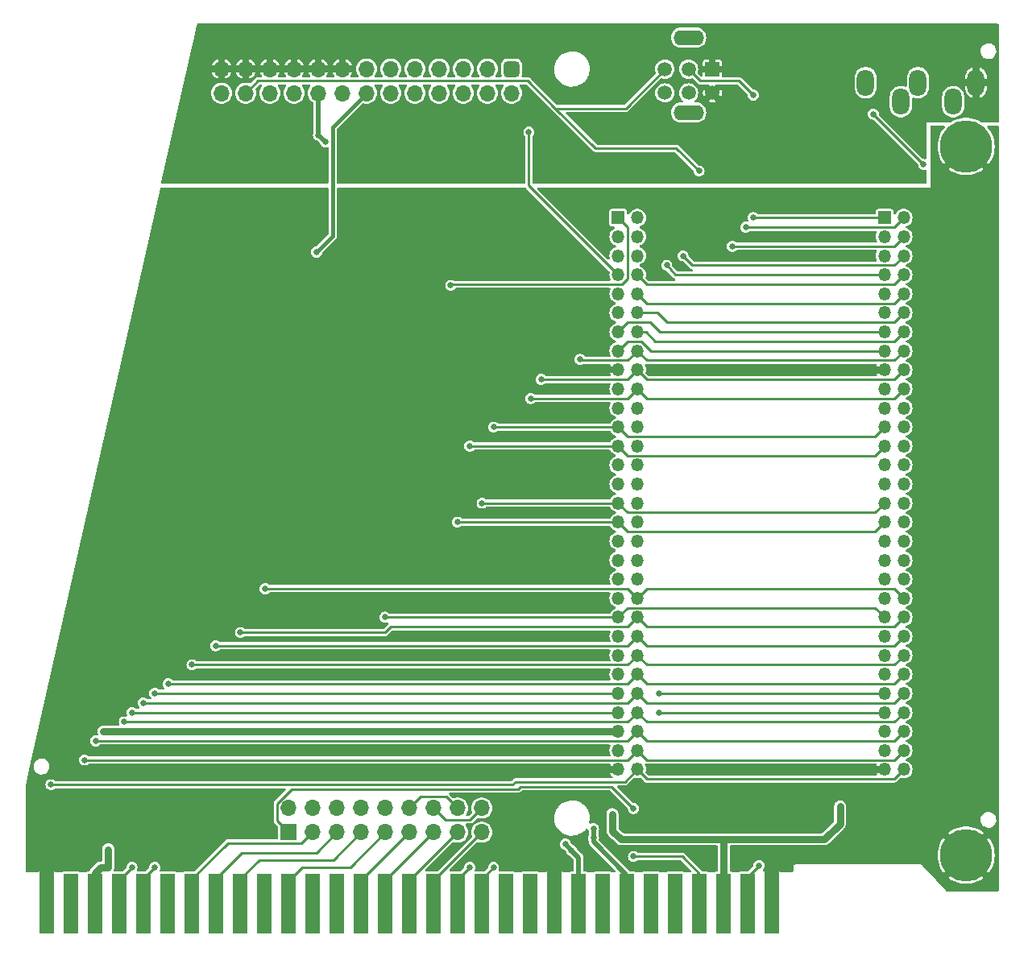
<source format=gbr>
%TF.GenerationSoftware,KiCad,Pcbnew,7.0.6-0*%
%TF.CreationDate,2023-07-28T22:27:15-06:00*%
%TF.ProjectId,ISA adapter,49534120-6164-4617-9074-65722e6b6963,rev?*%
%TF.SameCoordinates,Original*%
%TF.FileFunction,Copper,L2,Bot*%
%TF.FilePolarity,Positive*%
%FSLAX46Y46*%
G04 Gerber Fmt 4.6, Leading zero omitted, Abs format (unit mm)*
G04 Created by KiCad (PCBNEW 7.0.6-0) date 2023-07-28 22:27:15*
%MOMM*%
%LPD*%
G01*
G04 APERTURE LIST*
G04 Aperture macros list*
%AMRoundRect*
0 Rectangle with rounded corners*
0 $1 Rounding radius*
0 $2 $3 $4 $5 $6 $7 $8 $9 X,Y pos of 4 corners*
0 Add a 4 corners polygon primitive as box body*
4,1,4,$2,$3,$4,$5,$6,$7,$8,$9,$2,$3,0*
0 Add four circle primitives for the rounded corners*
1,1,$1+$1,$2,$3*
1,1,$1+$1,$4,$5*
1,1,$1+$1,$6,$7*
1,1,$1+$1,$8,$9*
0 Add four rect primitives between the rounded corners*
20,1,$1+$1,$2,$3,$4,$5,0*
20,1,$1+$1,$4,$5,$6,$7,0*
20,1,$1+$1,$6,$7,$8,$9,0*
20,1,$1+$1,$8,$9,$2,$3,0*%
G04 Aperture macros list end*
%TA.AperFunction,ComponentPad*%
%ADD10C,1.500000*%
%TD*%
%TA.AperFunction,ComponentPad*%
%ADD11R,1.500000X1.500000*%
%TD*%
%TA.AperFunction,ComponentPad*%
%ADD12O,3.200000X1.600000*%
%TD*%
%TA.AperFunction,ConnectorPad*%
%ADD13R,1.524000X6.248400*%
%TD*%
%TA.AperFunction,ComponentPad*%
%ADD14O,1.800000X2.800000*%
%TD*%
%TA.AperFunction,ComponentPad*%
%ADD15RoundRect,0.425000X-0.425000X0.425000X-0.425000X-0.425000X0.425000X-0.425000X0.425000X0.425000X0*%
%TD*%
%TA.AperFunction,ComponentPad*%
%ADD16O,1.700000X1.700000*%
%TD*%
%TA.AperFunction,ComponentPad*%
%ADD17C,5.500000*%
%TD*%
%TA.AperFunction,ComponentPad*%
%ADD18R,1.350000X1.350000*%
%TD*%
%TA.AperFunction,ComponentPad*%
%ADD19O,1.350000X1.350000*%
%TD*%
%TA.AperFunction,ComponentPad*%
%ADD20R,1.700000X1.700000*%
%TD*%
%TA.AperFunction,ViaPad*%
%ADD21C,0.650000*%
%TD*%
%TA.AperFunction,ViaPad*%
%ADD22C,0.655000*%
%TD*%
%TA.AperFunction,Conductor*%
%ADD23C,0.250000*%
%TD*%
%TA.AperFunction,Conductor*%
%ADD24C,1.500000*%
%TD*%
%TA.AperFunction,Conductor*%
%ADD25C,0.750000*%
%TD*%
%TA.AperFunction,Conductor*%
%ADD26C,0.400000*%
%TD*%
%TA.AperFunction,Conductor*%
%ADD27C,0.500000*%
%TD*%
G04 APERTURE END LIST*
D10*
%TO.P,RV1,6,6*%
%TO.N,GNDS*%
X189000000Y-46880000D03*
%TO.P,RV1,5,5*%
%TO.N,Net-(R2-Pad1)*%
X186500000Y-46880000D03*
%TO.P,RV1,4,4*%
%TO.N,WTAUDIO_R*%
X184000000Y-46880000D03*
D11*
%TO.P,RV1,3,3*%
%TO.N,GNDS*%
X189000000Y-44380000D03*
D10*
%TO.P,RV1,2,2*%
%TO.N,Net-(R1-Pad1)*%
X186500000Y-44380000D03*
%TO.P,RV1,1,1*%
%TO.N,WTAUDIO_L*%
X184000000Y-44380000D03*
D12*
%TO.P,RV1,MP*%
%TO.N,N/C*%
X186500000Y-48937000D03*
X186500000Y-41063000D03*
%TD*%
D13*
%TO.P,J3,1,GND*%
%TO.N,GND*%
X195262500Y-132092700D03*
%TO.P,J3,2,RESET*%
%TO.N,RESET*%
X192722500Y-132092700D03*
%TO.P,J3,3,VCC*%
%TO.N,+5V*%
X190182500Y-132092700D03*
%TO.P,J3,4,IRQ2*%
%TO.N,IRQ2*%
X187642500Y-132092700D03*
%TO.P,J3,5,-5V*%
%TO.N,unconnected-(J3--5V-Pad5)*%
X185102500Y-132092700D03*
%TO.P,J3,6,DRQ2*%
%TO.N,unconnected-(J3-DRQ2-Pad6)*%
X182562500Y-132092700D03*
%TO.P,J3,7,-12V*%
%TO.N,-12V*%
X180022500Y-132092700D03*
%TO.P,J3,8,UNUSED*%
%TO.N,unconnected-(J3-UNUSED-Pad8)*%
X177482500Y-132092700D03*
%TO.P,J3,9,+12V*%
%TO.N,+12V*%
X174942500Y-132092700D03*
%TO.P,J3,10,GND*%
%TO.N,GND*%
X172402500Y-132092700D03*
%TO.P,J3,11,~{SMEMW}*%
%TO.N,unconnected-(J3-~{SMEMW}-Pad11)*%
X169862500Y-132092700D03*
%TO.P,J3,12,~{SMEMR}*%
%TO.N,unconnected-(J3-~{SMEMR}-Pad12)*%
X167322500Y-132092700D03*
%TO.P,J3,13,~{IOW}*%
%TO.N,~{IOW}*%
X164782500Y-132092700D03*
%TO.P,J3,14,~{IOR}*%
%TO.N,~{IOR}*%
X162242500Y-132092700D03*
%TO.P,J3,15,~{DACK3}*%
%TO.N,DACK3*%
X159702500Y-132092700D03*
%TO.P,J3,16,DRQ3*%
%TO.N,DRQ3*%
X157162500Y-132092700D03*
%TO.P,J3,17,~{DACK1}*%
%TO.N,DACK1*%
X154622500Y-132092700D03*
%TO.P,J3,18,DRQ1*%
%TO.N,DRQ1*%
X152082500Y-132092700D03*
%TO.P,J3,19,~{REFRESH}*%
%TO.N,unconnected-(J3-~{REFRESH}-Pad19)*%
X149542500Y-132092700D03*
%TO.P,J3,20,CLK*%
%TO.N,unconnected-(J3-CLK-Pad20)*%
X147002500Y-132092700D03*
%TO.P,J3,21,IRQ7*%
%TO.N,IRQ7*%
X144462500Y-132092700D03*
%TO.P,J3,22,IRQ6*%
%TO.N,unconnected-(J3-IRQ6-Pad22)*%
X141922500Y-132092700D03*
%TO.P,J3,23,IRQ5*%
%TO.N,IRQ5*%
X139382500Y-132092700D03*
%TO.P,J3,24,IRQ4*%
%TO.N,IRQ4*%
X136842500Y-132092700D03*
%TO.P,J3,25,IRQ3*%
%TO.N,IRQ3*%
X134302500Y-132092700D03*
%TO.P,J3,26,~{DACK2}*%
%TO.N,unconnected-(J3-~{DACK2}-Pad26)*%
X131762500Y-132092700D03*
%TO.P,J3,27,TC*%
%TO.N,TC*%
X129222500Y-132092700D03*
%TO.P,J3,28,ALE*%
%TO.N,/ALE*%
X126682500Y-132092700D03*
%TO.P,J3,29,VCC*%
%TO.N,+5V*%
X124142500Y-132092700D03*
%TO.P,J3,30,OSC*%
%TO.N,unconnected-(J3-OSC-Pad30)*%
X121602500Y-132092700D03*
%TO.P,J3,31,GND*%
%TO.N,GND*%
X119062500Y-132092700D03*
%TD*%
D14*
%TO.P,J6,R*%
%TO.N,Net-(J6-PadR)*%
X208800000Y-47800000D03*
%TO.P,J6,RN*%
%TO.N,unconnected-(J6-PadRN)*%
X210600000Y-45800000D03*
%TO.P,J6,S*%
%TO.N,GNDS*%
X216700000Y-45800000D03*
%TO.P,J6,T*%
%TO.N,Net-(J6-PadT)*%
X214300000Y-47800000D03*
%TO.P,J6,TN*%
%TO.N,unconnected-(J6-PadTN)*%
X205100000Y-45800000D03*
%TD*%
D15*
%TO.P,J5,1,Pin_1*%
%TO.N,GND*%
X167900000Y-44360000D03*
D16*
%TO.P,J5,2,Pin_2*%
%TO.N,unconnected-(J5-Pin_2-Pad2)*%
X167900000Y-46900000D03*
%TO.P,J5,3,Pin_3*%
%TO.N,GND*%
X165360000Y-44360000D03*
%TO.P,J5,4,Pin_4*%
%TO.N,MIDI_TTL*%
X165360000Y-46900000D03*
%TO.P,J5,5,Pin_5*%
%TO.N,GND*%
X162820000Y-44360000D03*
%TO.P,J5,6,Pin_6*%
%TO.N,+5V*%
X162820000Y-46900000D03*
%TO.P,J5,7,Pin_7*%
%TO.N,GND*%
X160280000Y-44360000D03*
%TO.P,J5,8,Pin_8*%
%TO.N,unconnected-(J5-Pin_8-Pad8)*%
X160280000Y-46900000D03*
%TO.P,J5,9,Pin_9*%
%TO.N,GND*%
X157740000Y-44360000D03*
%TO.P,J5,10,Pin_10*%
%TO.N,+5V*%
X157740000Y-46900000D03*
%TO.P,J5,11,Pin_11*%
%TO.N,GND*%
X155200000Y-44360000D03*
%TO.P,J5,12,Pin_12*%
%TO.N,unconnected-(J5-Pin_12-Pad12)*%
X155200000Y-46900000D03*
%TO.P,J5,13,Pin_13*%
%TO.N,unconnected-(J5-Pin_13-Pad13)*%
X152660000Y-44360000D03*
%TO.P,J5,14,Pin_14*%
%TO.N,+5V*%
X152660000Y-46900000D03*
%TO.P,J5,15,Pin_15*%
%TO.N,GNDS*%
X150120000Y-44360000D03*
%TO.P,J5,16,Pin_16*%
%TO.N,unconnected-(J5-Pin_16-Pad16)*%
X150120000Y-46900000D03*
%TO.P,J5,17,Pin_17*%
%TO.N,GNDS*%
X147580000Y-44360000D03*
%TO.P,J5,18,Pin_18*%
%TO.N,+12V*%
X147580000Y-46900000D03*
%TO.P,J5,19,Pin_19*%
%TO.N,GNDS*%
X145040000Y-44360000D03*
%TO.P,J5,20,Pin_20*%
%TO.N,WTAUDIO_R*%
X145040000Y-46900000D03*
%TO.P,J5,21,Pin_21*%
%TO.N,GNDS*%
X142500000Y-44360000D03*
%TO.P,J5,22,Pin_22*%
%TO.N,-12V*%
X142500000Y-46900000D03*
%TO.P,J5,23,Pin_23*%
%TO.N,GNDS*%
X139960000Y-44360000D03*
%TO.P,J5,24,Pin_24*%
%TO.N,WTAUDIO_L*%
X139960000Y-46900000D03*
%TO.P,J5,25,Pin_25*%
%TO.N,GNDS*%
X137420000Y-44360000D03*
%TO.P,J5,26,Pin_26*%
%TO.N,~{RESET}*%
X137420000Y-46900000D03*
%TD*%
D17*
%TO.P,H1,1,1*%
%TO.N,GND*%
X215658700Y-52500000D03*
%TD*%
D18*
%TO.P,J1,1,Pin_1*%
%TO.N,RESET*%
X179100000Y-60000000D03*
D19*
%TO.P,J1,2,Pin_2*%
%TO.N,D7*%
X181100000Y-60000000D03*
%TO.P,J1,3,Pin_3*%
%TO.N,+5V*%
X179100000Y-62000000D03*
%TO.P,J1,4,Pin_4*%
%TO.N,D6*%
X181100000Y-62000000D03*
%TO.P,J1,5,Pin_5*%
%TO.N,unconnected-(J1-Pin_5-Pad5)*%
X179100000Y-64000000D03*
%TO.P,J1,6,Pin_6*%
%TO.N,D5*%
X181100000Y-64000000D03*
%TO.P,J1,7,Pin_7*%
%TO.N,MIDI_TTL*%
X179100000Y-66000000D03*
%TO.P,J1,8,Pin_8*%
%TO.N,D4*%
X181100000Y-66000000D03*
%TO.P,J1,9,Pin_9*%
%TO.N,unconnected-(J1-Pin_9-Pad9)*%
X179100000Y-68000000D03*
%TO.P,J1,10,Pin_10*%
%TO.N,D3*%
X181100000Y-68000000D03*
%TO.P,J1,11,Pin_11*%
%TO.N,unconnected-(J1-Pin_11-Pad11)*%
X179100000Y-70000000D03*
%TO.P,J1,12,Pin_12*%
%TO.N,D2*%
X181100000Y-70000000D03*
%TO.P,J1,13,Pin_13*%
%TO.N,PGAUDIO_L*%
X179100000Y-72000000D03*
%TO.P,J1,14,Pin_14*%
%TO.N,D1*%
X181100000Y-72000000D03*
%TO.P,J1,15,Pin_15*%
%TO.N,PGAUDIO_R*%
X179100000Y-74000000D03*
%TO.P,J1,16,Pin_16*%
%TO.N,D0*%
X181100000Y-74000000D03*
%TO.P,J1,17,Pin_17*%
%TO.N,GND*%
X179100000Y-76000000D03*
%TO.P,J1,18,Pin_18*%
%TO.N,I{slash}OCHRDY*%
X181100000Y-76000000D03*
%TO.P,J1,19,Pin_19*%
%TO.N,unconnected-(J1-Pin_19-Pad19)*%
X179100000Y-78000000D03*
%TO.P,J1,20,Pin_20*%
%TO.N,AEN*%
X181100000Y-78000000D03*
%TO.P,J1,21,Pin_21*%
%TO.N,unconnected-(J1-Pin_21-Pad21)*%
X179100000Y-80000000D03*
%TO.P,J1,22,Pin_22*%
%TO.N,unconnected-(J1-Pin_22-Pad22)*%
X181100000Y-80000000D03*
%TO.P,J1,23,Pin_23*%
%TO.N,~{IOW}*%
X179100000Y-82000000D03*
%TO.P,J1,24,Pin_24*%
%TO.N,unconnected-(J1-Pin_24-Pad24)*%
X181100000Y-82000000D03*
%TO.P,J1,25,Pin_25*%
%TO.N,~{IOR}*%
X179100000Y-84000000D03*
%TO.P,J1,26,Pin_26*%
%TO.N,unconnected-(J1-Pin_26-Pad26)*%
X181100000Y-84000000D03*
%TO.P,J1,27,Pin_27*%
%TO.N,unconnected-(J1-Pin_27-Pad27)*%
X179100000Y-86000000D03*
%TO.P,J1,28,Pin_28*%
%TO.N,unconnected-(J1-Pin_28-Pad28)*%
X181100000Y-86000000D03*
%TO.P,J1,29,Pin_29*%
%TO.N,unconnected-(J1-Pin_29-Pad29)*%
X179100000Y-88000000D03*
%TO.P,J1,30,Pin_30*%
%TO.N,unconnected-(J1-Pin_30-Pad30)*%
X181100000Y-88000000D03*
%TO.P,J1,31,Pin_31*%
%TO.N,DACK*%
X179100000Y-90000000D03*
%TO.P,J1,32,Pin_32*%
%TO.N,unconnected-(J1-Pin_32-Pad32)*%
X181100000Y-90000000D03*
%TO.P,J1,33,Pin_33*%
%TO.N,DRQ*%
X179100000Y-92000000D03*
%TO.P,J1,34,Pin_34*%
%TO.N,unconnected-(J1-Pin_34-Pad34)*%
X181100000Y-92000000D03*
%TO.P,J1,35,Pin_35*%
%TO.N,unconnected-(J1-Pin_35-Pad35)*%
X179100000Y-94000000D03*
%TO.P,J1,36,Pin_36*%
%TO.N,unconnected-(J1-Pin_36-Pad36)*%
X181100000Y-94000000D03*
%TO.P,J1,37,Pin_37*%
%TO.N,unconnected-(J1-Pin_37-Pad37)*%
X179100000Y-96000000D03*
%TO.P,J1,38,Pin_38*%
%TO.N,unconnected-(J1-Pin_38-Pad38)*%
X181100000Y-96000000D03*
%TO.P,J1,39,Pin_39*%
%TO.N,unconnected-(J1-Pin_39-Pad39)*%
X179100000Y-98000000D03*
%TO.P,J1,40,Pin_40*%
%TO.N,unconnected-(J1-Pin_40-Pad40)*%
X181100000Y-98000000D03*
%TO.P,J1,41,Pin_41*%
%TO.N,unconnected-(J1-Pin_41-Pad41)*%
X179100000Y-100000000D03*
%TO.P,J1,42,Pin_42*%
%TO.N,A9*%
X181100000Y-100000000D03*
%TO.P,J1,43,Pin_43*%
%TO.N,IRQ*%
X179100000Y-102000000D03*
%TO.P,J1,44,Pin_44*%
%TO.N,A8*%
X181100000Y-102000000D03*
%TO.P,J1,45,Pin_45*%
%TO.N,unconnected-(J1-Pin_45-Pad45)*%
X179100000Y-104000000D03*
%TO.P,J1,46,Pin_46*%
%TO.N,A7*%
X181100000Y-104000000D03*
%TO.P,J1,47,Pin_47*%
%TO.N,unconnected-(J1-Pin_47-Pad47)*%
X179100000Y-106000000D03*
%TO.P,J1,48,Pin_48*%
%TO.N,A6*%
X181100000Y-106000000D03*
%TO.P,J1,49,Pin_49*%
%TO.N,unconnected-(J1-Pin_49-Pad49)*%
X179100000Y-108000000D03*
%TO.P,J1,50,Pin_50*%
%TO.N,A5*%
X181100000Y-108000000D03*
%TO.P,J1,51,Pin_51*%
%TO.N,TC*%
X179100000Y-110000000D03*
%TO.P,J1,52,Pin_52*%
%TO.N,A4*%
X181100000Y-110000000D03*
%TO.P,J1,53,Pin_53*%
%TO.N,/ALE*%
X179100000Y-112000000D03*
%TO.P,J1,54,Pin_54*%
%TO.N,A3*%
X181100000Y-112000000D03*
%TO.P,J1,55,Pin_55*%
%TO.N,+5V*%
X179100000Y-114000000D03*
%TO.P,J1,56,Pin_56*%
%TO.N,A2*%
X181100000Y-114000000D03*
%TO.P,J1,57,Pin_57*%
%TO.N,unconnected-(J1-Pin_57-Pad57)*%
X179100000Y-116000000D03*
%TO.P,J1,58,Pin_58*%
%TO.N,A1*%
X181100000Y-116000000D03*
%TO.P,J1,59,Pin_59*%
%TO.N,GND*%
X179100000Y-118000000D03*
%TO.P,J1,60,Pin_60*%
%TO.N,A0*%
X181100000Y-118000000D03*
%TD*%
D18*
%TO.P,J2,1,Pin_1*%
%TO.N,RESET*%
X207100000Y-60000000D03*
D19*
%TO.P,J2,2,Pin_2*%
%TO.N,D7*%
X209100000Y-60000000D03*
%TO.P,J2,3,Pin_3*%
%TO.N,+5V*%
X207100000Y-62000000D03*
%TO.P,J2,4,Pin_4*%
%TO.N,D6*%
X209100000Y-62000000D03*
%TO.P,J2,5,Pin_5*%
%TO.N,unconnected-(J2-Pin_5-Pad5)*%
X207100000Y-64000000D03*
%TO.P,J2,6,Pin_6*%
%TO.N,D5*%
X209100000Y-64000000D03*
%TO.P,J2,7,Pin_7*%
%TO.N,MIDI_TTL*%
X207100000Y-66000000D03*
%TO.P,J2,8,Pin_8*%
%TO.N,D4*%
X209100000Y-66000000D03*
%TO.P,J2,9,Pin_9*%
%TO.N,unconnected-(J2-Pin_9-Pad9)*%
X207100000Y-68000000D03*
%TO.P,J2,10,Pin_10*%
%TO.N,D3*%
X209100000Y-68000000D03*
%TO.P,J2,11,Pin_11*%
%TO.N,unconnected-(J2-Pin_11-Pad11)*%
X207100000Y-70000000D03*
%TO.P,J2,12,Pin_12*%
%TO.N,D2*%
X209100000Y-70000000D03*
%TO.P,J2,13,Pin_13*%
%TO.N,PGAUDIO_L*%
X207100000Y-72000000D03*
%TO.P,J2,14,Pin_14*%
%TO.N,D1*%
X209100000Y-72000000D03*
%TO.P,J2,15,Pin_15*%
%TO.N,PGAUDIO_R*%
X207100000Y-74000000D03*
%TO.P,J2,16,Pin_16*%
%TO.N,D0*%
X209100000Y-74000000D03*
%TO.P,J2,17,Pin_17*%
%TO.N,GND*%
X207100000Y-76000000D03*
%TO.P,J2,18,Pin_18*%
%TO.N,I{slash}OCHRDY*%
X209100000Y-76000000D03*
%TO.P,J2,19,Pin_19*%
%TO.N,unconnected-(J2-Pin_19-Pad19)*%
X207100000Y-78000000D03*
%TO.P,J2,20,Pin_20*%
%TO.N,AEN*%
X209100000Y-78000000D03*
%TO.P,J2,21,Pin_21*%
%TO.N,unconnected-(J2-Pin_21-Pad21)*%
X207100000Y-80000000D03*
%TO.P,J2,22,Pin_22*%
%TO.N,unconnected-(J2-Pin_22-Pad22)*%
X209100000Y-80000000D03*
%TO.P,J2,23,Pin_23*%
%TO.N,~{IOW}*%
X207100000Y-82000000D03*
%TO.P,J2,24,Pin_24*%
%TO.N,unconnected-(J2-Pin_24-Pad24)*%
X209100000Y-82000000D03*
%TO.P,J2,25,Pin_25*%
%TO.N,~{IOR}*%
X207100000Y-84000000D03*
%TO.P,J2,26,Pin_26*%
%TO.N,unconnected-(J2-Pin_26-Pad26)*%
X209100000Y-84000000D03*
%TO.P,J2,27,Pin_27*%
%TO.N,unconnected-(J2-Pin_27-Pad27)*%
X207100000Y-86000000D03*
%TO.P,J2,28,Pin_28*%
%TO.N,unconnected-(J2-Pin_28-Pad28)*%
X209100000Y-86000000D03*
%TO.P,J2,29,Pin_29*%
%TO.N,unconnected-(J2-Pin_29-Pad29)*%
X207100000Y-88000000D03*
%TO.P,J2,30,Pin_30*%
%TO.N,unconnected-(J2-Pin_30-Pad30)*%
X209100000Y-88000000D03*
%TO.P,J2,31,Pin_31*%
%TO.N,DACK*%
X207100000Y-90000000D03*
%TO.P,J2,32,Pin_32*%
%TO.N,unconnected-(J2-Pin_32-Pad32)*%
X209100000Y-90000000D03*
%TO.P,J2,33,Pin_33*%
%TO.N,DRQ*%
X207100000Y-92000000D03*
%TO.P,J2,34,Pin_34*%
%TO.N,unconnected-(J2-Pin_34-Pad34)*%
X209100000Y-92000000D03*
%TO.P,J2,35,Pin_35*%
%TO.N,unconnected-(J2-Pin_35-Pad35)*%
X207100000Y-94000000D03*
%TO.P,J2,36,Pin_36*%
%TO.N,unconnected-(J2-Pin_36-Pad36)*%
X209100000Y-94000000D03*
%TO.P,J2,37,Pin_37*%
%TO.N,unconnected-(J2-Pin_37-Pad37)*%
X207100000Y-96000000D03*
%TO.P,J2,38,Pin_38*%
%TO.N,unconnected-(J2-Pin_38-Pad38)*%
X209100000Y-96000000D03*
%TO.P,J2,39,Pin_39*%
%TO.N,unconnected-(J2-Pin_39-Pad39)*%
X207100000Y-98000000D03*
%TO.P,J2,40,Pin_40*%
%TO.N,unconnected-(J2-Pin_40-Pad40)*%
X209100000Y-98000000D03*
%TO.P,J2,41,Pin_41*%
%TO.N,unconnected-(J2-Pin_41-Pad41)*%
X207100000Y-100000000D03*
%TO.P,J2,42,Pin_42*%
%TO.N,A9*%
X209100000Y-100000000D03*
%TO.P,J2,43,Pin_43*%
%TO.N,IRQ*%
X207100000Y-102000000D03*
%TO.P,J2,44,Pin_44*%
%TO.N,A8*%
X209100000Y-102000000D03*
%TO.P,J2,45,Pin_45*%
%TO.N,unconnected-(J2-Pin_45-Pad45)*%
X207100000Y-104000000D03*
%TO.P,J2,46,Pin_46*%
%TO.N,A7*%
X209100000Y-104000000D03*
%TO.P,J2,47,Pin_47*%
%TO.N,unconnected-(J2-Pin_47-Pad47)*%
X207100000Y-106000000D03*
%TO.P,J2,48,Pin_48*%
%TO.N,A6*%
X209100000Y-106000000D03*
%TO.P,J2,49,Pin_49*%
%TO.N,unconnected-(J2-Pin_49-Pad49)*%
X207100000Y-108000000D03*
%TO.P,J2,50,Pin_50*%
%TO.N,A5*%
X209100000Y-108000000D03*
%TO.P,J2,51,Pin_51*%
%TO.N,TC*%
X207100000Y-110000000D03*
%TO.P,J2,52,Pin_52*%
%TO.N,A4*%
X209100000Y-110000000D03*
%TO.P,J2,53,Pin_53*%
%TO.N,/ALE*%
X207100000Y-112000000D03*
%TO.P,J2,54,Pin_54*%
%TO.N,A3*%
X209100000Y-112000000D03*
%TO.P,J2,55,Pin_55*%
%TO.N,+5V*%
X207100000Y-114000000D03*
%TO.P,J2,56,Pin_56*%
%TO.N,A2*%
X209100000Y-114000000D03*
%TO.P,J2,57,Pin_57*%
%TO.N,unconnected-(J2-Pin_57-Pad57)*%
X207100000Y-116000000D03*
%TO.P,J2,58,Pin_58*%
%TO.N,A1*%
X209100000Y-116000000D03*
%TO.P,J2,59,Pin_59*%
%TO.N,GND*%
X207100000Y-118000000D03*
%TO.P,J2,60,Pin_60*%
%TO.N,A0*%
X209100000Y-118000000D03*
%TD*%
D20*
%TO.P,J4,1,Pin_1*%
%TO.N,IRQ2*%
X144450000Y-124600000D03*
D16*
%TO.P,J4,2,Pin_2*%
%TO.N,IRQ*%
X144450000Y-122060000D03*
%TO.P,J4,3,Pin_3*%
%TO.N,IRQ3*%
X146990000Y-124600000D03*
%TO.P,J4,4,Pin_4*%
%TO.N,IRQ*%
X146990000Y-122060000D03*
%TO.P,J4,5,Pin_5*%
%TO.N,IRQ4*%
X149530000Y-124600000D03*
%TO.P,J4,6,Pin_6*%
%TO.N,IRQ*%
X149530000Y-122060000D03*
%TO.P,J4,7,Pin_7*%
%TO.N,IRQ5*%
X152070000Y-124600000D03*
%TO.P,J4,8,Pin_8*%
%TO.N,IRQ*%
X152070000Y-122060000D03*
%TO.P,J4,9,Pin_9*%
%TO.N,IRQ7*%
X154610000Y-124600000D03*
%TO.P,J4,10,Pin_10*%
%TO.N,IRQ*%
X154610000Y-122060000D03*
%TO.P,J4,11,Pin_11*%
%TO.N,DRQ1*%
X157150000Y-124600000D03*
%TO.P,J4,12,Pin_12*%
%TO.N,DRQ*%
X157150000Y-122060000D03*
%TO.P,J4,13,Pin_13*%
%TO.N,DACK1*%
X159690000Y-124600000D03*
%TO.P,J4,14,Pin_14*%
%TO.N,DACK*%
X159690000Y-122060000D03*
%TO.P,J4,15,Pin_15*%
%TO.N,DRQ3*%
X162230000Y-124600000D03*
%TO.P,J4,16,Pin_16*%
%TO.N,DRQ*%
X162230000Y-122060000D03*
%TO.P,J4,17,Pin_17*%
%TO.N,DACK3*%
X164770000Y-124600000D03*
%TO.P,J4,18,Pin_18*%
%TO.N,DACK*%
X164770000Y-122060000D03*
%TD*%
D17*
%TO.P,H2,1,1*%
%TO.N,GND*%
X215658700Y-127008000D03*
%TD*%
D21*
%TO.N,Net-(R1-Pad1)*%
X193300000Y-47100000D03*
%TO.N,A0*%
X119500000Y-119600000D03*
%TO.N,A1*%
X123000000Y-117000000D03*
%TO.N,A2*%
X124200000Y-115000000D03*
%TO.N,A3*%
X127200000Y-113000000D03*
%TO.N,A4*%
X129200000Y-111000000D03*
%TO.N,A5*%
X131800000Y-109000000D03*
%TO.N,A6*%
X134300000Y-107000000D03*
%TO.N,A7*%
X136800000Y-105000000D03*
%TO.N,A8*%
X139400000Y-103600000D03*
%TO.N,A9*%
X142000000Y-99000000D03*
%TO.N,D0*%
X175100000Y-74900000D03*
%TO.N,D5*%
X185900000Y-64000000D03*
%TO.N,D6*%
X191100000Y-63000000D03*
%TO.N,D7*%
X192500000Y-61000000D03*
%TO.N,GND*%
X161400000Y-118900000D03*
X167600000Y-67900000D03*
X161400000Y-117800000D03*
X205500000Y-118000000D03*
X166800000Y-118900000D03*
X164000000Y-57700000D03*
X167900000Y-121800000D03*
X166800000Y-121800000D03*
X152100000Y-57400000D03*
X184300000Y-76000000D03*
X175300000Y-67900000D03*
X181100000Y-119600000D03*
X198000000Y-59200000D03*
X196500000Y-127000000D03*
X195300000Y-128100000D03*
X194400000Y-59200000D03*
X118000000Y-127000000D03*
X156800000Y-57400000D03*
X203600000Y-118000000D03*
X198100000Y-76000000D03*
X169000000Y-120900000D03*
X160600000Y-67900000D03*
X194900000Y-76000000D03*
X196500000Y-128100000D03*
X175300000Y-66000000D03*
X207100000Y-58200000D03*
X155500000Y-118900000D03*
X142700000Y-118900000D03*
X182400000Y-76000000D03*
X153800000Y-117800000D03*
X142700000Y-117800000D03*
X169800000Y-58200000D03*
X166000000Y-65900000D03*
X155500000Y-117800000D03*
X172900000Y-58200000D03*
X194800000Y-118000000D03*
X195300000Y-127000000D03*
X166800000Y-120900000D03*
X167800000Y-117800000D03*
X120300000Y-128200000D03*
X162000000Y-57700000D03*
X167800000Y-118900000D03*
X198000000Y-118000000D03*
X153800000Y-118900000D03*
X167900000Y-120900000D03*
X120300000Y-127000000D03*
X166800000Y-117800000D03*
X168800000Y-118300000D03*
X201200000Y-118000000D03*
X169000000Y-121800000D03*
X118000000Y-128200000D03*
X181700000Y-124200000D03*
X183400000Y-76000000D03*
X163000000Y-58600000D03*
X201200000Y-76000000D03*
X209100000Y-58200000D03*
X184200000Y-122100000D03*
X174600000Y-73600000D03*
X202100000Y-59200000D03*
%TO.N,~{IOW}*%
X166000000Y-128300000D03*
X166000000Y-82000000D03*
%TO.N,~{IOR}*%
X163500000Y-128300000D03*
X163500000Y-84000000D03*
%TO.N,I{slash}OCHRDY*%
X171000000Y-77000000D03*
%TO.N,+5V*%
X202400000Y-122800000D03*
D22*
X125500000Y-127300000D03*
D21*
X202400000Y-121900000D03*
D22*
X125500000Y-126400000D03*
X125500000Y-128300000D03*
D21*
X202400000Y-123700000D03*
X176200000Y-114000000D03*
D22*
X125800000Y-114000000D03*
D21*
X178500000Y-124400000D03*
D22*
X126600000Y-114000000D03*
D21*
X178500000Y-123600000D03*
X147400000Y-63600000D03*
X178500000Y-122800000D03*
X177000000Y-114000000D03*
D22*
X125000000Y-114000000D03*
D21*
X175400000Y-114000000D03*
%TO.N,RESET*%
X193300000Y-60000000D03*
X193900000Y-128100000D03*
X161500000Y-67100000D03*
%TO.N,IRQ2*%
X180700000Y-127150000D03*
X180700000Y-122100000D03*
%TO.N,TC*%
X183400000Y-110000000D03*
X130400000Y-128300000D03*
X130400000Y-110000000D03*
%TO.N,AEN*%
X169900000Y-79000000D03*
%TO.N,MIDI_TTL*%
X184200000Y-65000000D03*
X169710000Y-51010000D03*
%TO.N,DACK*%
X164800000Y-90000000D03*
%TO.N,DRQ*%
X162200000Y-92000000D03*
%TO.N,/ALE*%
X183400000Y-112000000D03*
X128000000Y-128300000D03*
X128000000Y-112000000D03*
%TO.N,IRQ*%
X154600000Y-102000000D03*
%TO.N,PGAUDIO_R*%
X205900000Y-49100000D03*
X211200000Y-54400000D03*
%TO.N,-12V*%
X176500000Y-124200000D03*
X176500000Y-125200000D03*
%TO.N,+12V*%
X174200000Y-126500000D03*
X147600000Y-51300000D03*
X173550000Y-125850000D03*
X148300000Y-52000000D03*
%TO.N,WTAUDIO_L*%
X187600000Y-55100000D03*
%TO.N,GNDS*%
X156400000Y-43000000D03*
X164000000Y-55500000D03*
X155600000Y-55900000D03*
X183200000Y-40000000D03*
X199100000Y-43500000D03*
X148100000Y-55900000D03*
X178600000Y-40200000D03*
X218700000Y-49500000D03*
X178500000Y-55900000D03*
X182500000Y-51600000D03*
X199100000Y-45900000D03*
X136400000Y-55900000D03*
X163000000Y-54600000D03*
X138400000Y-55900000D03*
X181100000Y-53800000D03*
X210900000Y-50700000D03*
X207400000Y-56000000D03*
X210200000Y-56000000D03*
X218700000Y-40000000D03*
X206800000Y-45900000D03*
X168800000Y-55500000D03*
X150500000Y-55900000D03*
X194800000Y-40000000D03*
X133100000Y-55900000D03*
X153200000Y-40200000D03*
X162000000Y-55500000D03*
X190000000Y-55900000D03*
X170700000Y-55900000D03*
X152500000Y-49100000D03*
%TD*%
D23*
%TO.N,Net-(R1-Pad1)*%
X191800000Y-45600000D02*
X193300000Y-47100000D01*
X187720000Y-45600000D02*
X191800000Y-45600000D01*
X186500000Y-44380000D02*
X187720000Y-45600000D01*
%TO.N,WTAUDIO_L*%
X172500000Y-48500000D02*
X169600000Y-45600000D01*
X176700000Y-52700000D02*
X172500000Y-48500000D01*
X172500000Y-48500000D02*
X179880000Y-48500000D01*
X179880000Y-48500000D02*
X184000000Y-44380000D01*
%TO.N,A0*%
X182100000Y-119000000D02*
X208100000Y-119000000D01*
X179800000Y-119300000D02*
X168319239Y-119300000D01*
X168019239Y-119600000D02*
X119500000Y-119600000D01*
X208100000Y-119000000D02*
X209100000Y-118000000D01*
X168319239Y-119300000D02*
X168019239Y-119600000D01*
X181100000Y-118000000D02*
X179800000Y-119300000D01*
X181100000Y-118000000D02*
X182100000Y-119000000D01*
%TO.N,A1*%
X208100000Y-117000000D02*
X209100000Y-116000000D01*
X182100000Y-117000000D02*
X208100000Y-117000000D01*
X180100000Y-117000000D02*
X181100000Y-116000000D01*
X181100000Y-116000000D02*
X182100000Y-117000000D01*
X123000000Y-117000000D02*
X180100000Y-117000000D01*
%TO.N,A2*%
X181100000Y-114000000D02*
X182100000Y-115000000D01*
X181100000Y-114000000D02*
X180100000Y-115000000D01*
X208100000Y-115000000D02*
X209100000Y-114000000D01*
X182100000Y-115000000D02*
X208100000Y-115000000D01*
X180100000Y-115000000D02*
X124200000Y-115000000D01*
%TO.N,A3*%
X127200000Y-113000000D02*
X180100000Y-113000000D01*
X208100000Y-113000000D02*
X209100000Y-112000000D01*
X180100000Y-113000000D02*
X181100000Y-112000000D01*
X182100000Y-113000000D02*
X208100000Y-113000000D01*
X181100000Y-112000000D02*
X182100000Y-113000000D01*
%TO.N,A4*%
X182100000Y-111000000D02*
X208100000Y-111000000D01*
X129200000Y-111000000D02*
X180100000Y-111000000D01*
X180100000Y-111000000D02*
X181100000Y-110000000D01*
X181100000Y-110000000D02*
X182100000Y-111000000D01*
X208100000Y-111000000D02*
X209100000Y-110000000D01*
%TO.N,A5*%
X181100000Y-108000000D02*
X182100000Y-109000000D01*
X208100000Y-109000000D02*
X209100000Y-108000000D01*
X182100000Y-109000000D02*
X208100000Y-109000000D01*
X180100000Y-109000000D02*
X181100000Y-108000000D01*
X131800000Y-109000000D02*
X180100000Y-109000000D01*
%TO.N,A6*%
X182100000Y-107000000D02*
X208100000Y-107000000D01*
X180100000Y-107000000D02*
X181100000Y-106000000D01*
X208100000Y-107000000D02*
X209100000Y-106000000D01*
X134300000Y-107000000D02*
X180100000Y-107000000D01*
X181100000Y-106000000D02*
X182100000Y-107000000D01*
%TO.N,A7*%
X182100000Y-105000000D02*
X208100000Y-105000000D01*
X180100000Y-105000000D02*
X136800000Y-105000000D01*
X181100000Y-104000000D02*
X180100000Y-105000000D01*
X181100000Y-104000000D02*
X182100000Y-105000000D01*
X208100000Y-105000000D02*
X209100000Y-104000000D01*
%TO.N,A8*%
X180100000Y-103000000D02*
X155221239Y-103000000D01*
X154621239Y-103600000D02*
X139400000Y-103600000D01*
X155221239Y-103000000D02*
X154621239Y-103600000D01*
X182100000Y-103000000D02*
X208100000Y-103000000D01*
X181100000Y-102000000D02*
X182100000Y-103000000D01*
X181100000Y-102000000D02*
X180100000Y-103000000D01*
X208100000Y-103000000D02*
X209100000Y-102000000D01*
%TO.N,A9*%
X182100000Y-99000000D02*
X208100000Y-99000000D01*
X180100000Y-99000000D02*
X181100000Y-100000000D01*
X181100000Y-100000000D02*
X182100000Y-99000000D01*
X142000000Y-99000000D02*
X180100000Y-99000000D01*
X208100000Y-99000000D02*
X209100000Y-100000000D01*
%TO.N,D0*%
X175100000Y-74900000D02*
X175200000Y-75000000D01*
X208100000Y-75000000D02*
X209100000Y-74000000D01*
X182100000Y-75000000D02*
X208100000Y-75000000D01*
X180100000Y-75000000D02*
X181100000Y-74000000D01*
X175200000Y-75000000D02*
X180100000Y-75000000D01*
X181100000Y-74000000D02*
X182100000Y-75000000D01*
%TO.N,D1*%
X182000000Y-72000000D02*
X183000000Y-73000000D01*
X208100000Y-73000000D02*
X209100000Y-72000000D01*
X181100000Y-72000000D02*
X182000000Y-72000000D01*
X183000000Y-73000000D02*
X208100000Y-73000000D01*
%TO.N,D2*%
X184200000Y-71000000D02*
X208100000Y-71000000D01*
X183200000Y-70000000D02*
X184200000Y-71000000D01*
X208100000Y-71000000D02*
X209100000Y-70000000D01*
X181100000Y-70000000D02*
X183200000Y-70000000D01*
%TO.N,D3*%
X181100000Y-68000000D02*
X182100000Y-69000000D01*
X208100000Y-69000000D02*
X209100000Y-68000000D01*
X182100000Y-69000000D02*
X208100000Y-69000000D01*
%TO.N,D4*%
X182100000Y-67000000D02*
X208100000Y-67000000D01*
X208100000Y-67000000D02*
X209100000Y-66000000D01*
X181100000Y-66000000D02*
X182100000Y-67000000D01*
%TO.N,D5*%
X186900000Y-65000000D02*
X208100000Y-65000000D01*
X185900000Y-64000000D02*
X186900000Y-65000000D01*
X208100000Y-65000000D02*
X209100000Y-64000000D01*
%TO.N,D6*%
X208100000Y-63000000D02*
X209100000Y-62000000D01*
X191100000Y-63000000D02*
X208100000Y-63000000D01*
%TO.N,D7*%
X208100000Y-61000000D02*
X209100000Y-60000000D01*
X192500000Y-61000000D02*
X208100000Y-61000000D01*
D24*
%TO.N,GND*%
X195262500Y-132397500D02*
X195262500Y-128137500D01*
X172400000Y-132930000D02*
X172400000Y-128000000D01*
D25*
X201200000Y-76000000D02*
X207100000Y-76000000D01*
X182400000Y-76000000D02*
X194900000Y-76000000D01*
X118925000Y-128200000D02*
X119218750Y-128493750D01*
X118000000Y-128200000D02*
X118925000Y-128200000D01*
X194900000Y-76000000D02*
X198100000Y-76000000D01*
X119218750Y-128493750D02*
X119218750Y-129418750D01*
D26*
X195262500Y-128137500D02*
X195300000Y-128100000D01*
D25*
X119200000Y-128200000D02*
X120300000Y-128200000D01*
D24*
X119049800Y-132809400D02*
X119049800Y-128549400D01*
X172400000Y-128000000D02*
X172500000Y-128100000D01*
D25*
X198100000Y-76000000D02*
X201200000Y-76000000D01*
X119062500Y-129537500D02*
X119062500Y-128337500D01*
X119062500Y-128337500D02*
X119200000Y-128200000D01*
D23*
%TO.N,~{IOW}*%
X179100000Y-82000000D02*
X180100000Y-83000000D01*
X164782500Y-129517500D02*
X166000000Y-128300000D01*
X179100000Y-82000000D02*
X166000000Y-82000000D01*
X206100000Y-83000000D02*
X207100000Y-82000000D01*
X180100000Y-83000000D02*
X206100000Y-83000000D01*
%TO.N,~{IOR}*%
X162242500Y-129557500D02*
X163500000Y-128300000D01*
X180100000Y-85000000D02*
X206100000Y-85000000D01*
X163500000Y-84000000D02*
X179100000Y-84000000D01*
X206100000Y-85000000D02*
X207100000Y-84000000D01*
X179100000Y-84000000D02*
X180100000Y-85000000D01*
%TO.N,I{slash}OCHRDY*%
X181100000Y-76000000D02*
X182100000Y-77000000D01*
X182100000Y-77000000D02*
X208100000Y-77000000D01*
X171000000Y-77000000D02*
X180100000Y-77000000D01*
X180100000Y-77000000D02*
X181100000Y-76000000D01*
X208100000Y-77000000D02*
X209100000Y-76000000D01*
D25*
%TO.N,+5V*%
X190200000Y-128000000D02*
X190182500Y-128017500D01*
X200771000Y-125329000D02*
X179379000Y-125329000D01*
X190182500Y-127117500D02*
X190182500Y-127982500D01*
D26*
X149100000Y-61900000D02*
X149100000Y-50460000D01*
X149100000Y-50460000D02*
X152660000Y-46900000D01*
D25*
X124142500Y-128857500D02*
X124700000Y-128300000D01*
X179379000Y-125329000D02*
X178500000Y-124450000D01*
X176000000Y-114000000D02*
X125900000Y-114000000D01*
X124700000Y-128300000D02*
X125500000Y-128300000D01*
X190182500Y-126217500D02*
X190182500Y-127082500D01*
X202400000Y-123700000D02*
X202400000Y-121900000D01*
X179100000Y-114000000D02*
X177000000Y-114000000D01*
X124142500Y-129657500D02*
X124142500Y-128857500D01*
X190182500Y-127982500D02*
X190200000Y-128000000D01*
X190182500Y-128017500D02*
X190182500Y-132397500D01*
X125500000Y-128300000D02*
X125500000Y-126400000D01*
D26*
X147400000Y-63600000D02*
X149100000Y-61900000D01*
D25*
X176000000Y-114000000D02*
X177000000Y-114000000D01*
X202400000Y-123700000D02*
X200771000Y-125329000D01*
X190182500Y-127082500D02*
X190200000Y-127100000D01*
X190200000Y-125329000D02*
X190200000Y-126200000D01*
X125800000Y-114000000D02*
X125000000Y-114000000D01*
D26*
X125517000Y-114017000D02*
X125500000Y-114000000D01*
D25*
X178500000Y-122700000D02*
X178500000Y-124450000D01*
X190200000Y-127100000D02*
X190182500Y-127117500D01*
X190200000Y-126200000D02*
X190182500Y-126217500D01*
D23*
%TO.N,RESET*%
X179514214Y-67000000D02*
X180100000Y-66414214D01*
X193300000Y-60000000D02*
X207100000Y-60000000D01*
X180100000Y-66414214D02*
X180100000Y-61000000D01*
X161500000Y-67100000D02*
X161600000Y-67000000D01*
X193900000Y-128100000D02*
X192722500Y-129277500D01*
X180100000Y-61000000D02*
X179100000Y-60000000D01*
X161600000Y-67000000D02*
X179514214Y-67000000D01*
%TO.N,IRQ2*%
X180700000Y-122100000D02*
X178400000Y-119800000D01*
X144797000Y-120050000D02*
X143275000Y-121572000D01*
X143275000Y-121572000D02*
X143275000Y-123425000D01*
X168800000Y-119800000D02*
X168550000Y-120050000D01*
X143275000Y-123425000D02*
X144450000Y-124600000D01*
X180700000Y-127150000D02*
X185824000Y-127150000D01*
X168550000Y-120050000D02*
X144797000Y-120050000D01*
X185824000Y-127150000D02*
X187642500Y-128968500D01*
X187642500Y-128968500D02*
X187642500Y-132397500D01*
X178400000Y-119800000D02*
X168800000Y-119800000D01*
%TO.N,TC*%
X129222500Y-129477500D02*
X130400000Y-128300000D01*
X130400000Y-110000000D02*
X179100000Y-110000000D01*
X183400000Y-110000000D02*
X207100000Y-110000000D01*
%TO.N,IRQ5*%
X139382500Y-129517500D02*
X141392000Y-127508000D01*
X152070000Y-124600000D02*
X149162000Y-127508000D01*
X149162000Y-127508000D02*
X141392000Y-127508000D01*
%TO.N,IRQ7*%
X145923000Y-128270000D02*
X150940000Y-128270000D01*
X144462500Y-129730500D02*
X145923000Y-128270000D01*
X150940000Y-128270000D02*
X154610000Y-124600000D01*
%TO.N,DRQ1*%
X157150000Y-124600000D02*
X152082500Y-129667500D01*
%TO.N,DACK1*%
X159690000Y-124600000D02*
X154622500Y-129667500D01*
%TO.N,DRQ3*%
X162230000Y-124600000D02*
X157162500Y-129667500D01*
%TO.N,DACK3*%
X159702500Y-129667500D02*
X164770000Y-124600000D01*
%TO.N,IRQ3*%
X145815000Y-125775000D02*
X143320000Y-125775000D01*
X143275000Y-125730000D02*
X138070000Y-125730000D01*
X143320000Y-125775000D02*
X143275000Y-125730000D01*
X138070000Y-125730000D02*
X134302500Y-129497500D01*
X146990000Y-124600000D02*
X145815000Y-125775000D01*
%TO.N,IRQ4*%
X139554000Y-126746000D02*
X136842500Y-129457500D01*
X149530000Y-124600000D02*
X147384000Y-126746000D01*
X147384000Y-126746000D02*
X139554000Y-126746000D01*
%TO.N,AEN*%
X208100000Y-79000000D02*
X209100000Y-78000000D01*
X169900000Y-79000000D02*
X180100000Y-79000000D01*
X182100000Y-79000000D02*
X208100000Y-79000000D01*
X180100000Y-79000000D02*
X181100000Y-78000000D01*
X181100000Y-78000000D02*
X182100000Y-79000000D01*
%TO.N,MIDI_TTL*%
X185100000Y-66000000D02*
X207100000Y-66000000D01*
X169710000Y-51010000D02*
X169710000Y-56610000D01*
X169710000Y-56610000D02*
X179100000Y-66000000D01*
X185100000Y-66000000D02*
X184200000Y-65000000D01*
%TO.N,PGAUDIO_L*%
X182500000Y-71000000D02*
X180100000Y-71000000D01*
X207100000Y-72000000D02*
X183500000Y-72000000D01*
X183500000Y-72000000D02*
X182500000Y-71000000D01*
X180100000Y-71000000D02*
X179100000Y-72000000D01*
%TO.N,DACK*%
X180100000Y-91000000D02*
X206100000Y-91000000D01*
X160930000Y-123300000D02*
X159690000Y-122060000D01*
X206100000Y-91000000D02*
X207100000Y-90000000D01*
X164770000Y-122060000D02*
X163530000Y-123300000D01*
X179100000Y-90000000D02*
X180100000Y-91000000D01*
X163530000Y-123300000D02*
X160930000Y-123300000D01*
X164800000Y-90000000D02*
X179100000Y-90000000D01*
%TO.N,DRQ*%
X180100000Y-93000000D02*
X206100000Y-93000000D01*
X158325000Y-120885000D02*
X157150000Y-122060000D01*
X179100000Y-92000000D02*
X180100000Y-93000000D01*
X162230000Y-122060000D02*
X161055000Y-120885000D01*
X162200000Y-92000000D02*
X179100000Y-92000000D01*
X161055000Y-120885000D02*
X158325000Y-120885000D01*
X206100000Y-93000000D02*
X207100000Y-92000000D01*
%TO.N,/ALE*%
X126682500Y-129617500D02*
X128000000Y-128300000D01*
X128000000Y-112000000D02*
X179100000Y-112000000D01*
X183400000Y-112000000D02*
X207100000Y-112000000D01*
%TO.N,IRQ*%
X206100000Y-101000000D02*
X207100000Y-102000000D01*
X180100000Y-101000000D02*
X206100000Y-101000000D01*
X154600000Y-102000000D02*
X179100000Y-102000000D01*
X179100000Y-102000000D02*
X180100000Y-101000000D01*
%TO.N,PGAUDIO_R*%
X207100000Y-74000000D02*
X182514214Y-74000000D01*
X181514214Y-73000000D02*
X180100000Y-73000000D01*
X182514214Y-74000000D02*
X181514214Y-73000000D01*
X211200000Y-54400000D02*
X205900000Y-49100000D01*
X180100000Y-73000000D02*
X179100000Y-74000000D01*
D27*
%TO.N,-12V*%
X179930500Y-129730500D02*
X179930500Y-129030500D01*
X176500000Y-125200000D02*
X176500000Y-124200000D01*
X179930500Y-129030500D02*
X176500000Y-125600000D01*
X176500000Y-125600000D02*
X176500000Y-125200000D01*
%TO.N,+12V*%
X174942500Y-127242500D02*
X174942500Y-132397500D01*
X147580000Y-51280000D02*
X147600000Y-51300000D01*
X147600000Y-51300000D02*
X148300000Y-52000000D01*
X174200000Y-126500000D02*
X174942500Y-127242500D01*
X174200000Y-126500000D02*
X173550000Y-125850000D01*
X147580000Y-46900000D02*
X147580000Y-51280000D01*
D23*
%TO.N,WTAUDIO_L*%
X141260000Y-45600000D02*
X139960000Y-46900000D01*
X187600000Y-55100000D02*
X185200000Y-52700000D01*
X169600000Y-45600000D02*
X141260000Y-45600000D01*
X185200000Y-52700000D02*
X176700000Y-52700000D01*
%TD*%
%TA.AperFunction,Conductor*%
%TO.N,GNDS*%
G36*
X219035073Y-39620185D02*
G01*
X219080828Y-39672989D01*
X219092034Y-39724490D01*
X219092082Y-40313747D01*
X219092852Y-49736547D01*
X219092864Y-49875990D01*
X219073185Y-49943031D01*
X219020385Y-49988790D01*
X218968864Y-50000000D01*
X217362368Y-50000000D01*
X217295329Y-49980315D01*
X217294229Y-49979601D01*
X217275754Y-49967450D01*
X217163496Y-49893617D01*
X217012980Y-49818025D01*
X216850745Y-49736547D01*
X216850744Y-49736546D01*
X216521867Y-49616844D01*
X216521865Y-49616843D01*
X216521861Y-49616842D01*
X216495015Y-49610479D01*
X216181325Y-49536132D01*
X216181310Y-49536130D01*
X216181309Y-49536130D01*
X215833692Y-49495500D01*
X215483708Y-49495500D01*
X215179542Y-49531051D01*
X215136089Y-49536130D01*
X215136074Y-49536132D01*
X214795547Y-49616840D01*
X214795539Y-49616842D01*
X214795537Y-49616842D01*
X214795532Y-49616844D01*
X214466655Y-49736546D01*
X214466654Y-49736547D01*
X214153907Y-49893615D01*
X214023171Y-49979601D01*
X213956343Y-49999993D01*
X213955032Y-50000000D01*
X211500000Y-50000000D01*
X211500000Y-53713665D01*
X211480315Y-53780704D01*
X211427511Y-53826459D01*
X211359366Y-53836257D01*
X211359338Y-53836477D01*
X211358555Y-53836373D01*
X211358353Y-53836403D01*
X211357586Y-53836246D01*
X211191943Y-53814439D01*
X211192240Y-53812177D01*
X211136517Y-53795815D01*
X211115875Y-53779181D01*
X206520819Y-49184125D01*
X206487334Y-49122802D01*
X206485746Y-49108033D01*
X206485561Y-49108058D01*
X206464584Y-48948721D01*
X206464584Y-48948720D01*
X206406192Y-48807750D01*
X206313304Y-48686696D01*
X206192250Y-48593808D01*
X206192249Y-48593807D01*
X206192247Y-48593806D01*
X206051280Y-48535416D01*
X206051278Y-48535415D01*
X205900001Y-48515500D01*
X205899999Y-48515500D01*
X205748721Y-48535415D01*
X205748719Y-48535416D01*
X205607752Y-48593806D01*
X205486696Y-48686696D01*
X205393806Y-48807752D01*
X205335416Y-48948719D01*
X205335415Y-48948721D01*
X205315500Y-49099998D01*
X205315500Y-49100001D01*
X205335415Y-49251278D01*
X205335416Y-49251280D01*
X205393806Y-49392247D01*
X205393807Y-49392249D01*
X205393808Y-49392250D01*
X205486696Y-49513304D01*
X205607750Y-49606192D01*
X205748720Y-49664584D01*
X205819447Y-49673895D01*
X205908058Y-49685561D01*
X205907760Y-49687822D01*
X205963483Y-49704185D01*
X205984124Y-49720819D01*
X210579182Y-54315876D01*
X210612666Y-54377197D01*
X210614254Y-54391967D01*
X210614439Y-54391943D01*
X210635415Y-54551278D01*
X210635416Y-54551280D01*
X210693806Y-54692247D01*
X210693807Y-54692249D01*
X210693808Y-54692250D01*
X210786696Y-54813304D01*
X210907750Y-54906192D01*
X210907751Y-54906192D01*
X210907752Y-54906193D01*
X210939686Y-54919420D01*
X211048720Y-54964584D01*
X211076248Y-54968208D01*
X211199999Y-54984500D01*
X211200000Y-54984500D01*
X211200001Y-54984500D01*
X211323752Y-54968208D01*
X211351280Y-54964584D01*
X211351280Y-54964583D01*
X211359338Y-54963523D01*
X211359788Y-54966944D01*
X211413713Y-54968208D01*
X211471590Y-55007349D01*
X211499118Y-55071568D01*
X211500000Y-55086334D01*
X211500000Y-56276000D01*
X211480315Y-56343039D01*
X211427511Y-56388794D01*
X211376000Y-56400000D01*
X170213500Y-56400000D01*
X170146461Y-56380315D01*
X170100706Y-56327511D01*
X170089500Y-56276000D01*
X170089500Y-51508470D01*
X170109185Y-51441431D01*
X170118504Y-51429867D01*
X170118356Y-51429753D01*
X170150603Y-51387726D01*
X170216192Y-51302250D01*
X170274584Y-51161280D01*
X170294500Y-51010000D01*
X170294203Y-51007747D01*
X170274584Y-50858721D01*
X170274584Y-50858720D01*
X170216192Y-50717750D01*
X170123304Y-50596696D01*
X170002250Y-50503808D01*
X170002249Y-50503807D01*
X170002247Y-50503806D01*
X169861280Y-50445416D01*
X169861278Y-50445415D01*
X169710001Y-50425500D01*
X169709999Y-50425500D01*
X169558721Y-50445415D01*
X169558719Y-50445416D01*
X169417752Y-50503806D01*
X169296696Y-50596696D01*
X169203806Y-50717752D01*
X169145416Y-50858719D01*
X169145415Y-50858721D01*
X169125500Y-51009998D01*
X169125500Y-51010001D01*
X169145415Y-51161278D01*
X169145416Y-51161280D01*
X169203806Y-51302247D01*
X169203808Y-51302250D01*
X169301644Y-51429753D01*
X169299831Y-51431143D01*
X169327662Y-51482093D01*
X169330500Y-51508470D01*
X169330500Y-56276000D01*
X169310815Y-56343039D01*
X169258011Y-56388794D01*
X169206500Y-56400000D01*
X149678500Y-56400000D01*
X149611461Y-56380315D01*
X149565706Y-56327511D01*
X149554500Y-56276000D01*
X149554500Y-50699621D01*
X149574185Y-50632582D01*
X149590814Y-50611945D01*
X152212407Y-47990351D01*
X152273728Y-47956868D01*
X152343420Y-47961852D01*
X152344776Y-47962368D01*
X152356444Y-47966888D01*
X152557653Y-48004500D01*
X152557656Y-48004500D01*
X152762344Y-48004500D01*
X152762347Y-48004500D01*
X152963556Y-47966888D01*
X153154427Y-47892944D01*
X153328462Y-47785186D01*
X153479732Y-47647285D01*
X153603088Y-47483935D01*
X153694328Y-47300701D01*
X153750345Y-47103821D01*
X153769232Y-46900000D01*
X153750345Y-46696179D01*
X153694328Y-46499299D01*
X153603088Y-46316065D01*
X153498998Y-46178227D01*
X153474306Y-46112865D01*
X153488871Y-46044531D01*
X153538069Y-45994918D01*
X153597952Y-45979500D01*
X154262048Y-45979500D01*
X154329087Y-45999185D01*
X154374842Y-46051989D01*
X154384786Y-46121147D01*
X154361002Y-46178227D01*
X154256912Y-46316064D01*
X154165673Y-46499295D01*
X154109654Y-46696183D01*
X154090768Y-46899999D01*
X154090768Y-46900000D01*
X154109654Y-47103816D01*
X154109654Y-47103818D01*
X154109655Y-47103821D01*
X154163649Y-47293590D01*
X154165673Y-47300704D01*
X154256912Y-47483935D01*
X154380269Y-47647287D01*
X154531537Y-47785185D01*
X154531539Y-47785187D01*
X154705569Y-47892942D01*
X154705575Y-47892945D01*
X154746010Y-47908609D01*
X154896444Y-47966888D01*
X155097653Y-48004500D01*
X155097656Y-48004500D01*
X155302344Y-48004500D01*
X155302347Y-48004500D01*
X155503556Y-47966888D01*
X155694427Y-47892944D01*
X155868462Y-47785186D01*
X156019732Y-47647285D01*
X156143088Y-47483935D01*
X156234328Y-47300701D01*
X156290345Y-47103821D01*
X156309232Y-46900000D01*
X156290345Y-46696179D01*
X156234328Y-46499299D01*
X156143088Y-46316065D01*
X156038998Y-46178227D01*
X156014306Y-46112865D01*
X156028871Y-46044531D01*
X156078069Y-45994918D01*
X156137952Y-45979500D01*
X156802048Y-45979500D01*
X156869087Y-45999185D01*
X156914842Y-46051989D01*
X156924786Y-46121147D01*
X156901002Y-46178227D01*
X156796912Y-46316064D01*
X156705673Y-46499295D01*
X156649654Y-46696183D01*
X156630768Y-46899999D01*
X156630768Y-46900000D01*
X156649654Y-47103816D01*
X156649654Y-47103818D01*
X156649655Y-47103821D01*
X156703649Y-47293590D01*
X156705673Y-47300704D01*
X156796912Y-47483935D01*
X156920269Y-47647287D01*
X157071537Y-47785185D01*
X157071539Y-47785187D01*
X157245569Y-47892942D01*
X157245575Y-47892945D01*
X157286010Y-47908609D01*
X157436444Y-47966888D01*
X157637653Y-48004500D01*
X157637656Y-48004500D01*
X157842344Y-48004500D01*
X157842347Y-48004500D01*
X158043556Y-47966888D01*
X158234427Y-47892944D01*
X158408462Y-47785186D01*
X158559732Y-47647285D01*
X158683088Y-47483935D01*
X158774328Y-47300701D01*
X158830345Y-47103821D01*
X158849232Y-46900000D01*
X158830345Y-46696179D01*
X158774328Y-46499299D01*
X158683088Y-46316065D01*
X158578998Y-46178227D01*
X158554306Y-46112865D01*
X158568871Y-46044531D01*
X158618069Y-45994918D01*
X158677952Y-45979500D01*
X159342048Y-45979500D01*
X159409087Y-45999185D01*
X159454842Y-46051989D01*
X159464786Y-46121147D01*
X159441002Y-46178227D01*
X159336912Y-46316064D01*
X159245673Y-46499295D01*
X159189654Y-46696183D01*
X159170768Y-46899999D01*
X159170768Y-46900000D01*
X159189654Y-47103816D01*
X159189654Y-47103818D01*
X159189655Y-47103821D01*
X159243649Y-47293590D01*
X159245673Y-47300704D01*
X159336912Y-47483935D01*
X159460269Y-47647287D01*
X159611537Y-47785185D01*
X159611539Y-47785187D01*
X159785569Y-47892942D01*
X159785575Y-47892945D01*
X159826010Y-47908609D01*
X159976444Y-47966888D01*
X160177653Y-48004500D01*
X160177656Y-48004500D01*
X160382344Y-48004500D01*
X160382347Y-48004500D01*
X160583556Y-47966888D01*
X160774427Y-47892944D01*
X160948462Y-47785186D01*
X161099732Y-47647285D01*
X161223088Y-47483935D01*
X161314328Y-47300701D01*
X161370345Y-47103821D01*
X161389232Y-46900000D01*
X161370345Y-46696179D01*
X161314328Y-46499299D01*
X161223088Y-46316065D01*
X161118998Y-46178227D01*
X161094306Y-46112865D01*
X161108871Y-46044531D01*
X161158069Y-45994918D01*
X161217952Y-45979500D01*
X161882048Y-45979500D01*
X161949087Y-45999185D01*
X161994842Y-46051989D01*
X162004786Y-46121147D01*
X161981002Y-46178227D01*
X161876912Y-46316064D01*
X161785673Y-46499295D01*
X161729654Y-46696183D01*
X161710768Y-46899999D01*
X161710768Y-46900000D01*
X161729654Y-47103816D01*
X161729654Y-47103818D01*
X161729655Y-47103821D01*
X161783649Y-47293590D01*
X161785673Y-47300704D01*
X161876912Y-47483935D01*
X162000269Y-47647287D01*
X162151537Y-47785185D01*
X162151539Y-47785187D01*
X162325569Y-47892942D01*
X162325575Y-47892945D01*
X162366010Y-47908609D01*
X162516444Y-47966888D01*
X162717653Y-48004500D01*
X162717656Y-48004500D01*
X162922344Y-48004500D01*
X162922347Y-48004500D01*
X163123556Y-47966888D01*
X163314427Y-47892944D01*
X163488462Y-47785186D01*
X163639732Y-47647285D01*
X163763088Y-47483935D01*
X163854328Y-47300701D01*
X163910345Y-47103821D01*
X163929232Y-46900000D01*
X163910345Y-46696179D01*
X163854328Y-46499299D01*
X163763088Y-46316065D01*
X163658998Y-46178227D01*
X163634306Y-46112865D01*
X163648871Y-46044531D01*
X163698069Y-45994918D01*
X163757952Y-45979500D01*
X164422048Y-45979500D01*
X164489087Y-45999185D01*
X164534842Y-46051989D01*
X164544786Y-46121147D01*
X164521002Y-46178227D01*
X164416912Y-46316064D01*
X164325673Y-46499295D01*
X164269654Y-46696183D01*
X164250768Y-46899999D01*
X164250768Y-46900000D01*
X164269654Y-47103816D01*
X164269654Y-47103818D01*
X164269655Y-47103821D01*
X164323649Y-47293590D01*
X164325673Y-47300704D01*
X164416912Y-47483935D01*
X164540269Y-47647287D01*
X164691537Y-47785185D01*
X164691539Y-47785187D01*
X164865569Y-47892942D01*
X164865575Y-47892945D01*
X164906010Y-47908609D01*
X165056444Y-47966888D01*
X165257653Y-48004500D01*
X165257656Y-48004500D01*
X165462344Y-48004500D01*
X165462347Y-48004500D01*
X165663556Y-47966888D01*
X165854427Y-47892944D01*
X166028462Y-47785186D01*
X166179732Y-47647285D01*
X166303088Y-47483935D01*
X166394328Y-47300701D01*
X166450345Y-47103821D01*
X166469232Y-46900000D01*
X166450345Y-46696179D01*
X166394328Y-46499299D01*
X166303088Y-46316065D01*
X166198998Y-46178227D01*
X166174306Y-46112865D01*
X166188871Y-46044531D01*
X166238069Y-45994918D01*
X166297952Y-45979500D01*
X166962048Y-45979500D01*
X167029087Y-45999185D01*
X167074842Y-46051989D01*
X167084786Y-46121147D01*
X167061002Y-46178227D01*
X166956912Y-46316064D01*
X166865673Y-46499295D01*
X166809654Y-46696183D01*
X166790768Y-46899999D01*
X166790768Y-46900000D01*
X166809654Y-47103816D01*
X166809654Y-47103818D01*
X166809655Y-47103821D01*
X166863649Y-47293590D01*
X166865673Y-47300704D01*
X166956912Y-47483935D01*
X167080269Y-47647287D01*
X167231537Y-47785185D01*
X167231539Y-47785187D01*
X167405569Y-47892942D01*
X167405575Y-47892945D01*
X167446010Y-47908609D01*
X167596444Y-47966888D01*
X167797653Y-48004500D01*
X167797656Y-48004500D01*
X168002344Y-48004500D01*
X168002347Y-48004500D01*
X168203556Y-47966888D01*
X168394427Y-47892944D01*
X168568462Y-47785186D01*
X168719732Y-47647285D01*
X168843088Y-47483935D01*
X168934328Y-47300701D01*
X168990345Y-47103821D01*
X169009232Y-46900000D01*
X168990345Y-46696179D01*
X168934328Y-46499299D01*
X168843088Y-46316065D01*
X168738998Y-46178227D01*
X168714306Y-46112865D01*
X168728871Y-46044531D01*
X168778069Y-45994918D01*
X168837952Y-45979500D01*
X169391444Y-45979500D01*
X169458483Y-45999185D01*
X169479125Y-46015819D01*
X172169432Y-48706125D01*
X172169433Y-48706127D01*
X172194728Y-48731422D01*
X172210852Y-48751277D01*
X172216932Y-48760582D01*
X172245277Y-48782643D01*
X172251029Y-48787723D01*
X174400693Y-50937387D01*
X176394728Y-52931422D01*
X176410852Y-52951277D01*
X176416932Y-52960582D01*
X176445285Y-52982650D01*
X176451036Y-52987730D01*
X176453887Y-52990581D01*
X176473093Y-53004294D01*
X176516881Y-53038375D01*
X176516885Y-53038376D01*
X176523877Y-53042160D01*
X176531018Y-53045651D01*
X176531021Y-53045653D01*
X176584182Y-53061479D01*
X176636673Y-53079500D01*
X176636676Y-53079500D01*
X176644481Y-53080803D01*
X176652407Y-53081791D01*
X176652410Y-53081792D01*
X176652412Y-53081791D01*
X176652413Y-53081792D01*
X176693971Y-53080073D01*
X176707825Y-53079500D01*
X184991444Y-53079500D01*
X185058483Y-53099185D01*
X185079125Y-53115819D01*
X186979181Y-55015875D01*
X187012666Y-55077198D01*
X187014253Y-55091967D01*
X187014439Y-55091943D01*
X187035415Y-55251278D01*
X187035416Y-55251280D01*
X187093806Y-55392247D01*
X187093807Y-55392249D01*
X187093808Y-55392250D01*
X187186696Y-55513304D01*
X187307750Y-55606192D01*
X187448720Y-55664584D01*
X187524359Y-55674542D01*
X187599999Y-55684500D01*
X187600000Y-55684500D01*
X187600001Y-55684500D01*
X187650426Y-55677861D01*
X187751280Y-55664584D01*
X187892250Y-55606192D01*
X188013304Y-55513304D01*
X188106192Y-55392250D01*
X188164584Y-55251280D01*
X188184500Y-55100000D01*
X188183442Y-55091967D01*
X188164584Y-54948721D01*
X188164584Y-54948720D01*
X188106192Y-54807750D01*
X188013304Y-54686696D01*
X187892250Y-54593808D01*
X187892249Y-54593807D01*
X187892247Y-54593806D01*
X187751280Y-54535416D01*
X187751278Y-54535415D01*
X187591943Y-54514439D01*
X187592240Y-54512177D01*
X187536517Y-54495815D01*
X187515875Y-54479181D01*
X185505271Y-52468577D01*
X185489143Y-52448716D01*
X185483070Y-52439421D01*
X185483069Y-52439420D01*
X185483068Y-52439418D01*
X185454718Y-52417352D01*
X185448972Y-52412278D01*
X185446113Y-52409419D01*
X185443721Y-52407711D01*
X185426906Y-52395704D01*
X185383123Y-52361628D01*
X185383122Y-52361627D01*
X185383119Y-52361625D01*
X185383114Y-52361623D01*
X185376127Y-52357841D01*
X185368981Y-52354348D01*
X185368979Y-52354347D01*
X185356782Y-52350715D01*
X185315817Y-52338519D01*
X185263328Y-52320499D01*
X185255516Y-52319196D01*
X185247586Y-52318207D01*
X185194075Y-52320421D01*
X185192175Y-52320500D01*
X176908556Y-52320500D01*
X176841517Y-52300815D01*
X176820875Y-52284181D01*
X173627875Y-49091181D01*
X173594390Y-49029858D01*
X173599374Y-48960166D01*
X173616717Y-48936999D01*
X184640398Y-48936999D01*
X184660757Y-49143716D01*
X184721056Y-49342496D01*
X184818969Y-49525677D01*
X184818974Y-49525684D01*
X184950747Y-49686252D01*
X185062483Y-49777950D01*
X185111317Y-49818027D01*
X185111320Y-49818028D01*
X185111322Y-49818030D01*
X185294503Y-49915943D01*
X185294505Y-49915943D01*
X185294508Y-49915945D01*
X185493282Y-49976242D01*
X185648199Y-49991500D01*
X185648202Y-49991500D01*
X187351798Y-49991500D01*
X187351801Y-49991500D01*
X187506718Y-49976242D01*
X187705492Y-49915945D01*
X187888683Y-49818027D01*
X188049252Y-49686252D01*
X188181027Y-49525683D01*
X188278945Y-49342492D01*
X188339242Y-49143718D01*
X188359602Y-48937000D01*
X188339242Y-48730282D01*
X188278945Y-48531508D01*
X188278943Y-48531505D01*
X188278943Y-48531503D01*
X188183729Y-48353372D01*
X207645500Y-48353372D01*
X207660295Y-48513047D01*
X207660296Y-48513050D01*
X207718846Y-48718835D01*
X207718849Y-48718841D01*
X207801297Y-48884419D01*
X207814219Y-48910370D01*
X207943159Y-49081114D01*
X208101278Y-49225258D01*
X208101283Y-49225261D01*
X208101286Y-49225263D01*
X208283186Y-49337891D01*
X208283187Y-49337891D01*
X208283190Y-49337893D01*
X208482703Y-49415185D01*
X208693020Y-49454500D01*
X208693022Y-49454500D01*
X208906978Y-49454500D01*
X208906980Y-49454500D01*
X209117297Y-49415185D01*
X209316810Y-49337893D01*
X209498722Y-49225258D01*
X209656841Y-49081114D01*
X209785781Y-48910370D01*
X209881151Y-48718840D01*
X209881151Y-48718837D01*
X209881153Y-48718835D01*
X209916726Y-48593806D01*
X209939704Y-48513048D01*
X209954500Y-48353375D01*
X209954500Y-48353372D01*
X213145500Y-48353372D01*
X213160295Y-48513047D01*
X213160296Y-48513050D01*
X213218846Y-48718835D01*
X213218849Y-48718841D01*
X213301297Y-48884419D01*
X213314219Y-48910370D01*
X213443159Y-49081114D01*
X213601278Y-49225258D01*
X213601283Y-49225261D01*
X213601286Y-49225263D01*
X213783186Y-49337891D01*
X213783187Y-49337891D01*
X213783190Y-49337893D01*
X213982703Y-49415185D01*
X214193020Y-49454500D01*
X214193022Y-49454500D01*
X214406978Y-49454500D01*
X214406980Y-49454500D01*
X214617297Y-49415185D01*
X214816810Y-49337893D01*
X214998722Y-49225258D01*
X215156841Y-49081114D01*
X215285781Y-48910370D01*
X215381151Y-48718840D01*
X215381151Y-48718837D01*
X215381153Y-48718835D01*
X215416726Y-48593806D01*
X215439704Y-48513048D01*
X215454500Y-48353375D01*
X215454500Y-47246625D01*
X215439704Y-47086952D01*
X215419481Y-47015874D01*
X215381153Y-46881164D01*
X215381150Y-46881158D01*
X215300326Y-46718841D01*
X215285781Y-46689630D01*
X215156841Y-46518886D01*
X214998722Y-46374742D01*
X214998716Y-46374738D01*
X214998713Y-46374736D01*
X214964177Y-46353352D01*
X215545999Y-46353352D01*
X215560788Y-46512954D01*
X215560789Y-46512956D01*
X215619315Y-46718654D01*
X215619321Y-46718669D01*
X215714646Y-46910105D01*
X215843531Y-47080776D01*
X216001584Y-47224859D01*
X216183413Y-47337443D01*
X216183415Y-47337444D01*
X216350000Y-47401978D01*
X216350000Y-46659600D01*
X216369202Y-46681761D01*
X216490156Y-46759493D01*
X216628111Y-46800000D01*
X216771889Y-46800000D01*
X216909844Y-46759493D01*
X217030798Y-46681761D01*
X217050000Y-46659600D01*
X217050000Y-47401978D01*
X217216584Y-47337444D01*
X217216586Y-47337443D01*
X217398415Y-47224859D01*
X217556468Y-47080776D01*
X217685353Y-46910105D01*
X217780678Y-46718669D01*
X217780684Y-46718654D01*
X217839210Y-46512956D01*
X217839211Y-46512954D01*
X217854000Y-46353352D01*
X217854000Y-46150000D01*
X217200000Y-46150000D01*
X217200000Y-45450000D01*
X217854000Y-45450000D01*
X217854000Y-45246647D01*
X217839211Y-45087045D01*
X217839210Y-45087043D01*
X217780684Y-44881345D01*
X217780678Y-44881330D01*
X217685353Y-44689894D01*
X217556468Y-44519223D01*
X217398415Y-44375140D01*
X217216584Y-44262555D01*
X217216583Y-44262554D01*
X217050000Y-44198020D01*
X217050000Y-44940399D01*
X217030798Y-44918239D01*
X216909844Y-44840507D01*
X216771889Y-44800000D01*
X216628111Y-44800000D01*
X216490156Y-44840507D01*
X216369202Y-44918239D01*
X216350000Y-44940399D01*
X216350000Y-44198020D01*
X216183416Y-44262554D01*
X216183415Y-44262555D01*
X216001584Y-44375140D01*
X215843531Y-44519223D01*
X215714646Y-44689894D01*
X215619321Y-44881330D01*
X215619315Y-44881345D01*
X215560789Y-45087043D01*
X215560788Y-45087045D01*
X215545999Y-45246647D01*
X215546000Y-45450000D01*
X216200000Y-45450000D01*
X216200000Y-46150000D01*
X215546000Y-46150000D01*
X215545999Y-46353352D01*
X214964177Y-46353352D01*
X214816813Y-46262108D01*
X214816807Y-46262106D01*
X214617297Y-46184815D01*
X214406980Y-46145500D01*
X214193020Y-46145500D01*
X213982703Y-46184815D01*
X213856533Y-46233693D01*
X213783192Y-46262106D01*
X213783186Y-46262108D01*
X213601286Y-46374736D01*
X213601283Y-46374738D01*
X213601279Y-46374740D01*
X213601278Y-46374742D01*
X213449666Y-46512954D01*
X213443158Y-46518887D01*
X213314219Y-46689629D01*
X213218849Y-46881158D01*
X213218846Y-46881164D01*
X213160296Y-47086949D01*
X213160295Y-47086952D01*
X213148820Y-47210798D01*
X213147480Y-47225263D01*
X213145500Y-47246627D01*
X213145500Y-48353372D01*
X209954500Y-48353372D01*
X209954500Y-47469056D01*
X209974185Y-47402017D01*
X210026989Y-47356262D01*
X210096147Y-47346318D01*
X210123290Y-47353428D01*
X210282703Y-47415185D01*
X210493020Y-47454500D01*
X210493022Y-47454500D01*
X210706978Y-47454500D01*
X210706980Y-47454500D01*
X210917297Y-47415185D01*
X211116810Y-47337893D01*
X211298722Y-47225258D01*
X211456841Y-47081114D01*
X211585781Y-46910370D01*
X211681151Y-46718840D01*
X211681151Y-46718837D01*
X211681153Y-46718835D01*
X211729417Y-46549202D01*
X211739704Y-46513048D01*
X211754500Y-46353375D01*
X211754500Y-45246625D01*
X211739704Y-45086952D01*
X211721159Y-45021773D01*
X211681153Y-44881164D01*
X211681150Y-44881158D01*
X211660618Y-44839924D01*
X211585781Y-44689630D01*
X211456841Y-44518886D01*
X211298722Y-44374742D01*
X211298716Y-44374738D01*
X211298713Y-44374736D01*
X211116813Y-44262108D01*
X211116807Y-44262106D01*
X210917297Y-44184815D01*
X210706980Y-44145500D01*
X210493020Y-44145500D01*
X210282703Y-44184815D01*
X210156533Y-44233693D01*
X210083192Y-44262106D01*
X210083186Y-44262108D01*
X209901286Y-44374736D01*
X209901283Y-44374738D01*
X209901279Y-44374740D01*
X209901278Y-44374742D01*
X209743159Y-44518886D01*
X209743158Y-44518887D01*
X209614219Y-44689629D01*
X209518849Y-44881158D01*
X209518846Y-44881164D01*
X209460296Y-45086949D01*
X209460295Y-45086952D01*
X209445499Y-45246627D01*
X209445499Y-46130943D01*
X209425814Y-46197983D01*
X209373010Y-46243737D01*
X209303852Y-46253681D01*
X209276706Y-46246570D01*
X209162049Y-46202152D01*
X209117297Y-46184815D01*
X208906980Y-46145500D01*
X208693020Y-46145500D01*
X208482703Y-46184815D01*
X208356533Y-46233693D01*
X208283192Y-46262106D01*
X208283186Y-46262108D01*
X208101286Y-46374736D01*
X208101283Y-46374738D01*
X208101279Y-46374740D01*
X208101278Y-46374742D01*
X207949666Y-46512954D01*
X207943158Y-46518887D01*
X207814219Y-46689629D01*
X207718849Y-46881158D01*
X207718846Y-46881164D01*
X207660296Y-47086949D01*
X207660295Y-47086952D01*
X207648820Y-47210798D01*
X207647480Y-47225263D01*
X207645500Y-47246627D01*
X207645500Y-48353372D01*
X188183729Y-48353372D01*
X188181030Y-48348322D01*
X188181028Y-48348320D01*
X188181027Y-48348317D01*
X188140950Y-48299483D01*
X188049252Y-48187747D01*
X187888684Y-48055974D01*
X187888677Y-48055969D01*
X187705496Y-47958056D01*
X187506716Y-47897757D01*
X187393468Y-47886603D01*
X187351801Y-47882500D01*
X187351798Y-47882500D01*
X187208409Y-47882500D01*
X187141370Y-47862815D01*
X187095615Y-47810011D01*
X187085671Y-47740853D01*
X187114696Y-47677297D01*
X187129744Y-47662647D01*
X187213725Y-47593725D01*
X187339251Y-47440771D01*
X187339255Y-47440764D01*
X187365187Y-47392250D01*
X187414860Y-47299317D01*
X187432525Y-47266269D01*
X187432525Y-47266268D01*
X187432527Y-47266265D01*
X187489965Y-47076916D01*
X187509360Y-46880000D01*
X187489965Y-46683084D01*
X187432527Y-46493735D01*
X187432525Y-46493732D01*
X187432525Y-46493730D01*
X187339255Y-46319235D01*
X187339251Y-46319228D01*
X187213725Y-46166274D01*
X187060771Y-46040748D01*
X187060764Y-46040744D01*
X186886269Y-45947474D01*
X186753027Y-45907056D01*
X186696916Y-45890035D01*
X186696914Y-45890034D01*
X186696916Y-45890034D01*
X186500000Y-45870640D01*
X186303085Y-45890034D01*
X186113730Y-45947474D01*
X185939235Y-46040744D01*
X185939228Y-46040748D01*
X185786274Y-46166274D01*
X185660748Y-46319228D01*
X185660744Y-46319235D01*
X185567474Y-46493730D01*
X185510034Y-46683085D01*
X185490640Y-46880000D01*
X185510034Y-47076914D01*
X185567474Y-47266269D01*
X185660744Y-47440764D01*
X185660748Y-47440771D01*
X185786274Y-47593725D01*
X185870256Y-47662647D01*
X185909590Y-47720392D01*
X185911461Y-47790237D01*
X185875273Y-47850005D01*
X185812518Y-47880721D01*
X185791591Y-47882500D01*
X185648199Y-47882500D01*
X185609960Y-47886266D01*
X185493283Y-47897757D01*
X185294503Y-47958056D01*
X185111322Y-48055969D01*
X185111315Y-48055974D01*
X184950747Y-48187747D01*
X184818974Y-48348315D01*
X184818969Y-48348322D01*
X184721056Y-48531503D01*
X184660757Y-48730283D01*
X184640398Y-48936999D01*
X173616717Y-48936999D01*
X173641246Y-48904233D01*
X173706710Y-48879816D01*
X173715556Y-48879500D01*
X179827780Y-48879500D01*
X179853225Y-48882139D01*
X179857120Y-48882955D01*
X179864100Y-48884419D01*
X179882616Y-48882110D01*
X179899740Y-48879977D01*
X179907416Y-48879500D01*
X179911440Y-48879500D01*
X179911443Y-48879500D01*
X179928875Y-48876590D01*
X179934716Y-48875616D01*
X179940819Y-48874855D01*
X179989783Y-48868752D01*
X179989788Y-48868749D01*
X179997391Y-48866486D01*
X180004923Y-48863900D01*
X180004927Y-48863900D01*
X180053705Y-48837502D01*
X180103568Y-48813126D01*
X180103570Y-48813123D01*
X180110001Y-48808533D01*
X180116309Y-48803622D01*
X180116316Y-48803619D01*
X180153880Y-48762813D01*
X182036693Y-46879999D01*
X182990640Y-46879999D01*
X183010034Y-47076914D01*
X183067474Y-47266269D01*
X183160744Y-47440764D01*
X183160748Y-47440771D01*
X183286274Y-47593725D01*
X183439228Y-47719251D01*
X183439235Y-47719255D01*
X183613730Y-47812525D01*
X183613732Y-47812525D01*
X183613735Y-47812527D01*
X183803084Y-47869965D01*
X183803083Y-47869965D01*
X183820739Y-47871703D01*
X184000000Y-47889360D01*
X184196916Y-47869965D01*
X184386265Y-47812527D01*
X184437415Y-47785187D01*
X184520357Y-47740853D01*
X184560770Y-47719252D01*
X184713725Y-47593725D01*
X184839252Y-47440770D01*
X184914860Y-47299317D01*
X184932525Y-47266269D01*
X184932525Y-47266268D01*
X184932527Y-47266265D01*
X184989965Y-47076916D01*
X185009360Y-46880000D01*
X184989965Y-46683084D01*
X184932527Y-46493735D01*
X184932525Y-46493732D01*
X184932525Y-46493730D01*
X184839255Y-46319235D01*
X184839251Y-46319228D01*
X184713725Y-46166274D01*
X184560771Y-46040748D01*
X184560764Y-46040744D01*
X184386269Y-45947474D01*
X184253027Y-45907056D01*
X184196916Y-45890035D01*
X184196914Y-45890034D01*
X184196916Y-45890034D01*
X184017655Y-45872378D01*
X184000000Y-45870640D01*
X183999999Y-45870640D01*
X183803085Y-45890034D01*
X183613730Y-45947474D01*
X183439235Y-46040744D01*
X183439228Y-46040748D01*
X183286274Y-46166274D01*
X183160748Y-46319228D01*
X183160744Y-46319235D01*
X183067474Y-46493730D01*
X183010034Y-46683085D01*
X182990640Y-46879999D01*
X182036693Y-46879999D01*
X183553840Y-45362852D01*
X183615161Y-45329369D01*
X183677513Y-45331873D01*
X183803084Y-45369965D01*
X183803083Y-45369965D01*
X183820739Y-45371703D01*
X184000000Y-45389360D01*
X184196916Y-45369965D01*
X184386265Y-45312527D01*
X184392084Y-45309417D01*
X184495112Y-45254347D01*
X184560770Y-45219252D01*
X184713725Y-45093725D01*
X184839252Y-44940770D01*
X184929194Y-44772500D01*
X184932525Y-44766269D01*
X184932525Y-44766268D01*
X184932527Y-44766265D01*
X184989965Y-44576916D01*
X185009360Y-44380000D01*
X185490640Y-44380000D01*
X185510034Y-44576914D01*
X185567474Y-44766269D01*
X185660744Y-44940764D01*
X185660748Y-44940771D01*
X185786274Y-45093725D01*
X185939228Y-45219251D01*
X185939235Y-45219255D01*
X186113730Y-45312525D01*
X186113732Y-45312525D01*
X186113735Y-45312527D01*
X186303084Y-45369965D01*
X186303083Y-45369965D01*
X186322478Y-45371875D01*
X186500000Y-45389360D01*
X186696916Y-45369965D01*
X186822486Y-45331873D01*
X186892350Y-45331251D01*
X186946160Y-45362854D01*
X187414728Y-45831422D01*
X187430852Y-45851277D01*
X187436932Y-45860582D01*
X187465285Y-45882650D01*
X187471036Y-45887730D01*
X187473887Y-45890581D01*
X187493093Y-45904294D01*
X187536881Y-45938375D01*
X187536885Y-45938376D01*
X187543877Y-45942160D01*
X187551018Y-45945651D01*
X187551021Y-45945653D01*
X187604182Y-45961479D01*
X187656673Y-45979500D01*
X187656676Y-45979500D01*
X187664482Y-45980803D01*
X187672407Y-45981791D01*
X187672410Y-45981792D01*
X187672412Y-45981791D01*
X187672413Y-45981792D01*
X187727836Y-45979500D01*
X188543113Y-45979500D01*
X188610152Y-45999185D01*
X188630794Y-46015819D01*
X188994975Y-46380000D01*
X188964237Y-46380000D01*
X188857685Y-46395320D01*
X188726900Y-46455048D01*
X188618239Y-46549202D01*
X188540507Y-46670156D01*
X188500000Y-46808111D01*
X188500000Y-46874974D01*
X188085706Y-46460681D01*
X188085705Y-46460681D01*
X188067936Y-46493928D01*
X188010526Y-46683183D01*
X187991142Y-46880000D01*
X188010526Y-47076818D01*
X188010527Y-47076820D01*
X188067936Y-47266070D01*
X188067941Y-47266082D01*
X188085705Y-47299317D01*
X188085707Y-47299318D01*
X188500000Y-46885025D01*
X188500000Y-46951889D01*
X188540507Y-47089844D01*
X188618239Y-47210798D01*
X188726900Y-47304952D01*
X188857685Y-47364680D01*
X188964237Y-47380000D01*
X188994975Y-47380000D01*
X188580681Y-47794292D01*
X188613925Y-47812061D01*
X188803185Y-47869473D01*
X189000000Y-47888857D01*
X189196814Y-47869473D01*
X189386076Y-47812061D01*
X189419318Y-47794292D01*
X189005026Y-47380000D01*
X189035763Y-47380000D01*
X189142315Y-47364680D01*
X189273100Y-47304952D01*
X189381761Y-47210798D01*
X189459493Y-47089844D01*
X189500000Y-46951889D01*
X189500000Y-46885026D01*
X189914292Y-47299318D01*
X189932061Y-47266076D01*
X189989473Y-47076814D01*
X190008857Y-46879999D01*
X189989473Y-46683185D01*
X189932061Y-46493925D01*
X189914292Y-46460681D01*
X189500000Y-46874973D01*
X189500000Y-46808111D01*
X189459493Y-46670156D01*
X189381761Y-46549202D01*
X189273100Y-46455048D01*
X189142315Y-46395320D01*
X189035763Y-46380000D01*
X189005025Y-46380000D01*
X189369206Y-46015819D01*
X189430529Y-45982334D01*
X189456887Y-45979500D01*
X191591444Y-45979500D01*
X191658483Y-45999185D01*
X191679124Y-46015818D01*
X192679182Y-47015876D01*
X192712666Y-47077197D01*
X192714254Y-47091967D01*
X192714439Y-47091943D01*
X192735415Y-47251278D01*
X192735416Y-47251280D01*
X192793806Y-47392247D01*
X192793807Y-47392249D01*
X192793808Y-47392250D01*
X192886696Y-47513304D01*
X193007750Y-47606192D01*
X193148720Y-47664584D01*
X193224360Y-47674542D01*
X193299999Y-47684500D01*
X193300000Y-47684500D01*
X193300001Y-47684500D01*
X193354713Y-47677297D01*
X193451280Y-47664584D01*
X193592250Y-47606192D01*
X193713304Y-47513304D01*
X193806192Y-47392250D01*
X193864584Y-47251280D01*
X193884500Y-47100000D01*
X193883442Y-47091967D01*
X193864584Y-46948721D01*
X193864584Y-46948720D01*
X193806192Y-46807750D01*
X193713304Y-46686696D01*
X193592250Y-46593808D01*
X193592249Y-46593807D01*
X193592247Y-46593806D01*
X193451280Y-46535416D01*
X193451278Y-46535415D01*
X193291943Y-46514439D01*
X193292240Y-46512177D01*
X193236517Y-46495815D01*
X193215875Y-46479181D01*
X193090069Y-46353375D01*
X203945500Y-46353375D01*
X203947480Y-46374738D01*
X203960295Y-46513047D01*
X203960296Y-46513050D01*
X204018846Y-46718835D01*
X204018849Y-46718841D01*
X204063300Y-46808111D01*
X204114219Y-46910370D01*
X204243159Y-47081114D01*
X204401278Y-47225258D01*
X204401283Y-47225261D01*
X204401286Y-47225263D01*
X204583186Y-47337891D01*
X204583187Y-47337891D01*
X204583190Y-47337893D01*
X204782703Y-47415185D01*
X204993020Y-47454500D01*
X204993022Y-47454500D01*
X205206978Y-47454500D01*
X205206980Y-47454500D01*
X205417297Y-47415185D01*
X205616810Y-47337893D01*
X205798722Y-47225258D01*
X205956841Y-47081114D01*
X206085781Y-46910370D01*
X206181151Y-46718840D01*
X206181151Y-46718837D01*
X206181153Y-46718835D01*
X206229417Y-46549202D01*
X206239704Y-46513048D01*
X206254500Y-46353375D01*
X206254500Y-45246625D01*
X206239704Y-45086952D01*
X206221159Y-45021773D01*
X206181153Y-44881164D01*
X206181150Y-44881158D01*
X206160618Y-44839924D01*
X206085781Y-44689630D01*
X205956841Y-44518886D01*
X205798722Y-44374742D01*
X205798716Y-44374738D01*
X205798713Y-44374736D01*
X205616813Y-44262108D01*
X205616807Y-44262106D01*
X205417297Y-44184815D01*
X205206980Y-44145500D01*
X204993020Y-44145500D01*
X204782703Y-44184815D01*
X204656533Y-44233693D01*
X204583192Y-44262106D01*
X204583186Y-44262108D01*
X204401286Y-44374736D01*
X204401283Y-44374738D01*
X204401279Y-44374740D01*
X204401278Y-44374742D01*
X204243159Y-44518886D01*
X204243158Y-44518887D01*
X204114219Y-44689629D01*
X204018849Y-44881158D01*
X204018846Y-44881164D01*
X203960296Y-45086949D01*
X203960295Y-45086952D01*
X203948036Y-45219255D01*
X203945500Y-45246625D01*
X203945500Y-46353375D01*
X193090069Y-46353375D01*
X192105271Y-45368577D01*
X192089143Y-45348716D01*
X192083070Y-45339421D01*
X192083069Y-45339420D01*
X192083068Y-45339418D01*
X192054718Y-45317352D01*
X192048972Y-45312278D01*
X192046113Y-45309419D01*
X192043721Y-45307711D01*
X192026906Y-45295704D01*
X191983123Y-45261628D01*
X191983122Y-45261627D01*
X191983119Y-45261625D01*
X191983114Y-45261623D01*
X191976127Y-45257841D01*
X191968981Y-45254348D01*
X191968979Y-45254347D01*
X191956782Y-45250715D01*
X191915817Y-45238519D01*
X191863328Y-45220499D01*
X191855516Y-45219196D01*
X191847586Y-45218207D01*
X191794075Y-45220421D01*
X191792175Y-45220500D01*
X190128000Y-45220500D01*
X190060961Y-45200815D01*
X190015206Y-45148011D01*
X190004000Y-45096500D01*
X190004000Y-44730000D01*
X189359600Y-44730000D01*
X189381761Y-44710798D01*
X189459493Y-44589844D01*
X189500000Y-44451889D01*
X189500000Y-44308111D01*
X189459493Y-44170156D01*
X189381761Y-44049202D01*
X189359600Y-44030000D01*
X190003999Y-44030000D01*
X190003999Y-43604985D01*
X189989262Y-43530893D01*
X189989261Y-43530890D01*
X189933123Y-43446876D01*
X189849104Y-43390736D01*
X189849103Y-43390735D01*
X189775021Y-43376000D01*
X189350000Y-43376000D01*
X189350000Y-44021681D01*
X189273100Y-43955048D01*
X189142315Y-43895320D01*
X189035763Y-43880000D01*
X188964237Y-43880000D01*
X188857685Y-43895320D01*
X188726900Y-43955048D01*
X188650000Y-44021681D01*
X188650000Y-43376000D01*
X188224985Y-43376000D01*
X188150893Y-43390737D01*
X188150890Y-43390738D01*
X188066876Y-43446876D01*
X188010736Y-43530895D01*
X188010735Y-43530896D01*
X187996000Y-43604978D01*
X187996000Y-44030000D01*
X188640400Y-44030000D01*
X188618239Y-44049202D01*
X188540507Y-44170156D01*
X188500000Y-44308111D01*
X188500000Y-44451889D01*
X188540507Y-44589844D01*
X188618239Y-44710798D01*
X188640400Y-44730000D01*
X187996001Y-44730000D01*
X187996000Y-45039944D01*
X187976315Y-45106984D01*
X187923511Y-45152739D01*
X187854353Y-45162682D01*
X187790797Y-45133657D01*
X187784319Y-45127625D01*
X187482854Y-44826160D01*
X187449369Y-44764837D01*
X187451873Y-44702486D01*
X187489965Y-44576916D01*
X187509360Y-44380000D01*
X187489965Y-44183084D01*
X187432527Y-43993735D01*
X187432525Y-43993732D01*
X187432525Y-43993730D01*
X187339255Y-43819235D01*
X187339251Y-43819228D01*
X187213725Y-43666274D01*
X187060771Y-43540748D01*
X187060764Y-43540744D01*
X186886269Y-43447474D01*
X186717160Y-43396176D01*
X186696916Y-43390035D01*
X186696914Y-43390034D01*
X186696916Y-43390034D01*
X186500000Y-43370640D01*
X186303085Y-43390034D01*
X186113730Y-43447474D01*
X185939235Y-43540744D01*
X185939228Y-43540748D01*
X185786274Y-43666274D01*
X185660748Y-43819228D01*
X185660744Y-43819235D01*
X185567474Y-43993730D01*
X185510034Y-44183085D01*
X185490640Y-44380000D01*
X185009360Y-44380000D01*
X184989965Y-44183084D01*
X184932527Y-43993735D01*
X184932525Y-43993732D01*
X184932525Y-43993730D01*
X184839255Y-43819235D01*
X184839251Y-43819228D01*
X184713725Y-43666274D01*
X184560771Y-43540748D01*
X184560764Y-43540744D01*
X184386269Y-43447474D01*
X184217160Y-43396176D01*
X184196916Y-43390035D01*
X184196914Y-43390034D01*
X184196916Y-43390034D01*
X184000000Y-43370640D01*
X183803085Y-43390034D01*
X183613730Y-43447474D01*
X183439235Y-43540744D01*
X183439228Y-43540748D01*
X183286274Y-43666274D01*
X183160748Y-43819228D01*
X183160744Y-43819235D01*
X183067474Y-43993730D01*
X183010034Y-44183085D01*
X182990640Y-44380000D01*
X183010034Y-44576914D01*
X183048125Y-44702483D01*
X183048748Y-44772350D01*
X183017145Y-44826159D01*
X179759125Y-48084181D01*
X179697802Y-48117666D01*
X179671444Y-48120500D01*
X172708556Y-48120500D01*
X172641517Y-48100815D01*
X172620875Y-48084181D01*
X169905271Y-45368577D01*
X169889143Y-45348716D01*
X169883070Y-45339421D01*
X169883069Y-45339420D01*
X169883068Y-45339418D01*
X169854718Y-45317352D01*
X169848972Y-45312278D01*
X169846113Y-45309419D01*
X169843721Y-45307711D01*
X169826906Y-45295704D01*
X169783123Y-45261628D01*
X169783122Y-45261627D01*
X169783119Y-45261625D01*
X169783114Y-45261623D01*
X169776127Y-45257841D01*
X169768981Y-45254348D01*
X169768979Y-45254347D01*
X169756782Y-45250715D01*
X169715817Y-45238519D01*
X169663328Y-45220499D01*
X169655516Y-45219196D01*
X169647586Y-45218207D01*
X169594075Y-45220421D01*
X169592175Y-45220500D01*
X169069540Y-45220500D01*
X169002501Y-45200815D01*
X168956746Y-45148011D01*
X168946802Y-45078853D01*
X168951155Y-45059610D01*
X168970237Y-44998372D01*
X168998279Y-44908383D01*
X169004500Y-44839924D01*
X169004500Y-44427909D01*
X172391779Y-44427909D01*
X172421468Y-44697735D01*
X172421470Y-44697748D01*
X172485831Y-44943935D01*
X172490132Y-44960384D01*
X172596303Y-45210224D01*
X172648884Y-45296381D01*
X172737716Y-45441940D01*
X172737717Y-45441942D01*
X172737719Y-45441944D01*
X172911368Y-45650604D01*
X173113546Y-45831757D01*
X173339947Y-45981542D01*
X173585743Y-46096767D01*
X173845697Y-46174975D01*
X174114268Y-46214500D01*
X174114273Y-46214500D01*
X174317786Y-46214500D01*
X174369394Y-46210722D01*
X174520740Y-46199645D01*
X174587310Y-46184816D01*
X174785702Y-46140623D01*
X174785704Y-46140622D01*
X174785709Y-46140621D01*
X175039261Y-46043646D01*
X175275991Y-45910786D01*
X175490853Y-45744875D01*
X175679269Y-45549447D01*
X175837223Y-45328668D01*
X175961348Y-45087244D01*
X176010328Y-44943671D01*
X176048994Y-44830333D01*
X176048994Y-44830329D01*
X176048998Y-44830320D01*
X176098306Y-44563371D01*
X176108220Y-44292089D01*
X176078530Y-44022253D01*
X176009868Y-43759616D01*
X175903697Y-43509776D01*
X175762281Y-43278056D01*
X175588632Y-43069396D01*
X175386454Y-42888243D01*
X175160053Y-42738458D01*
X174914257Y-42623233D01*
X174654303Y-42545025D01*
X174654301Y-42545024D01*
X174654299Y-42545024D01*
X174557999Y-42530852D01*
X174385732Y-42505500D01*
X174182219Y-42505500D01*
X174182214Y-42505500D01*
X173979260Y-42520355D01*
X173979246Y-42520357D01*
X173714297Y-42579376D01*
X173714290Y-42579379D01*
X173460736Y-42676355D01*
X173224012Y-42809211D01*
X173009140Y-42975130D01*
X173009139Y-42975132D01*
X172820734Y-43170549D01*
X172820732Y-43170551D01*
X172662778Y-43391329D01*
X172538656Y-43632746D01*
X172538649Y-43632762D01*
X172451005Y-43889666D01*
X172451001Y-43889684D01*
X172401693Y-44156631D01*
X172401693Y-44156633D01*
X172391779Y-44427909D01*
X169004500Y-44427909D01*
X169004500Y-43880076D01*
X168998279Y-43811617D01*
X168973733Y-43732846D01*
X168949188Y-43654078D01*
X168949186Y-43654074D01*
X168863823Y-43512865D01*
X168863820Y-43512861D01*
X168747138Y-43396179D01*
X168747134Y-43396176D01*
X168605925Y-43310813D01*
X168605921Y-43310811D01*
X168448383Y-43261721D01*
X168448385Y-43261721D01*
X168420999Y-43259232D01*
X168379924Y-43255500D01*
X167420076Y-43255500D01*
X167379000Y-43259232D01*
X167351615Y-43261721D01*
X167194078Y-43310811D01*
X167194074Y-43310813D01*
X167052865Y-43396176D01*
X167052861Y-43396179D01*
X166936179Y-43512861D01*
X166936176Y-43512865D01*
X166850813Y-43654074D01*
X166850811Y-43654078D01*
X166801721Y-43811615D01*
X166801720Y-43811617D01*
X166801721Y-43811617D01*
X166795500Y-43880076D01*
X166795500Y-44839924D01*
X166797750Y-44864680D01*
X166801721Y-44908384D01*
X166848845Y-45059610D01*
X166849997Y-45129470D01*
X166813196Y-45188862D01*
X166750127Y-45218930D01*
X166730460Y-45220500D01*
X166343262Y-45220500D01*
X166276223Y-45200815D01*
X166230468Y-45148011D01*
X166220524Y-45078853D01*
X166244308Y-45021774D01*
X166303086Y-44943938D01*
X166303086Y-44943936D01*
X166303088Y-44943935D01*
X166394328Y-44760701D01*
X166450345Y-44563821D01*
X166469232Y-44360000D01*
X166450345Y-44156179D01*
X166394328Y-43959299D01*
X166303088Y-43776065D01*
X166179732Y-43612715D01*
X166179730Y-43612712D01*
X166028462Y-43474814D01*
X166028460Y-43474812D01*
X165854430Y-43367057D01*
X165854424Y-43367054D01*
X165703993Y-43308777D01*
X165663556Y-43293112D01*
X165462347Y-43255500D01*
X165257653Y-43255500D01*
X165056444Y-43293112D01*
X165056441Y-43293112D01*
X165056441Y-43293113D01*
X164865575Y-43367054D01*
X164865569Y-43367057D01*
X164691539Y-43474812D01*
X164691537Y-43474814D01*
X164540269Y-43612712D01*
X164416912Y-43776064D01*
X164325673Y-43959295D01*
X164315874Y-43993735D01*
X164272694Y-44145500D01*
X164269654Y-44156183D01*
X164250768Y-44359999D01*
X164250768Y-44360000D01*
X164269654Y-44563816D01*
X164269654Y-44563818D01*
X164269655Y-44563821D01*
X164325623Y-44760529D01*
X164325673Y-44760704D01*
X164416913Y-44943938D01*
X164475692Y-45021774D01*
X164500384Y-45087135D01*
X164485819Y-45155470D01*
X164436621Y-45205082D01*
X164376738Y-45220500D01*
X163803262Y-45220500D01*
X163736223Y-45200815D01*
X163690468Y-45148011D01*
X163680524Y-45078853D01*
X163704308Y-45021774D01*
X163763086Y-44943938D01*
X163763086Y-44943936D01*
X163763088Y-44943935D01*
X163854328Y-44760701D01*
X163910345Y-44563821D01*
X163929232Y-44360000D01*
X163910345Y-44156179D01*
X163854328Y-43959299D01*
X163763088Y-43776065D01*
X163639732Y-43612715D01*
X163639730Y-43612712D01*
X163488462Y-43474814D01*
X163488460Y-43474812D01*
X163314430Y-43367057D01*
X163314424Y-43367054D01*
X163163993Y-43308777D01*
X163123556Y-43293112D01*
X162922347Y-43255500D01*
X162717653Y-43255500D01*
X162516444Y-43293112D01*
X162516441Y-43293112D01*
X162516441Y-43293113D01*
X162325575Y-43367054D01*
X162325569Y-43367057D01*
X162151539Y-43474812D01*
X162151537Y-43474814D01*
X162000269Y-43612712D01*
X161876912Y-43776064D01*
X161785673Y-43959295D01*
X161775874Y-43993735D01*
X161732694Y-44145500D01*
X161729654Y-44156183D01*
X161710768Y-44359999D01*
X161710768Y-44360000D01*
X161729654Y-44563816D01*
X161729654Y-44563818D01*
X161729655Y-44563821D01*
X161785623Y-44760529D01*
X161785673Y-44760704D01*
X161876913Y-44943938D01*
X161935692Y-45021774D01*
X161960384Y-45087135D01*
X161945819Y-45155470D01*
X161896621Y-45205082D01*
X161836738Y-45220500D01*
X161263262Y-45220500D01*
X161196223Y-45200815D01*
X161150468Y-45148011D01*
X161140524Y-45078853D01*
X161164308Y-45021774D01*
X161223086Y-44943938D01*
X161223086Y-44943936D01*
X161223088Y-44943935D01*
X161314328Y-44760701D01*
X161370345Y-44563821D01*
X161389232Y-44360000D01*
X161370345Y-44156179D01*
X161314328Y-43959299D01*
X161223088Y-43776065D01*
X161099732Y-43612715D01*
X161099730Y-43612712D01*
X160948462Y-43474814D01*
X160948460Y-43474812D01*
X160774430Y-43367057D01*
X160774424Y-43367054D01*
X160623993Y-43308777D01*
X160583556Y-43293112D01*
X160382347Y-43255500D01*
X160177653Y-43255500D01*
X159976444Y-43293112D01*
X159976441Y-43293112D01*
X159976441Y-43293113D01*
X159785575Y-43367054D01*
X159785569Y-43367057D01*
X159611539Y-43474812D01*
X159611537Y-43474814D01*
X159460269Y-43612712D01*
X159336912Y-43776064D01*
X159245673Y-43959295D01*
X159235874Y-43993735D01*
X159192694Y-44145500D01*
X159189654Y-44156183D01*
X159170768Y-44359999D01*
X159170768Y-44360000D01*
X159189654Y-44563816D01*
X159189654Y-44563818D01*
X159189655Y-44563821D01*
X159245623Y-44760529D01*
X159245673Y-44760704D01*
X159336913Y-44943938D01*
X159395692Y-45021774D01*
X159420384Y-45087135D01*
X159405819Y-45155470D01*
X159356621Y-45205082D01*
X159296738Y-45220500D01*
X158723262Y-45220500D01*
X158656223Y-45200815D01*
X158610468Y-45148011D01*
X158600524Y-45078853D01*
X158624308Y-45021774D01*
X158683086Y-44943938D01*
X158683086Y-44943936D01*
X158683088Y-44943935D01*
X158774328Y-44760701D01*
X158830345Y-44563821D01*
X158849232Y-44360000D01*
X158830345Y-44156179D01*
X158774328Y-43959299D01*
X158683088Y-43776065D01*
X158559732Y-43612715D01*
X158559730Y-43612712D01*
X158408462Y-43474814D01*
X158408460Y-43474812D01*
X158234430Y-43367057D01*
X158234424Y-43367054D01*
X158083993Y-43308777D01*
X158043556Y-43293112D01*
X157842347Y-43255500D01*
X157637653Y-43255500D01*
X157436444Y-43293112D01*
X157436441Y-43293112D01*
X157436441Y-43293113D01*
X157245575Y-43367054D01*
X157245569Y-43367057D01*
X157071539Y-43474812D01*
X157071537Y-43474814D01*
X156920269Y-43612712D01*
X156796912Y-43776064D01*
X156705673Y-43959295D01*
X156695874Y-43993735D01*
X156652694Y-44145500D01*
X156649654Y-44156183D01*
X156630768Y-44359999D01*
X156630768Y-44360000D01*
X156649654Y-44563816D01*
X156649654Y-44563818D01*
X156649655Y-44563821D01*
X156705623Y-44760529D01*
X156705673Y-44760704D01*
X156796913Y-44943938D01*
X156855692Y-45021774D01*
X156880384Y-45087135D01*
X156865819Y-45155470D01*
X156816621Y-45205082D01*
X156756738Y-45220500D01*
X156183262Y-45220500D01*
X156116223Y-45200815D01*
X156070468Y-45148011D01*
X156060524Y-45078853D01*
X156084308Y-45021774D01*
X156143086Y-44943938D01*
X156143086Y-44943936D01*
X156143088Y-44943935D01*
X156234328Y-44760701D01*
X156290345Y-44563821D01*
X156309232Y-44360000D01*
X156290345Y-44156179D01*
X156234328Y-43959299D01*
X156143088Y-43776065D01*
X156019732Y-43612715D01*
X156019730Y-43612712D01*
X155868462Y-43474814D01*
X155868460Y-43474812D01*
X155694430Y-43367057D01*
X155694424Y-43367054D01*
X155543993Y-43308777D01*
X155503556Y-43293112D01*
X155302347Y-43255500D01*
X155097653Y-43255500D01*
X154896444Y-43293112D01*
X154896441Y-43293112D01*
X154896441Y-43293113D01*
X154705575Y-43367054D01*
X154705569Y-43367057D01*
X154531539Y-43474812D01*
X154531537Y-43474814D01*
X154380269Y-43612712D01*
X154256912Y-43776064D01*
X154165673Y-43959295D01*
X154155874Y-43993735D01*
X154112694Y-44145500D01*
X154109654Y-44156183D01*
X154090768Y-44359999D01*
X154090768Y-44360000D01*
X154109654Y-44563816D01*
X154109654Y-44563818D01*
X154109655Y-44563821D01*
X154165623Y-44760529D01*
X154165673Y-44760704D01*
X154256913Y-44943938D01*
X154315692Y-45021774D01*
X154340384Y-45087135D01*
X154325819Y-45155470D01*
X154276621Y-45205082D01*
X154216738Y-45220500D01*
X153643262Y-45220500D01*
X153576223Y-45200815D01*
X153530468Y-45148011D01*
X153520524Y-45078853D01*
X153544308Y-45021774D01*
X153603086Y-44943938D01*
X153603086Y-44943936D01*
X153603088Y-44943935D01*
X153694328Y-44760701D01*
X153750345Y-44563821D01*
X153769232Y-44360000D01*
X153750345Y-44156179D01*
X153694328Y-43959299D01*
X153603088Y-43776065D01*
X153479732Y-43612715D01*
X153479730Y-43612712D01*
X153328462Y-43474814D01*
X153328460Y-43474812D01*
X153154430Y-43367057D01*
X153154424Y-43367054D01*
X153003993Y-43308777D01*
X152963556Y-43293112D01*
X152762347Y-43255500D01*
X152557653Y-43255500D01*
X152356444Y-43293112D01*
X152356441Y-43293112D01*
X152356441Y-43293113D01*
X152165575Y-43367054D01*
X152165569Y-43367057D01*
X151991539Y-43474812D01*
X151991537Y-43474814D01*
X151840269Y-43612712D01*
X151716912Y-43776064D01*
X151625673Y-43959295D01*
X151615874Y-43993735D01*
X151572694Y-44145500D01*
X151569654Y-44156183D01*
X151550768Y-44359999D01*
X151550768Y-44360000D01*
X151569654Y-44563816D01*
X151569654Y-44563818D01*
X151569655Y-44563821D01*
X151625623Y-44760529D01*
X151625673Y-44760704D01*
X151716913Y-44943938D01*
X151775692Y-45021774D01*
X151800384Y-45087135D01*
X151785819Y-45155470D01*
X151736621Y-45205082D01*
X151676738Y-45220500D01*
X151102635Y-45220500D01*
X151035596Y-45200815D01*
X150989841Y-45148011D01*
X150979897Y-45078853D01*
X151003681Y-45021773D01*
X151062660Y-44943671D01*
X151153855Y-44760529D01*
X151153860Y-44760516D01*
X151168234Y-44710000D01*
X150479600Y-44710000D01*
X150501761Y-44690798D01*
X150579493Y-44569844D01*
X150620000Y-44431889D01*
X150620000Y-44288111D01*
X150579493Y-44150156D01*
X150501761Y-44029202D01*
X150479600Y-44010000D01*
X151168234Y-44010000D01*
X151153860Y-43959483D01*
X151153855Y-43959470D01*
X151062660Y-43776328D01*
X150939359Y-43613050D01*
X150788163Y-43475217D01*
X150788157Y-43475213D01*
X150614206Y-43367507D01*
X150614200Y-43367504D01*
X150470000Y-43311641D01*
X150470000Y-44001681D01*
X150393100Y-43935048D01*
X150262315Y-43875320D01*
X150155763Y-43860000D01*
X150084237Y-43860000D01*
X149977685Y-43875320D01*
X149846900Y-43935048D01*
X149770000Y-44001681D01*
X149770000Y-43311641D01*
X149625799Y-43367504D01*
X149625793Y-43367507D01*
X149451842Y-43475213D01*
X149451836Y-43475217D01*
X149300640Y-43613050D01*
X149177339Y-43776328D01*
X149086144Y-43959470D01*
X149086139Y-43959483D01*
X149071765Y-44010000D01*
X149760400Y-44010000D01*
X149738239Y-44029202D01*
X149660507Y-44150156D01*
X149620000Y-44288111D01*
X149620000Y-44431889D01*
X149660507Y-44569844D01*
X149738239Y-44690798D01*
X149760400Y-44710000D01*
X149071766Y-44710000D01*
X149086139Y-44760516D01*
X149086144Y-44760529D01*
X149177339Y-44943671D01*
X149236319Y-45021773D01*
X149261011Y-45087134D01*
X149246446Y-45155469D01*
X149197249Y-45205082D01*
X149137365Y-45220500D01*
X148562635Y-45220500D01*
X148495596Y-45200815D01*
X148449841Y-45148011D01*
X148439897Y-45078853D01*
X148463681Y-45021773D01*
X148522660Y-44943671D01*
X148613855Y-44760529D01*
X148613860Y-44760516D01*
X148628234Y-44710000D01*
X147939600Y-44710000D01*
X147961761Y-44690798D01*
X148039493Y-44569844D01*
X148080000Y-44431889D01*
X148080000Y-44288111D01*
X148039493Y-44150156D01*
X147961761Y-44029202D01*
X147939600Y-44010000D01*
X148628234Y-44010000D01*
X148613860Y-43959483D01*
X148613855Y-43959470D01*
X148522660Y-43776328D01*
X148399359Y-43613050D01*
X148248163Y-43475217D01*
X148248157Y-43475213D01*
X148074206Y-43367507D01*
X148074200Y-43367504D01*
X147930000Y-43311641D01*
X147930000Y-44001681D01*
X147853100Y-43935048D01*
X147722315Y-43875320D01*
X147615763Y-43860000D01*
X147544237Y-43860000D01*
X147437685Y-43875320D01*
X147306900Y-43935048D01*
X147230000Y-44001681D01*
X147230000Y-43311641D01*
X147085799Y-43367504D01*
X147085793Y-43367507D01*
X146911842Y-43475213D01*
X146911836Y-43475217D01*
X146760640Y-43613050D01*
X146637339Y-43776328D01*
X146546144Y-43959470D01*
X146546139Y-43959483D01*
X146531765Y-44010000D01*
X147220400Y-44010000D01*
X147198239Y-44029202D01*
X147120507Y-44150156D01*
X147080000Y-44288111D01*
X147080000Y-44431889D01*
X147120507Y-44569844D01*
X147198239Y-44690798D01*
X147220400Y-44710000D01*
X146531766Y-44710000D01*
X146546139Y-44760516D01*
X146546144Y-44760529D01*
X146637339Y-44943671D01*
X146696319Y-45021773D01*
X146721011Y-45087134D01*
X146706446Y-45155469D01*
X146657249Y-45205082D01*
X146597365Y-45220500D01*
X146022635Y-45220500D01*
X145955596Y-45200815D01*
X145909841Y-45148011D01*
X145899897Y-45078853D01*
X145923681Y-45021773D01*
X145982660Y-44943671D01*
X146073855Y-44760529D01*
X146073860Y-44760516D01*
X146088234Y-44710000D01*
X145399600Y-44710000D01*
X145421761Y-44690798D01*
X145499493Y-44569844D01*
X145540000Y-44431889D01*
X145540000Y-44288111D01*
X145499493Y-44150156D01*
X145421761Y-44029202D01*
X145399600Y-44010000D01*
X146088234Y-44010000D01*
X146073860Y-43959483D01*
X146073855Y-43959470D01*
X145982660Y-43776328D01*
X145859359Y-43613050D01*
X145708163Y-43475217D01*
X145708157Y-43475213D01*
X145534206Y-43367507D01*
X145534200Y-43367504D01*
X145390000Y-43311641D01*
X145390000Y-44001681D01*
X145313100Y-43935048D01*
X145182315Y-43875320D01*
X145075763Y-43860000D01*
X145004237Y-43860000D01*
X144897685Y-43875320D01*
X144766900Y-43935048D01*
X144690000Y-44001681D01*
X144690000Y-43311641D01*
X144545799Y-43367504D01*
X144545793Y-43367507D01*
X144371842Y-43475213D01*
X144371836Y-43475217D01*
X144220640Y-43613050D01*
X144097339Y-43776328D01*
X144006144Y-43959470D01*
X144006139Y-43959483D01*
X143991765Y-44010000D01*
X144680400Y-44010000D01*
X144658239Y-44029202D01*
X144580507Y-44150156D01*
X144540000Y-44288111D01*
X144540000Y-44431889D01*
X144580507Y-44569844D01*
X144658239Y-44690798D01*
X144680400Y-44710000D01*
X143991766Y-44710000D01*
X144006139Y-44760516D01*
X144006144Y-44760529D01*
X144097339Y-44943671D01*
X144156319Y-45021773D01*
X144181011Y-45087134D01*
X144166446Y-45155469D01*
X144117249Y-45205082D01*
X144057365Y-45220500D01*
X143482635Y-45220500D01*
X143415596Y-45200815D01*
X143369841Y-45148011D01*
X143359897Y-45078853D01*
X143383681Y-45021773D01*
X143442660Y-44943671D01*
X143533855Y-44760529D01*
X143533860Y-44760516D01*
X143548234Y-44710000D01*
X142859600Y-44710000D01*
X142881761Y-44690798D01*
X142959493Y-44569844D01*
X143000000Y-44431889D01*
X143000000Y-44288111D01*
X142959493Y-44150156D01*
X142881761Y-44029202D01*
X142859600Y-44010000D01*
X143548234Y-44010000D01*
X143533860Y-43959483D01*
X143533855Y-43959470D01*
X143442660Y-43776328D01*
X143319359Y-43613050D01*
X143168163Y-43475217D01*
X143168157Y-43475213D01*
X142994206Y-43367507D01*
X142994200Y-43367504D01*
X142850000Y-43311641D01*
X142850000Y-44001681D01*
X142773100Y-43935048D01*
X142642315Y-43875320D01*
X142535763Y-43860000D01*
X142464237Y-43860000D01*
X142357685Y-43875320D01*
X142226900Y-43935048D01*
X142150000Y-44001681D01*
X142150000Y-43311641D01*
X142005799Y-43367504D01*
X142005793Y-43367507D01*
X141831842Y-43475213D01*
X141831836Y-43475217D01*
X141680640Y-43613050D01*
X141557339Y-43776328D01*
X141466144Y-43959470D01*
X141466139Y-43959483D01*
X141451765Y-44010000D01*
X142140400Y-44010000D01*
X142118239Y-44029202D01*
X142040507Y-44150156D01*
X142000000Y-44288111D01*
X142000000Y-44431889D01*
X142040507Y-44569844D01*
X142118239Y-44690798D01*
X142140400Y-44710000D01*
X141451766Y-44710000D01*
X141466139Y-44760516D01*
X141466144Y-44760529D01*
X141557339Y-44943671D01*
X141616319Y-45021773D01*
X141641011Y-45087134D01*
X141626446Y-45155469D01*
X141577249Y-45205082D01*
X141517365Y-45220500D01*
X141312220Y-45220500D01*
X141286775Y-45217861D01*
X141275901Y-45215581D01*
X141275897Y-45215581D01*
X141240260Y-45220023D01*
X141232584Y-45220500D01*
X141228557Y-45220500D01*
X141220798Y-45221794D01*
X141205280Y-45224383D01*
X141150222Y-45231246D01*
X141142608Y-45233513D01*
X141135073Y-45236100D01*
X141086289Y-45262500D01*
X141036434Y-45286872D01*
X141029969Y-45291487D01*
X141023685Y-45296379D01*
X140986119Y-45337186D01*
X140484043Y-45839261D01*
X140422720Y-45872746D01*
X140353028Y-45867762D01*
X140351569Y-45867207D01*
X140263561Y-45833113D01*
X140254515Y-45831422D01*
X140062347Y-45795500D01*
X139857653Y-45795500D01*
X139656444Y-45833112D01*
X139656441Y-45833112D01*
X139656441Y-45833113D01*
X139465575Y-45907054D01*
X139465569Y-45907057D01*
X139291539Y-46014812D01*
X139291537Y-46014814D01*
X139140269Y-46152712D01*
X139016912Y-46316064D01*
X138925673Y-46499295D01*
X138869654Y-46696183D01*
X138850768Y-46899999D01*
X138850768Y-46900000D01*
X138869654Y-47103816D01*
X138869654Y-47103818D01*
X138869655Y-47103821D01*
X138923649Y-47293590D01*
X138925673Y-47300704D01*
X139016912Y-47483935D01*
X139140269Y-47647287D01*
X139291537Y-47785185D01*
X139291539Y-47785187D01*
X139465569Y-47892942D01*
X139465575Y-47892945D01*
X139506010Y-47908609D01*
X139656444Y-47966888D01*
X139857653Y-48004500D01*
X139857656Y-48004500D01*
X140062344Y-48004500D01*
X140062347Y-48004500D01*
X140263556Y-47966888D01*
X140454427Y-47892944D01*
X140628462Y-47785186D01*
X140779732Y-47647285D01*
X140903088Y-47483935D01*
X140994328Y-47300701D01*
X141050345Y-47103821D01*
X141069232Y-46900000D01*
X141050345Y-46696179D01*
X140994328Y-46499299D01*
X140994325Y-46499294D01*
X140992798Y-46493925D01*
X140993384Y-46424057D01*
X141024381Y-46372311D01*
X141380874Y-46015819D01*
X141442198Y-45982334D01*
X141468556Y-45979500D01*
X141562048Y-45979500D01*
X141629087Y-45999185D01*
X141674842Y-46051989D01*
X141684786Y-46121147D01*
X141661002Y-46178227D01*
X141556912Y-46316064D01*
X141465673Y-46499295D01*
X141409654Y-46696183D01*
X141390768Y-46899999D01*
X141390768Y-46900000D01*
X141409654Y-47103816D01*
X141409654Y-47103818D01*
X141409655Y-47103821D01*
X141463649Y-47293590D01*
X141465673Y-47300704D01*
X141556912Y-47483935D01*
X141680269Y-47647287D01*
X141831537Y-47785185D01*
X141831539Y-47785187D01*
X142005569Y-47892942D01*
X142005575Y-47892945D01*
X142046010Y-47908609D01*
X142196444Y-47966888D01*
X142397653Y-48004500D01*
X142397656Y-48004500D01*
X142602344Y-48004500D01*
X142602347Y-48004500D01*
X142803556Y-47966888D01*
X142994427Y-47892944D01*
X143168462Y-47785186D01*
X143319732Y-47647285D01*
X143443088Y-47483935D01*
X143534328Y-47300701D01*
X143590345Y-47103821D01*
X143609232Y-46900000D01*
X143590345Y-46696179D01*
X143534328Y-46499299D01*
X143443088Y-46316065D01*
X143338998Y-46178227D01*
X143314306Y-46112865D01*
X143328871Y-46044531D01*
X143378069Y-45994918D01*
X143437952Y-45979500D01*
X144102048Y-45979500D01*
X144169087Y-45999185D01*
X144214842Y-46051989D01*
X144224786Y-46121147D01*
X144201002Y-46178227D01*
X144096912Y-46316064D01*
X144005673Y-46499295D01*
X143949654Y-46696183D01*
X143930768Y-46899999D01*
X143930768Y-46900000D01*
X143949654Y-47103816D01*
X143949654Y-47103818D01*
X143949655Y-47103821D01*
X144003649Y-47293590D01*
X144005673Y-47300704D01*
X144096912Y-47483935D01*
X144220269Y-47647287D01*
X144371537Y-47785185D01*
X144371539Y-47785187D01*
X144545569Y-47892942D01*
X144545575Y-47892945D01*
X144586010Y-47908609D01*
X144736444Y-47966888D01*
X144937653Y-48004500D01*
X144937656Y-48004500D01*
X145142344Y-48004500D01*
X145142347Y-48004500D01*
X145343556Y-47966888D01*
X145534427Y-47892944D01*
X145708462Y-47785186D01*
X145859732Y-47647285D01*
X145983088Y-47483935D01*
X146074328Y-47300701D01*
X146130345Y-47103821D01*
X146149232Y-46900000D01*
X146130345Y-46696179D01*
X146074328Y-46499299D01*
X145983088Y-46316065D01*
X145878998Y-46178227D01*
X145854306Y-46112865D01*
X145868871Y-46044531D01*
X145918069Y-45994918D01*
X145977952Y-45979500D01*
X146642048Y-45979500D01*
X146709087Y-45999185D01*
X146754842Y-46051989D01*
X146764786Y-46121147D01*
X146741002Y-46178227D01*
X146636912Y-46316064D01*
X146545673Y-46499295D01*
X146489654Y-46696183D01*
X146470768Y-46899999D01*
X146470768Y-46900000D01*
X146489654Y-47103816D01*
X146489654Y-47103818D01*
X146489655Y-47103821D01*
X146543649Y-47293590D01*
X146545673Y-47300704D01*
X146636912Y-47483935D01*
X146760269Y-47647287D01*
X146911537Y-47785185D01*
X146911539Y-47785187D01*
X146955692Y-47812525D01*
X147016224Y-47850005D01*
X147016777Y-47850347D01*
X147063413Y-47902374D01*
X147075500Y-47955774D01*
X147075500Y-51027283D01*
X147066061Y-51074735D01*
X147035417Y-51148716D01*
X147035415Y-51148721D01*
X147015500Y-51299998D01*
X147015500Y-51300001D01*
X147035415Y-51451278D01*
X147035416Y-51451280D01*
X147093806Y-51592247D01*
X147093807Y-51592249D01*
X147093808Y-51592250D01*
X147186696Y-51713304D01*
X147307750Y-51806192D01*
X147307753Y-51806193D01*
X147307754Y-51806194D01*
X147430017Y-51856837D01*
X147470246Y-51883717D01*
X147716281Y-52129752D01*
X147743161Y-52169980D01*
X147793806Y-52292246D01*
X147793808Y-52292250D01*
X147886696Y-52413304D01*
X148007750Y-52506192D01*
X148148720Y-52564584D01*
X148224359Y-52574542D01*
X148299999Y-52584500D01*
X148300000Y-52584500D01*
X148300001Y-52584500D01*
X148342096Y-52578958D01*
X148451280Y-52564584D01*
X148474049Y-52555152D01*
X148543516Y-52547684D01*
X148605995Y-52578958D01*
X148641648Y-52639047D01*
X148645500Y-52669714D01*
X148645500Y-56276000D01*
X148625815Y-56343039D01*
X148573011Y-56388794D01*
X148521500Y-56400000D01*
X131400000Y-56400000D01*
X131218132Y-56400000D01*
X131151093Y-56380315D01*
X131105338Y-56327511D01*
X131095394Y-56258353D01*
X131097152Y-56248798D01*
X133199181Y-46900000D01*
X136310768Y-46900000D01*
X136329654Y-47103816D01*
X136329654Y-47103818D01*
X136329655Y-47103821D01*
X136383649Y-47293590D01*
X136385673Y-47300704D01*
X136476912Y-47483935D01*
X136600269Y-47647287D01*
X136751537Y-47785185D01*
X136751539Y-47785187D01*
X136925569Y-47892942D01*
X136925575Y-47892945D01*
X136966010Y-47908609D01*
X137116444Y-47966888D01*
X137317653Y-48004500D01*
X137317656Y-48004500D01*
X137522344Y-48004500D01*
X137522347Y-48004500D01*
X137723556Y-47966888D01*
X137914427Y-47892944D01*
X138088462Y-47785186D01*
X138239732Y-47647285D01*
X138363088Y-47483935D01*
X138454328Y-47300701D01*
X138510345Y-47103821D01*
X138529232Y-46900000D01*
X138510345Y-46696179D01*
X138454328Y-46499299D01*
X138363088Y-46316065D01*
X138239732Y-46152715D01*
X138239730Y-46152712D01*
X138088462Y-46014814D01*
X138088460Y-46014812D01*
X137914430Y-45907057D01*
X137914424Y-45907054D01*
X137739428Y-45839261D01*
X137723556Y-45833112D01*
X137522347Y-45795500D01*
X137317653Y-45795500D01*
X137116444Y-45833112D01*
X137116441Y-45833112D01*
X137116441Y-45833113D01*
X136925575Y-45907054D01*
X136925569Y-45907057D01*
X136751539Y-46014812D01*
X136751537Y-46014814D01*
X136600269Y-46152712D01*
X136476912Y-46316064D01*
X136385673Y-46499295D01*
X136329654Y-46696183D01*
X136310768Y-46899999D01*
X136310768Y-46900000D01*
X133199181Y-46900000D01*
X133848982Y-44010000D01*
X136371765Y-44010000D01*
X137060400Y-44010000D01*
X137038239Y-44029202D01*
X136960507Y-44150156D01*
X136920000Y-44288111D01*
X136920000Y-44431889D01*
X136960507Y-44569844D01*
X137038239Y-44690798D01*
X137060400Y-44710000D01*
X136371766Y-44710000D01*
X136386139Y-44760516D01*
X136386144Y-44760529D01*
X136477339Y-44943671D01*
X136600640Y-45106949D01*
X136751836Y-45244782D01*
X136751842Y-45244786D01*
X136925791Y-45352490D01*
X136925798Y-45352494D01*
X137070000Y-45408357D01*
X137070000Y-44718318D01*
X137146900Y-44784952D01*
X137277685Y-44844680D01*
X137384237Y-44860000D01*
X137455763Y-44860000D01*
X137562315Y-44844680D01*
X137693100Y-44784952D01*
X137770000Y-44718318D01*
X137770000Y-45408357D01*
X137914201Y-45352494D01*
X137914208Y-45352490D01*
X138088157Y-45244786D01*
X138088163Y-45244782D01*
X138239359Y-45106949D01*
X138362660Y-44943671D01*
X138453855Y-44760529D01*
X138453860Y-44760516D01*
X138468234Y-44710000D01*
X137779600Y-44710000D01*
X137801761Y-44690798D01*
X137879493Y-44569844D01*
X137920000Y-44431889D01*
X137920000Y-44288111D01*
X137879493Y-44150156D01*
X137801761Y-44029202D01*
X137779600Y-44010000D01*
X138468234Y-44010000D01*
X138911765Y-44010000D01*
X139600400Y-44010000D01*
X139578239Y-44029202D01*
X139500507Y-44150156D01*
X139460000Y-44288111D01*
X139460000Y-44431889D01*
X139500507Y-44569844D01*
X139578239Y-44690798D01*
X139600400Y-44710000D01*
X138911766Y-44710000D01*
X138926139Y-44760516D01*
X138926144Y-44760529D01*
X139017339Y-44943671D01*
X139140640Y-45106949D01*
X139291836Y-45244782D01*
X139291842Y-45244786D01*
X139465791Y-45352490D01*
X139465798Y-45352494D01*
X139610000Y-45408357D01*
X139610000Y-44718318D01*
X139686900Y-44784952D01*
X139817685Y-44844680D01*
X139924237Y-44860000D01*
X139995763Y-44860000D01*
X140102315Y-44844680D01*
X140233100Y-44784952D01*
X140310000Y-44718318D01*
X140310000Y-45408357D01*
X140454201Y-45352494D01*
X140454208Y-45352490D01*
X140628157Y-45244786D01*
X140628163Y-45244782D01*
X140779359Y-45106949D01*
X140902660Y-44943671D01*
X140993855Y-44760529D01*
X140993860Y-44760516D01*
X141008234Y-44710000D01*
X140319600Y-44710000D01*
X140341761Y-44690798D01*
X140419493Y-44569844D01*
X140460000Y-44431889D01*
X140460000Y-44288111D01*
X140419493Y-44150156D01*
X140341761Y-44029202D01*
X140319600Y-44010000D01*
X141008234Y-44010000D01*
X140993860Y-43959483D01*
X140993855Y-43959470D01*
X140902660Y-43776328D01*
X140779359Y-43613050D01*
X140628163Y-43475217D01*
X140628157Y-43475213D01*
X140454206Y-43367507D01*
X140454200Y-43367504D01*
X140310000Y-43311641D01*
X140310000Y-44001681D01*
X140233100Y-43935048D01*
X140102315Y-43875320D01*
X139995763Y-43860000D01*
X139924237Y-43860000D01*
X139817685Y-43875320D01*
X139686900Y-43935048D01*
X139610000Y-44001681D01*
X139610000Y-43311641D01*
X139465799Y-43367504D01*
X139465793Y-43367507D01*
X139291842Y-43475213D01*
X139291836Y-43475217D01*
X139140640Y-43613050D01*
X139017339Y-43776328D01*
X138926144Y-43959470D01*
X138926139Y-43959483D01*
X138911765Y-44010000D01*
X138468234Y-44010000D01*
X138453860Y-43959483D01*
X138453855Y-43959470D01*
X138362660Y-43776328D01*
X138239359Y-43613050D01*
X138088163Y-43475217D01*
X138088157Y-43475213D01*
X137914206Y-43367507D01*
X137914200Y-43367504D01*
X137770000Y-43311641D01*
X137770000Y-44001681D01*
X137693100Y-43935048D01*
X137562315Y-43875320D01*
X137455763Y-43860000D01*
X137384237Y-43860000D01*
X137277685Y-43875320D01*
X137146900Y-43935048D01*
X137070000Y-44001681D01*
X137070000Y-43311641D01*
X136925799Y-43367504D01*
X136925793Y-43367507D01*
X136751842Y-43475213D01*
X136751836Y-43475217D01*
X136600640Y-43613050D01*
X136477339Y-43776328D01*
X136386144Y-43959470D01*
X136386139Y-43959483D01*
X136371765Y-44010000D01*
X133848982Y-44010000D01*
X134198666Y-42454776D01*
X217165828Y-42454776D01*
X217175607Y-42635152D01*
X217175608Y-42635154D01*
X217223934Y-42809209D01*
X217223937Y-42809215D01*
X217265835Y-42888243D01*
X217308551Y-42968814D01*
X217308552Y-42968815D01*
X217425498Y-43106494D01*
X217509760Y-43170549D01*
X217569308Y-43215816D01*
X217733256Y-43291667D01*
X217733257Y-43291667D01*
X217733259Y-43291668D01*
X217786782Y-43303448D01*
X217909678Y-43330500D01*
X217909681Y-43330500D01*
X218045022Y-43330500D01*
X218045028Y-43330500D01*
X218179586Y-43315866D01*
X218350774Y-43258186D01*
X218505561Y-43165054D01*
X218636708Y-43040825D01*
X218738083Y-42891307D01*
X218804947Y-42723492D01*
X218834172Y-42545227D01*
X218824392Y-42364848D01*
X218799864Y-42276508D01*
X218776065Y-42190790D01*
X218776062Y-42190784D01*
X218737209Y-42117500D01*
X218691449Y-42031186D01*
X218574502Y-41893506D01*
X218497471Y-41834948D01*
X218430698Y-41784188D01*
X218430690Y-41784183D01*
X218266744Y-41708333D01*
X218266740Y-41708331D01*
X218090322Y-41669500D01*
X217954972Y-41669500D01*
X217954970Y-41669500D01*
X217820413Y-41684134D01*
X217649225Y-41741814D01*
X217494437Y-41834947D01*
X217494436Y-41834948D01*
X217363290Y-41959175D01*
X217261915Y-42108695D01*
X217261914Y-42108698D01*
X217195054Y-42276502D01*
X217195053Y-42276505D01*
X217165828Y-42454776D01*
X134198666Y-42454776D01*
X134511600Y-41062999D01*
X184640398Y-41062999D01*
X184660757Y-41269716D01*
X184721056Y-41468496D01*
X184818969Y-41651677D01*
X184818974Y-41651684D01*
X184950747Y-41812252D01*
X184978403Y-41834948D01*
X185111317Y-41944027D01*
X185111320Y-41944028D01*
X185111322Y-41944030D01*
X185294503Y-42041943D01*
X185294505Y-42041943D01*
X185294508Y-42041945D01*
X185493282Y-42102242D01*
X185648199Y-42117500D01*
X185648202Y-42117500D01*
X187351798Y-42117500D01*
X187351801Y-42117500D01*
X187506718Y-42102242D01*
X187705492Y-42041945D01*
X187725625Y-42031184D01*
X187888677Y-41944030D01*
X187888675Y-41944030D01*
X187888683Y-41944027D01*
X188049252Y-41812252D01*
X188181027Y-41651683D01*
X188278945Y-41468492D01*
X188339242Y-41269718D01*
X188359602Y-41063000D01*
X188339242Y-40856282D01*
X188278945Y-40657508D01*
X188278943Y-40657505D01*
X188278943Y-40657503D01*
X188181030Y-40474322D01*
X188181028Y-40474320D01*
X188181027Y-40474317D01*
X188140950Y-40425483D01*
X188049252Y-40313747D01*
X187888684Y-40181974D01*
X187888677Y-40181969D01*
X187705496Y-40084056D01*
X187506716Y-40023757D01*
X187393468Y-40012603D01*
X187351801Y-40008500D01*
X185648199Y-40008500D01*
X185609960Y-40012266D01*
X185493283Y-40023757D01*
X185294503Y-40084056D01*
X185111322Y-40181969D01*
X185111315Y-40181974D01*
X184950747Y-40313747D01*
X184818974Y-40474315D01*
X184818969Y-40474322D01*
X184721056Y-40657503D01*
X184660757Y-40856283D01*
X184640398Y-41062999D01*
X134511600Y-41062999D01*
X134818671Y-39697296D01*
X134852583Y-39636210D01*
X134914138Y-39603153D01*
X134939651Y-39600500D01*
X218968034Y-39600500D01*
X219035073Y-39620185D01*
G37*
%TD.AperFunction*%
%TD*%
%TA.AperFunction,Conductor*%
%TO.N,GND*%
G36*
X213383941Y-50319685D02*
G01*
X213429696Y-50372489D01*
X213439640Y-50441647D01*
X213410615Y-50505203D01*
X213407097Y-50509094D01*
X213353598Y-50565799D01*
X213144641Y-50846475D01*
X212969680Y-51149517D01*
X212969674Y-51149530D01*
X212831079Y-51470828D01*
X212730718Y-51806057D01*
X212730716Y-51806064D01*
X212669956Y-52150654D01*
X212669955Y-52150665D01*
X212649609Y-52499996D01*
X212649609Y-52500003D01*
X212669955Y-52849334D01*
X212669956Y-52849345D01*
X212730716Y-53193935D01*
X212730718Y-53193942D01*
X212831079Y-53529171D01*
X212969674Y-53850469D01*
X212969680Y-53850482D01*
X213144641Y-54153524D01*
X213300649Y-54363076D01*
X214307109Y-53356614D01*
X214360270Y-53443365D01*
X214523830Y-53634870D01*
X214715335Y-53798430D01*
X214802083Y-53851589D01*
X213795575Y-54858096D01*
X213795576Y-54858097D01*
X213861795Y-54913662D01*
X213861797Y-54913663D01*
X214154157Y-55105950D01*
X214466852Y-55262992D01*
X214466853Y-55262993D01*
X214795685Y-55382678D01*
X215136177Y-55463375D01*
X215483743Y-55503999D01*
X215483744Y-55504000D01*
X215833656Y-55504000D01*
X215833656Y-55503999D01*
X216181222Y-55463375D01*
X216521714Y-55382678D01*
X216850546Y-55262993D01*
X216850547Y-55262992D01*
X217163242Y-55105950D01*
X217455608Y-54913659D01*
X217521822Y-54858097D01*
X217521822Y-54858096D01*
X216515315Y-53851589D01*
X216602065Y-53798430D01*
X216793570Y-53634870D01*
X216957130Y-53443365D01*
X217010289Y-53356616D01*
X218016749Y-54363076D01*
X218172761Y-54153518D01*
X218347719Y-53850482D01*
X218347725Y-53850469D01*
X218486320Y-53529171D01*
X218586681Y-53193942D01*
X218586683Y-53193935D01*
X218647443Y-52849345D01*
X218647444Y-52849334D01*
X218667791Y-52500003D01*
X218667791Y-52499996D01*
X218647444Y-52150665D01*
X218647443Y-52150654D01*
X218586683Y-51806064D01*
X218586681Y-51806057D01*
X218486320Y-51470828D01*
X218347725Y-51149530D01*
X218347719Y-51149517D01*
X218172758Y-50846475D01*
X217963801Y-50565799D01*
X217910303Y-50509094D01*
X217878616Y-50446823D01*
X217885626Y-50377305D01*
X217929106Y-50322613D01*
X217995253Y-50300111D01*
X218000498Y-50300000D01*
X218968908Y-50300000D01*
X219035947Y-50319685D01*
X219081702Y-50372489D01*
X219092908Y-50423990D01*
X219096883Y-99070500D01*
X219099362Y-129421663D01*
X219099465Y-130675490D01*
X219079786Y-130742531D01*
X219026986Y-130788290D01*
X218975465Y-130799500D01*
X213586454Y-130799500D01*
X213519415Y-130779815D01*
X213495141Y-130759392D01*
X211498319Y-128585927D01*
X211061914Y-128110917D01*
X211050909Y-128094918D01*
X211050881Y-128094940D01*
X211043956Y-128085770D01*
X211014315Y-128058747D01*
X211010426Y-128054874D01*
X211002452Y-128046195D01*
X211002447Y-128046191D01*
X210999630Y-128044081D01*
X210994138Y-128039967D01*
X210989547Y-128036170D01*
X210960933Y-128010084D01*
X210960929Y-128010082D01*
X210955633Y-128006803D01*
X210940814Y-127998586D01*
X210935201Y-127995818D01*
X210897939Y-127985372D01*
X210892277Y-127983486D01*
X210856172Y-127969499D01*
X210850037Y-127968352D01*
X210833250Y-127966044D01*
X210827031Y-127965492D01*
X210827030Y-127965492D01*
X210797414Y-127968352D01*
X210788498Y-127969213D01*
X210782536Y-127969500D01*
X197861715Y-127969500D01*
X197839757Y-127966437D01*
X197830707Y-127965598D01*
X197791464Y-127969235D01*
X197785741Y-127969500D01*
X197774651Y-127969500D01*
X197763756Y-127971536D01*
X197758088Y-127972327D01*
X197718839Y-127975964D01*
X197710144Y-127978438D01*
X197700508Y-127981668D01*
X197692063Y-127984939D01*
X197658560Y-128005683D01*
X197653558Y-128008470D01*
X197618270Y-128026042D01*
X197611047Y-128031496D01*
X197603251Y-128037970D01*
X197596544Y-128044085D01*
X197572800Y-128075526D01*
X197569142Y-128079932D01*
X197542585Y-128109064D01*
X197537822Y-128116756D01*
X197532885Y-128125620D01*
X197528843Y-128133738D01*
X197518059Y-128171639D01*
X197516239Y-128177070D01*
X197501999Y-128213827D01*
X197500329Y-128222762D01*
X197498937Y-128232745D01*
X197498098Y-128241792D01*
X197501735Y-128281035D01*
X197502000Y-128286758D01*
X197502000Y-128676000D01*
X197482315Y-128743039D01*
X197429511Y-128788794D01*
X197378000Y-128800000D01*
X196267126Y-128800000D01*
X196200087Y-128780315D01*
X196198236Y-128779103D01*
X196123603Y-128729236D01*
X196123603Y-128729235D01*
X196049521Y-128714500D01*
X195612500Y-128714500D01*
X195612500Y-128800000D01*
X194912500Y-128800000D01*
X194912500Y-128714500D01*
X194475484Y-128714500D01*
X194475483Y-128714501D01*
X194422795Y-128724980D01*
X194353204Y-128718751D01*
X194298027Y-128675886D01*
X194274785Y-128609996D01*
X194290854Y-128541999D01*
X194310931Y-128515675D01*
X194313295Y-128513310D01*
X194313304Y-128513304D01*
X194406192Y-128392250D01*
X194464584Y-128251280D01*
X194484500Y-128100000D01*
X194483539Y-128092703D01*
X194467320Y-127969500D01*
X194464584Y-127948720D01*
X194406192Y-127807750D01*
X194313304Y-127686696D01*
X194192250Y-127593808D01*
X194192249Y-127593807D01*
X194192247Y-127593806D01*
X194051280Y-127535416D01*
X194051278Y-127535415D01*
X193900001Y-127515500D01*
X193899999Y-127515500D01*
X193748721Y-127535415D01*
X193748719Y-127535416D01*
X193607752Y-127593806D01*
X193486696Y-127686696D01*
X193393806Y-127807752D01*
X193335416Y-127948719D01*
X193335415Y-127948721D01*
X193314439Y-128108057D01*
X193312177Y-128107759D01*
X193295815Y-128163482D01*
X193279181Y-128184124D01*
X192785623Y-128677681D01*
X192724300Y-128711166D01*
X192697942Y-128714000D01*
X191935436Y-128714000D01*
X191861198Y-128728766D01*
X191861196Y-128728767D01*
X191785865Y-128779102D01*
X191719188Y-128799980D01*
X191716975Y-128800000D01*
X191188025Y-128800000D01*
X191120986Y-128780315D01*
X191119135Y-128779102D01*
X191043803Y-128728767D01*
X191043796Y-128728764D01*
X190969571Y-128714000D01*
X190969567Y-128714000D01*
X190936000Y-128714000D01*
X190868961Y-128694315D01*
X190823206Y-128641511D01*
X190812000Y-128590000D01*
X190812000Y-128169790D01*
X190813526Y-128150397D01*
X190816281Y-128132993D01*
X190818352Y-128119919D01*
X190819075Y-128116127D01*
X190831687Y-128059713D01*
X190831426Y-128051416D01*
X190832893Y-128028118D01*
X190833222Y-128026042D01*
X190834190Y-128019930D01*
X190828750Y-127962383D01*
X190828507Y-127958525D01*
X190826692Y-127900742D01*
X190824376Y-127892771D01*
X190820003Y-127869849D01*
X190819223Y-127861587D01*
X190819221Y-127861581D01*
X190819221Y-127861580D01*
X190817520Y-127853966D01*
X190817932Y-127853873D01*
X190812000Y-127819882D01*
X190812000Y-127269790D01*
X190813526Y-127250397D01*
X190818350Y-127219932D01*
X190819075Y-127216127D01*
X190831687Y-127159713D01*
X190831426Y-127151416D01*
X190832893Y-127128118D01*
X190833281Y-127125666D01*
X190834190Y-127119930D01*
X190828750Y-127062383D01*
X190828507Y-127058525D01*
X190826920Y-127008003D01*
X212649609Y-127008003D01*
X212669955Y-127357334D01*
X212669956Y-127357345D01*
X212730716Y-127701935D01*
X212730718Y-127701942D01*
X212831079Y-128037171D01*
X212969674Y-128358469D01*
X212969680Y-128358482D01*
X213144641Y-128661524D01*
X213300649Y-128871076D01*
X214307109Y-127864615D01*
X214360270Y-127951365D01*
X214523830Y-128142870D01*
X214715335Y-128306430D01*
X214802083Y-128359589D01*
X213795575Y-129366096D01*
X213795576Y-129366097D01*
X213861795Y-129421662D01*
X213861797Y-129421663D01*
X214154157Y-129613950D01*
X214466852Y-129770992D01*
X214466853Y-129770993D01*
X214795685Y-129890678D01*
X215136177Y-129971375D01*
X215483743Y-130011999D01*
X215483744Y-130012000D01*
X215833656Y-130012000D01*
X215833656Y-130011999D01*
X216181222Y-129971375D01*
X216521714Y-129890678D01*
X216850546Y-129770993D01*
X216850547Y-129770992D01*
X217163242Y-129613950D01*
X217455608Y-129421659D01*
X217521822Y-129366097D01*
X217521822Y-129366096D01*
X216515315Y-128359589D01*
X216602065Y-128306430D01*
X216793570Y-128142870D01*
X216957130Y-127951365D01*
X217010289Y-127864615D01*
X218016749Y-128871076D01*
X218172761Y-128661518D01*
X218347719Y-128358482D01*
X218347725Y-128358469D01*
X218486320Y-128037171D01*
X218586681Y-127701942D01*
X218586683Y-127701935D01*
X218647443Y-127357345D01*
X218647444Y-127357334D01*
X218667791Y-127008003D01*
X218667791Y-127007996D01*
X218647444Y-126658665D01*
X218647443Y-126658654D01*
X218586683Y-126314064D01*
X218586681Y-126314057D01*
X218486320Y-125978828D01*
X218347725Y-125657530D01*
X218347719Y-125657517D01*
X218172758Y-125354475D01*
X218016749Y-125144922D01*
X217010288Y-126151382D01*
X216957130Y-126064635D01*
X216793570Y-125873130D01*
X216602065Y-125709570D01*
X216515314Y-125656409D01*
X217521823Y-124649902D01*
X217521822Y-124649901D01*
X217455604Y-124594337D01*
X217455602Y-124594336D01*
X217163242Y-124402049D01*
X216850547Y-124245007D01*
X216850546Y-124245006D01*
X216521714Y-124125321D01*
X216181222Y-124044624D01*
X215833656Y-124004000D01*
X215483744Y-124004000D01*
X215136177Y-124044624D01*
X214795685Y-124125321D01*
X214466853Y-124245006D01*
X214466852Y-124245007D01*
X214154157Y-124402049D01*
X213861792Y-124594340D01*
X213795576Y-124649902D01*
X213795575Y-124649902D01*
X214802083Y-125656410D01*
X214715335Y-125709570D01*
X214523830Y-125873130D01*
X214360270Y-126064635D01*
X214307110Y-126151383D01*
X213300649Y-125144922D01*
X213144641Y-125354475D01*
X212969680Y-125657517D01*
X212969674Y-125657530D01*
X212831079Y-125978828D01*
X212730718Y-126314057D01*
X212730716Y-126314064D01*
X212669956Y-126658654D01*
X212669955Y-126658665D01*
X212649609Y-127007996D01*
X212649609Y-127008003D01*
X190826920Y-127008003D01*
X190826692Y-127000742D01*
X190824376Y-126992771D01*
X190820003Y-126969849D01*
X190819223Y-126961587D01*
X190819221Y-126961581D01*
X190819221Y-126961580D01*
X190817520Y-126953966D01*
X190817932Y-126953873D01*
X190812000Y-126919882D01*
X190812000Y-126369787D01*
X190813525Y-126350397D01*
X190813791Y-126348720D01*
X190816647Y-126330682D01*
X190817828Y-126324979D01*
X190829500Y-126279524D01*
X190829500Y-126259290D01*
X190831026Y-126239906D01*
X190834190Y-126219930D01*
X190829775Y-126173220D01*
X190829500Y-126167383D01*
X190829500Y-126082500D01*
X190849185Y-126015461D01*
X190901989Y-125969706D01*
X190953500Y-125958500D01*
X200687815Y-125958500D01*
X200703498Y-125960231D01*
X200703525Y-125959953D01*
X200711286Y-125960687D01*
X200711287Y-125960686D01*
X200711288Y-125960687D01*
X200780891Y-125958500D01*
X200810603Y-125958500D01*
X200816766Y-125957721D01*
X200817536Y-125957624D01*
X200823363Y-125957165D01*
X200870258Y-125955692D01*
X200889687Y-125950046D01*
X200908735Y-125946102D01*
X200928794Y-125943569D01*
X200972421Y-125926294D01*
X200977912Y-125924414D01*
X201022992Y-125911318D01*
X201040400Y-125901021D01*
X201057881Y-125892459D01*
X201076670Y-125885021D01*
X201076670Y-125885020D01*
X201076674Y-125885019D01*
X201114622Y-125857446D01*
X201119501Y-125854241D01*
X201159892Y-125830356D01*
X201174196Y-125816051D01*
X201188991Y-125803416D01*
X201205344Y-125791535D01*
X201205343Y-125791535D01*
X201205347Y-125791533D01*
X201235260Y-125755373D01*
X201239171Y-125751075D01*
X202786302Y-124203943D01*
X202798616Y-124194080D01*
X202798437Y-124193864D01*
X202804440Y-124188896D01*
X202804447Y-124188893D01*
X202852119Y-124138127D01*
X202873127Y-124117120D01*
X202877425Y-124111577D01*
X202881190Y-124107169D01*
X202913324Y-124072952D01*
X202923070Y-124055221D01*
X202933749Y-124038965D01*
X202946143Y-124022989D01*
X202964782Y-123979915D01*
X202967334Y-123974705D01*
X202989946Y-123933576D01*
X202994975Y-123913984D01*
X203001279Y-123895576D01*
X203009309Y-123877021D01*
X203016651Y-123830658D01*
X203017826Y-123824989D01*
X203029500Y-123779524D01*
X203029500Y-123759290D01*
X203031026Y-123739906D01*
X203034190Y-123719930D01*
X203033706Y-123714812D01*
X203029775Y-123673220D01*
X203029500Y-123667383D01*
X203029500Y-123254776D01*
X217165828Y-123254776D01*
X217175607Y-123435152D01*
X217175608Y-123435154D01*
X217223934Y-123609209D01*
X217223937Y-123609215D01*
X217254776Y-123667383D01*
X217308551Y-123768814D01*
X217400462Y-123877020D01*
X217425498Y-123906494D01*
X217483023Y-123950224D01*
X217569308Y-124015816D01*
X217733256Y-124091667D01*
X217733257Y-124091667D01*
X217733259Y-124091668D01*
X217786782Y-124103448D01*
X217909678Y-124130500D01*
X217909681Y-124130500D01*
X218045022Y-124130500D01*
X218045028Y-124130500D01*
X218179586Y-124115866D01*
X218350774Y-124058186D01*
X218505561Y-123965054D01*
X218636708Y-123840825D01*
X218643579Y-123830692D01*
X218678272Y-123779522D01*
X218738083Y-123691307D01*
X218804947Y-123523492D01*
X218834172Y-123345227D01*
X218824392Y-123164848D01*
X218802847Y-123087252D01*
X218776065Y-122990790D01*
X218776062Y-122990784D01*
X218751888Y-122945187D01*
X218691449Y-122831186D01*
X218574502Y-122693506D01*
X218497471Y-122634948D01*
X218430698Y-122584188D01*
X218430690Y-122584183D01*
X218266744Y-122508333D01*
X218266740Y-122508331D01*
X218090322Y-122469500D01*
X217954972Y-122469500D01*
X217954970Y-122469500D01*
X217820413Y-122484134D01*
X217649225Y-122541814D01*
X217494437Y-122634947D01*
X217494436Y-122634948D01*
X217363290Y-122759175D01*
X217261915Y-122908695D01*
X217261914Y-122908698D01*
X217195054Y-123076502D01*
X217195053Y-123076505D01*
X217165828Y-123254776D01*
X203029500Y-123254776D01*
X203029500Y-121860398D01*
X203029499Y-121860387D01*
X203022849Y-121807750D01*
X203014569Y-121742206D01*
X202956019Y-121594326D01*
X202956016Y-121594322D01*
X202956014Y-121594318D01*
X202862535Y-121465655D01*
X202862533Y-121465653D01*
X202739984Y-121364271D01*
X202596072Y-121296552D01*
X202596070Y-121296551D01*
X202596069Y-121296551D01*
X202535641Y-121285024D01*
X202439841Y-121266749D01*
X202439837Y-121266749D01*
X202312853Y-121274738D01*
X202281106Y-121276736D01*
X202281103Y-121276736D01*
X202129841Y-121325885D01*
X201995556Y-121411104D01*
X201995553Y-121411107D01*
X201886675Y-121527049D01*
X201886672Y-121527053D01*
X201810054Y-121666421D01*
X201770500Y-121820472D01*
X201770500Y-123387890D01*
X201750815Y-123454929D01*
X201734181Y-123475571D01*
X200546572Y-124663181D01*
X200485249Y-124696666D01*
X200458891Y-124699500D01*
X190271226Y-124699500D01*
X190247994Y-124697304D01*
X190239842Y-124695749D01*
X190239839Y-124695749D01*
X190230906Y-124696311D01*
X190182150Y-124699378D01*
X190178278Y-124699500D01*
X179691110Y-124699500D01*
X179624071Y-124679815D01*
X179603429Y-124663181D01*
X179165818Y-124225570D01*
X179132333Y-124164247D01*
X179129499Y-124137889D01*
X179129499Y-123435152D01*
X179129500Y-122660397D01*
X179114569Y-122542206D01*
X179056019Y-122394326D01*
X179056016Y-122394322D01*
X179056014Y-122394318D01*
X178962535Y-122265655D01*
X178962533Y-122265653D01*
X178839984Y-122164271D01*
X178696072Y-122096552D01*
X178696070Y-122096551D01*
X178696069Y-122096551D01*
X178639951Y-122085846D01*
X178539841Y-122066749D01*
X178539837Y-122066749D01*
X178412852Y-122074738D01*
X178381106Y-122076736D01*
X178381103Y-122076736D01*
X178229841Y-122125885D01*
X178095556Y-122211104D01*
X178095553Y-122211107D01*
X177986675Y-122327049D01*
X177986672Y-122327053D01*
X177910054Y-122466421D01*
X177870500Y-122620472D01*
X177870500Y-124366814D01*
X177868769Y-124382498D01*
X177869047Y-124382525D01*
X177868312Y-124390286D01*
X177870500Y-124459891D01*
X177870500Y-124489604D01*
X177871375Y-124496540D01*
X177871833Y-124502358D01*
X177873307Y-124549256D01*
X177878951Y-124568682D01*
X177882896Y-124587730D01*
X177885431Y-124607792D01*
X177885432Y-124607799D01*
X177900587Y-124646075D01*
X177902102Y-124649901D01*
X177902700Y-124651410D01*
X177904593Y-124656940D01*
X177917682Y-124701992D01*
X177917682Y-124701993D01*
X177927979Y-124719404D01*
X177936539Y-124736877D01*
X177943980Y-124755672D01*
X177943983Y-124755677D01*
X177971556Y-124793628D01*
X177974765Y-124798514D01*
X177998641Y-124838888D01*
X177998647Y-124838896D01*
X178012942Y-124853190D01*
X178025580Y-124867986D01*
X178037467Y-124884347D01*
X178037470Y-124884350D01*
X178073611Y-124914248D01*
X178077922Y-124918170D01*
X178480362Y-125320609D01*
X178875053Y-125715300D01*
X178884916Y-125727611D01*
X178885132Y-125727433D01*
X178890104Y-125733442D01*
X178890107Y-125733447D01*
X178940871Y-125781118D01*
X178950929Y-125791176D01*
X178961875Y-125802123D01*
X178967406Y-125806414D01*
X178971845Y-125810206D01*
X178987628Y-125825026D01*
X179006048Y-125842324D01*
X179023775Y-125852069D01*
X179040032Y-125862748D01*
X179056011Y-125875143D01*
X179056012Y-125875143D01*
X179056013Y-125875144D01*
X179099057Y-125893770D01*
X179104306Y-125896341D01*
X179145424Y-125918946D01*
X179145428Y-125918947D01*
X179165008Y-125923974D01*
X179183420Y-125930277D01*
X179201980Y-125938309D01*
X179235187Y-125943568D01*
X179248312Y-125945647D01*
X179254031Y-125946831D01*
X179299476Y-125958500D01*
X179319701Y-125958500D01*
X179339098Y-125960026D01*
X179349387Y-125961656D01*
X179359069Y-125963190D01*
X179359069Y-125963189D01*
X179359070Y-125963190D01*
X179405778Y-125958775D01*
X179411616Y-125958500D01*
X189439221Y-125958500D01*
X189506260Y-125978185D01*
X189552015Y-126030989D01*
X189561959Y-126100147D01*
X189559326Y-126113336D01*
X189553000Y-126137974D01*
X189553000Y-126158199D01*
X189551473Y-126177598D01*
X189548310Y-126197567D01*
X189548309Y-126197568D01*
X189552725Y-126244278D01*
X189553000Y-126250115D01*
X189553000Y-126999314D01*
X189551268Y-127014999D01*
X189551547Y-127015026D01*
X189550812Y-127022789D01*
X189551990Y-127060289D01*
X189550526Y-127083569D01*
X189549163Y-127092181D01*
X189548310Y-127097569D01*
X189552250Y-127139248D01*
X189552725Y-127144277D01*
X189553000Y-127150115D01*
X189553000Y-127899314D01*
X189551268Y-127914999D01*
X189551547Y-127915026D01*
X189550812Y-127922789D01*
X189551990Y-127960289D01*
X189550526Y-127983569D01*
X189548310Y-127997566D01*
X189548310Y-127997568D01*
X189552725Y-128044277D01*
X189553000Y-128050115D01*
X189553000Y-128590000D01*
X189533315Y-128657039D01*
X189480511Y-128702794D01*
X189429003Y-128714000D01*
X189395436Y-128714000D01*
X189321198Y-128728766D01*
X189321196Y-128728767D01*
X189245865Y-128779102D01*
X189179188Y-128799980D01*
X189176975Y-128800000D01*
X188648025Y-128800000D01*
X188580986Y-128780315D01*
X188579135Y-128779102D01*
X188503803Y-128728767D01*
X188503796Y-128728764D01*
X188429571Y-128714000D01*
X188429567Y-128714000D01*
X187976056Y-128714000D01*
X187909017Y-128694315D01*
X187888375Y-128677681D01*
X186129271Y-126918577D01*
X186113143Y-126898716D01*
X186107070Y-126889421D01*
X186107069Y-126889420D01*
X186107068Y-126889418D01*
X186078718Y-126867352D01*
X186072972Y-126862278D01*
X186070113Y-126859419D01*
X186067151Y-126857304D01*
X186050906Y-126845704D01*
X186007123Y-126811628D01*
X186007122Y-126811627D01*
X186007119Y-126811625D01*
X186007114Y-126811623D01*
X186000127Y-126807841D01*
X185992981Y-126804348D01*
X185992979Y-126804347D01*
X185980782Y-126800715D01*
X185939817Y-126788519D01*
X185887328Y-126770499D01*
X185879516Y-126769196D01*
X185871586Y-126768207D01*
X185818075Y-126770421D01*
X185816175Y-126770500D01*
X181198470Y-126770500D01*
X181131431Y-126750815D01*
X181119865Y-126741495D01*
X181119751Y-126741644D01*
X181113305Y-126736698D01*
X181113304Y-126736696D01*
X180992250Y-126643808D01*
X180992249Y-126643807D01*
X180992247Y-126643806D01*
X180851280Y-126585416D01*
X180851278Y-126585415D01*
X180700001Y-126565500D01*
X180699999Y-126565500D01*
X180548721Y-126585415D01*
X180548719Y-126585416D01*
X180407752Y-126643806D01*
X180286696Y-126736696D01*
X180193806Y-126857752D01*
X180135416Y-126998719D01*
X180135415Y-126998721D01*
X180115500Y-127149998D01*
X180115500Y-127150001D01*
X180135415Y-127301278D01*
X180135416Y-127301280D01*
X180193806Y-127442247D01*
X180193807Y-127442249D01*
X180193808Y-127442250D01*
X180286696Y-127563304D01*
X180407750Y-127656192D01*
X180407751Y-127656192D01*
X180407752Y-127656193D01*
X180437717Y-127668605D01*
X180548720Y-127714584D01*
X180624360Y-127724541D01*
X180699999Y-127734500D01*
X180700000Y-127734500D01*
X180700001Y-127734500D01*
X180750426Y-127727861D01*
X180851280Y-127714584D01*
X180992250Y-127656192D01*
X181113304Y-127563304D01*
X181113305Y-127563301D01*
X181119751Y-127558356D01*
X181121140Y-127560166D01*
X181172112Y-127532334D01*
X181198470Y-127529500D01*
X185615444Y-127529500D01*
X185682483Y-127549185D01*
X185703125Y-127565819D01*
X186725237Y-128587931D01*
X186758722Y-128649254D01*
X186753738Y-128718946D01*
X186711866Y-128774879D01*
X186706421Y-128778732D01*
X186705840Y-128779120D01*
X186639157Y-128799981D01*
X186636975Y-128800000D01*
X186108025Y-128800000D01*
X186040986Y-128780315D01*
X186039135Y-128779102D01*
X185963803Y-128728767D01*
X185963796Y-128728764D01*
X185889569Y-128714000D01*
X184315436Y-128714000D01*
X184241198Y-128728766D01*
X184241196Y-128728767D01*
X184165865Y-128779102D01*
X184099188Y-128799980D01*
X184096975Y-128800000D01*
X183568025Y-128800000D01*
X183500986Y-128780315D01*
X183499135Y-128779102D01*
X183423803Y-128728767D01*
X183423796Y-128728764D01*
X183349569Y-128714000D01*
X181775436Y-128714000D01*
X181701198Y-128728766D01*
X181701196Y-128728767D01*
X181625865Y-128779102D01*
X181559188Y-128799980D01*
X181556975Y-128800000D01*
X181028025Y-128800000D01*
X180960986Y-128780315D01*
X180959135Y-128779102D01*
X180883803Y-128728767D01*
X180883796Y-128728764D01*
X180809571Y-128714000D01*
X180809567Y-128714000D01*
X180380429Y-128714000D01*
X180313390Y-128694315D01*
X180286718Y-128671205D01*
X180264275Y-128645304D01*
X180260093Y-128642616D01*
X180239455Y-128625984D01*
X177093930Y-125480459D01*
X177060445Y-125419136D01*
X177064693Y-125359727D01*
X177062480Y-125359134D01*
X177064583Y-125351283D01*
X177064583Y-125351282D01*
X177064584Y-125351280D01*
X177084500Y-125200000D01*
X177064584Y-125048720D01*
X177013938Y-124926452D01*
X177004500Y-124879000D01*
X177004500Y-124521000D01*
X177013939Y-124473547D01*
X177064584Y-124351280D01*
X177084500Y-124200000D01*
X177082122Y-124181940D01*
X177064584Y-124048721D01*
X177064584Y-124048720D01*
X177006192Y-123907750D01*
X176913304Y-123786696D01*
X176792250Y-123693808D01*
X176792249Y-123693807D01*
X176792247Y-123693806D01*
X176651280Y-123635416D01*
X176651278Y-123635415D01*
X176500001Y-123615500D01*
X176499999Y-123615500D01*
X176348721Y-123635415D01*
X176348716Y-123635417D01*
X176221987Y-123687909D01*
X176152517Y-123695378D01*
X176090038Y-123664102D01*
X176054386Y-123604013D01*
X176052598Y-123550829D01*
X176098306Y-123303371D01*
X176108220Y-123032089D01*
X176078530Y-122762253D01*
X176009868Y-122499616D01*
X175903697Y-122249776D01*
X175762281Y-122018056D01*
X175588632Y-121809396D01*
X175415114Y-121653923D01*
X175386454Y-121628243D01*
X175160055Y-121478459D01*
X175132742Y-121465655D01*
X174914257Y-121363233D01*
X174654303Y-121285025D01*
X174654301Y-121285024D01*
X174654299Y-121285024D01*
X174534093Y-121267334D01*
X174385732Y-121245500D01*
X174182219Y-121245500D01*
X174182214Y-121245500D01*
X173979260Y-121260355D01*
X173979246Y-121260357D01*
X173714297Y-121319376D01*
X173714290Y-121319379D01*
X173460736Y-121416355D01*
X173224012Y-121549211D01*
X173009140Y-121715130D01*
X173009139Y-121715132D01*
X172820734Y-121910549D01*
X172820732Y-121910551D01*
X172662778Y-122131329D01*
X172538656Y-122372746D01*
X172538649Y-122372762D01*
X172451005Y-122629666D01*
X172451001Y-122629684D01*
X172401693Y-122896631D01*
X172401693Y-122896633D01*
X172391779Y-123167909D01*
X172421468Y-123437735D01*
X172421470Y-123437748D01*
X172489818Y-123699185D01*
X172490132Y-123700384D01*
X172596303Y-123950224D01*
X172650458Y-124038960D01*
X172737716Y-124181940D01*
X172737717Y-124181942D01*
X172796152Y-124252158D01*
X172911103Y-124390286D01*
X172911369Y-124390605D01*
X172924141Y-124402049D01*
X173113546Y-124571757D01*
X173339947Y-124721542D01*
X173585743Y-124836767D01*
X173845697Y-124914975D01*
X174114268Y-124954500D01*
X174114273Y-124954500D01*
X174317786Y-124954500D01*
X174369394Y-124950722D01*
X174520740Y-124939645D01*
X174634752Y-124914248D01*
X174785702Y-124880623D01*
X174785704Y-124880622D01*
X174785709Y-124880621D01*
X175039261Y-124783646D01*
X175275991Y-124650786D01*
X175490853Y-124484875D01*
X175679269Y-124289447D01*
X175705948Y-124252156D01*
X175760962Y-124209088D01*
X175830530Y-124202600D01*
X175892562Y-124234753D01*
X175927364Y-124295338D01*
X175929734Y-124308121D01*
X175935416Y-124351279D01*
X175935416Y-124351280D01*
X175986061Y-124473547D01*
X175995500Y-124521000D01*
X175995500Y-124879000D01*
X175986061Y-124926453D01*
X175935416Y-125048719D01*
X175935415Y-125048721D01*
X175915500Y-125199998D01*
X175915500Y-125200001D01*
X175935415Y-125351278D01*
X175935416Y-125351280D01*
X175964940Y-125422558D01*
X175986061Y-125473547D01*
X175995500Y-125521000D01*
X175995500Y-125532432D01*
X175992667Y-125558783D01*
X175992148Y-125561170D01*
X175991610Y-125563642D01*
X175995342Y-125615806D01*
X175995500Y-125620230D01*
X175995500Y-125636082D01*
X175995501Y-125636096D01*
X175997755Y-125651779D01*
X175998227Y-125656173D01*
X176001960Y-125708344D01*
X176003695Y-125712995D01*
X176010251Y-125738679D01*
X176010957Y-125743595D01*
X176010958Y-125743598D01*
X176032687Y-125791176D01*
X176034372Y-125795246D01*
X176052657Y-125844267D01*
X176052658Y-125844269D01*
X176055634Y-125848244D01*
X176069158Y-125871037D01*
X176071223Y-125875558D01*
X176071224Y-125875560D01*
X176071226Y-125875562D01*
X176105471Y-125915083D01*
X176108245Y-125918525D01*
X176117750Y-125931221D01*
X176128964Y-125942435D01*
X176131970Y-125945664D01*
X176166220Y-125985191D01*
X176166222Y-125985194D01*
X176166224Y-125985195D01*
X176166225Y-125985196D01*
X176170405Y-125987882D01*
X176191044Y-126004515D01*
X178774848Y-128588319D01*
X178808333Y-128649642D01*
X178803349Y-128719334D01*
X178761477Y-128775267D01*
X178696013Y-128799684D01*
X178687167Y-128800000D01*
X178488025Y-128800000D01*
X178420986Y-128780315D01*
X178419135Y-128779102D01*
X178343803Y-128728767D01*
X178343796Y-128728764D01*
X178269569Y-128714000D01*
X176695436Y-128714000D01*
X176621198Y-128728766D01*
X176621196Y-128728767D01*
X176545865Y-128779102D01*
X176479188Y-128799980D01*
X176476975Y-128800000D01*
X175948025Y-128800000D01*
X175880986Y-128780315D01*
X175879135Y-128779102D01*
X175803803Y-128728767D01*
X175803796Y-128728764D01*
X175729571Y-128714000D01*
X175729567Y-128714000D01*
X175571000Y-128714000D01*
X175503961Y-128694315D01*
X175458206Y-128641511D01*
X175447000Y-128590000D01*
X175447000Y-127310071D01*
X175449833Y-127283716D01*
X175450890Y-127278860D01*
X175447157Y-127226682D01*
X175447000Y-127222258D01*
X175447000Y-127206415D01*
X175445788Y-127197989D01*
X175444741Y-127190710D01*
X175444272Y-127186350D01*
X175440540Y-127134158D01*
X175438805Y-127129508D01*
X175432249Y-127103817D01*
X175431543Y-127098907D01*
X175430932Y-127097569D01*
X175409798Y-127051292D01*
X175408131Y-127047266D01*
X175389843Y-126998233D01*
X175386864Y-126994254D01*
X175373339Y-126971458D01*
X175371277Y-126966942D01*
X175337021Y-126927409D01*
X175334250Y-126923970D01*
X175328897Y-126916819D01*
X175324750Y-126911279D01*
X175313533Y-126900062D01*
X175310529Y-126896835D01*
X175305465Y-126890991D01*
X175276275Y-126857304D01*
X175272093Y-126854616D01*
X175251455Y-126837984D01*
X174783717Y-126370246D01*
X174756837Y-126330017D01*
X174706194Y-126207754D01*
X174706194Y-126207753D01*
X174706192Y-126207750D01*
X174613304Y-126086696D01*
X174492250Y-125993808D01*
X174492246Y-125993806D01*
X174369980Y-125943161D01*
X174329752Y-125916281D01*
X174133717Y-125720246D01*
X174106837Y-125680017D01*
X174056194Y-125557754D01*
X174056194Y-125557753D01*
X174046993Y-125545762D01*
X173963304Y-125436696D01*
X173842250Y-125343808D01*
X173842249Y-125343807D01*
X173842247Y-125343806D01*
X173701280Y-125285416D01*
X173701278Y-125285415D01*
X173550001Y-125265500D01*
X173549999Y-125265500D01*
X173398721Y-125285415D01*
X173398719Y-125285416D01*
X173257752Y-125343806D01*
X173136696Y-125436696D01*
X173043806Y-125557752D01*
X172985416Y-125698719D01*
X172985415Y-125698721D01*
X172965500Y-125849998D01*
X172965500Y-125850001D01*
X172985415Y-126001278D01*
X172985416Y-126001280D01*
X173043806Y-126142247D01*
X173043807Y-126142249D01*
X173043808Y-126142250D01*
X173136696Y-126263304D01*
X173257750Y-126356192D01*
X173257753Y-126356193D01*
X173257754Y-126356194D01*
X173380017Y-126406837D01*
X173420246Y-126433717D01*
X173616281Y-126629752D01*
X173643161Y-126669980D01*
X173692263Y-126788520D01*
X173693808Y-126792250D01*
X173786696Y-126913304D01*
X173907750Y-127006192D01*
X173907753Y-127006193D01*
X173907754Y-127006194D01*
X174030017Y-127056837D01*
X174070246Y-127083717D01*
X174236926Y-127250397D01*
X174401681Y-127415151D01*
X174435166Y-127476474D01*
X174438000Y-127502832D01*
X174438000Y-128590000D01*
X174418315Y-128657039D01*
X174365511Y-128702794D01*
X174314001Y-128714000D01*
X174155436Y-128714000D01*
X174081198Y-128728766D01*
X174081196Y-128728767D01*
X174005865Y-128779102D01*
X173939188Y-128799980D01*
X173936975Y-128800000D01*
X173407126Y-128800000D01*
X173340087Y-128780315D01*
X173338236Y-128779103D01*
X173263603Y-128729236D01*
X173263603Y-128729235D01*
X173189521Y-128714500D01*
X172752500Y-128714500D01*
X172752500Y-128800000D01*
X172052500Y-128800000D01*
X172052500Y-128714500D01*
X171615485Y-128714500D01*
X171541393Y-128729237D01*
X171541390Y-128729238D01*
X171466765Y-128779102D01*
X171400087Y-128799980D01*
X171397874Y-128800000D01*
X170868025Y-128800000D01*
X170800986Y-128780315D01*
X170799135Y-128779102D01*
X170723803Y-128728767D01*
X170723796Y-128728764D01*
X170649569Y-128714000D01*
X169075436Y-128714000D01*
X169001198Y-128728766D01*
X169001196Y-128728767D01*
X168925865Y-128779102D01*
X168859188Y-128799980D01*
X168856975Y-128800000D01*
X168328025Y-128800000D01*
X168260986Y-128780315D01*
X168259135Y-128779102D01*
X168183803Y-128728767D01*
X168183796Y-128728764D01*
X168109571Y-128714000D01*
X166641340Y-128714000D01*
X166574301Y-128694315D01*
X166528546Y-128641511D01*
X166518602Y-128572353D01*
X166526777Y-128542552D01*
X166564584Y-128451280D01*
X166583479Y-128307759D01*
X166584500Y-128300001D01*
X166584500Y-128299998D01*
X166564584Y-128148721D01*
X166564584Y-128148720D01*
X166506192Y-128007750D01*
X166413304Y-127886696D01*
X166292250Y-127793808D01*
X166292249Y-127793807D01*
X166292247Y-127793806D01*
X166151280Y-127735416D01*
X166151278Y-127735415D01*
X166000001Y-127715500D01*
X165999999Y-127715500D01*
X165848721Y-127735415D01*
X165848719Y-127735416D01*
X165707752Y-127793806D01*
X165586696Y-127886696D01*
X165493806Y-128007752D01*
X165435416Y-128148719D01*
X165435415Y-128148721D01*
X165414439Y-128308057D01*
X165412177Y-128307759D01*
X165395815Y-128363482D01*
X165379181Y-128384124D01*
X165085623Y-128677681D01*
X165024300Y-128711166D01*
X164997942Y-128714000D01*
X164141340Y-128714000D01*
X164074301Y-128694315D01*
X164028546Y-128641511D01*
X164018602Y-128572353D01*
X164026777Y-128542552D01*
X164064584Y-128451280D01*
X164083479Y-128307759D01*
X164084500Y-128300001D01*
X164084500Y-128299998D01*
X164064584Y-128148721D01*
X164064584Y-128148720D01*
X164006192Y-128007750D01*
X163913304Y-127886696D01*
X163792250Y-127793808D01*
X163792249Y-127793807D01*
X163792247Y-127793806D01*
X163651280Y-127735416D01*
X163651278Y-127735415D01*
X163500001Y-127715500D01*
X163499999Y-127715500D01*
X163348721Y-127735415D01*
X163348719Y-127735416D01*
X163207752Y-127793806D01*
X163086696Y-127886696D01*
X162993806Y-128007752D01*
X162935416Y-128148719D01*
X162935415Y-128148721D01*
X162914439Y-128308057D01*
X162912177Y-128307759D01*
X162895815Y-128363482D01*
X162879181Y-128384124D01*
X162585623Y-128677681D01*
X162524300Y-128711166D01*
X162497942Y-128714000D01*
X161492054Y-128714000D01*
X161425015Y-128694315D01*
X161379260Y-128641511D01*
X161369316Y-128572353D01*
X161398341Y-128508797D01*
X161404359Y-128502333D01*
X164245957Y-125660735D01*
X164307278Y-125627252D01*
X164376970Y-125632236D01*
X164378430Y-125632792D01*
X164450566Y-125660737D01*
X164466444Y-125666888D01*
X164667653Y-125704500D01*
X164667656Y-125704500D01*
X164872344Y-125704500D01*
X164872347Y-125704500D01*
X165073556Y-125666888D01*
X165264427Y-125592944D01*
X165438462Y-125485186D01*
X165583505Y-125352962D01*
X165589730Y-125347287D01*
X165589732Y-125347285D01*
X165713088Y-125183935D01*
X165804328Y-125000701D01*
X165860345Y-124803821D01*
X165879232Y-124600000D01*
X165860345Y-124396179D01*
X165804328Y-124199299D01*
X165713088Y-124016065D01*
X165631294Y-123907752D01*
X165589730Y-123852712D01*
X165438462Y-123714814D01*
X165438460Y-123714812D01*
X165264430Y-123607057D01*
X165264424Y-123607054D01*
X165092668Y-123540516D01*
X165073556Y-123533112D01*
X164872347Y-123495500D01*
X164667653Y-123495500D01*
X164466444Y-123533112D01*
X164466441Y-123533112D01*
X164466441Y-123533113D01*
X164275575Y-123607054D01*
X164275569Y-123607057D01*
X164101539Y-123714812D01*
X164101537Y-123714814D01*
X163950269Y-123852712D01*
X163826912Y-124016064D01*
X163735673Y-124199295D01*
X163679654Y-124396183D01*
X163660768Y-124599999D01*
X163660768Y-124600000D01*
X163679654Y-124803816D01*
X163679654Y-124803818D01*
X163679655Y-124803821D01*
X163722527Y-124954500D01*
X163737201Y-125006074D01*
X163736613Y-125075941D01*
X163705615Y-125127689D01*
X160155623Y-128677681D01*
X160094300Y-128711166D01*
X160067942Y-128714000D01*
X158952054Y-128714000D01*
X158885015Y-128694315D01*
X158839260Y-128641511D01*
X158829316Y-128572353D01*
X158858341Y-128508797D01*
X158864359Y-128502333D01*
X161705957Y-125660735D01*
X161767278Y-125627252D01*
X161836970Y-125632236D01*
X161838430Y-125632792D01*
X161910566Y-125660737D01*
X161926444Y-125666888D01*
X162127653Y-125704500D01*
X162127656Y-125704500D01*
X162332344Y-125704500D01*
X162332347Y-125704500D01*
X162533556Y-125666888D01*
X162724427Y-125592944D01*
X162898462Y-125485186D01*
X163043505Y-125352962D01*
X163049730Y-125347287D01*
X163049732Y-125347285D01*
X163173088Y-125183935D01*
X163264328Y-125000701D01*
X163320345Y-124803821D01*
X163339232Y-124600000D01*
X163320345Y-124396179D01*
X163264328Y-124199299D01*
X163173088Y-124016065D01*
X163091294Y-123907752D01*
X163068998Y-123878227D01*
X163044306Y-123812865D01*
X163058871Y-123744531D01*
X163108069Y-123694918D01*
X163167952Y-123679500D01*
X163477780Y-123679500D01*
X163503225Y-123682139D01*
X163507120Y-123682955D01*
X163514100Y-123684419D01*
X163532616Y-123682110D01*
X163549740Y-123679977D01*
X163557416Y-123679500D01*
X163561440Y-123679500D01*
X163561443Y-123679500D01*
X163578875Y-123676590D01*
X163584716Y-123675616D01*
X163590819Y-123674855D01*
X163639783Y-123668752D01*
X163639788Y-123668749D01*
X163647391Y-123666486D01*
X163654923Y-123663900D01*
X163654927Y-123663900D01*
X163703705Y-123637502D01*
X163753568Y-123613126D01*
X163753570Y-123613123D01*
X163760001Y-123608533D01*
X163766309Y-123603622D01*
X163766316Y-123603619D01*
X163803880Y-123562813D01*
X164245957Y-123120735D01*
X164307278Y-123087252D01*
X164376969Y-123092236D01*
X164378430Y-123092792D01*
X164450566Y-123120737D01*
X164466444Y-123126888D01*
X164667653Y-123164500D01*
X164667656Y-123164500D01*
X164872344Y-123164500D01*
X164872347Y-123164500D01*
X165073556Y-123126888D01*
X165264427Y-123052944D01*
X165438462Y-122945186D01*
X165589732Y-122807285D01*
X165713088Y-122643935D01*
X165804328Y-122460701D01*
X165860345Y-122263821D01*
X165879232Y-122060000D01*
X165860345Y-121856179D01*
X165804328Y-121659299D01*
X165713088Y-121476065D01*
X165628665Y-121364271D01*
X165589730Y-121312712D01*
X165438462Y-121174814D01*
X165438460Y-121174812D01*
X165264430Y-121067057D01*
X165264424Y-121067054D01*
X165089428Y-120999261D01*
X165073556Y-120993112D01*
X164872347Y-120955500D01*
X164667653Y-120955500D01*
X164466444Y-120993112D01*
X164466441Y-120993112D01*
X164466441Y-120993113D01*
X164275575Y-121067054D01*
X164275569Y-121067057D01*
X164101539Y-121174812D01*
X164101537Y-121174814D01*
X163950269Y-121312712D01*
X163826912Y-121476064D01*
X163735673Y-121659295D01*
X163733645Y-121666424D01*
X163689815Y-121820472D01*
X163679654Y-121856183D01*
X163660768Y-122059999D01*
X163660768Y-122060000D01*
X163679654Y-122263816D01*
X163679654Y-122263818D01*
X163679655Y-122263821D01*
X163716787Y-122394326D01*
X163737201Y-122466074D01*
X163736613Y-122535941D01*
X163705615Y-122587689D01*
X163409123Y-122884182D01*
X163347803Y-122917666D01*
X163321444Y-122920500D01*
X163213262Y-122920500D01*
X163146223Y-122900815D01*
X163100468Y-122848011D01*
X163090524Y-122778853D01*
X163114308Y-122721774D01*
X163173086Y-122643938D01*
X163173086Y-122643936D01*
X163173088Y-122643935D01*
X163264328Y-122460701D01*
X163320345Y-122263821D01*
X163339232Y-122060000D01*
X163320345Y-121856179D01*
X163264328Y-121659299D01*
X163173088Y-121476065D01*
X163088665Y-121364271D01*
X163049730Y-121312712D01*
X162898462Y-121174814D01*
X162898460Y-121174812D01*
X162724430Y-121067057D01*
X162724424Y-121067054D01*
X162549428Y-120999261D01*
X162533556Y-120993112D01*
X162332347Y-120955500D01*
X162127653Y-120955500D01*
X161962289Y-120986411D01*
X161926438Y-120993113D01*
X161838430Y-121027208D01*
X161768807Y-121033070D01*
X161707067Y-121000360D01*
X161705956Y-120999262D01*
X161360271Y-120653577D01*
X161344141Y-120633713D01*
X161336043Y-120621317D01*
X161315857Y-120554427D01*
X161335040Y-120487242D01*
X161387501Y-120441094D01*
X161439854Y-120429500D01*
X168497780Y-120429500D01*
X168523225Y-120432139D01*
X168527120Y-120432955D01*
X168534100Y-120434419D01*
X168552616Y-120432110D01*
X168569740Y-120429977D01*
X168577416Y-120429500D01*
X168581440Y-120429500D01*
X168581443Y-120429500D01*
X168598875Y-120426590D01*
X168604716Y-120425616D01*
X168610819Y-120424855D01*
X168659783Y-120418752D01*
X168659788Y-120418749D01*
X168667391Y-120416486D01*
X168674923Y-120413900D01*
X168674927Y-120413900D01*
X168723705Y-120387502D01*
X168773568Y-120363126D01*
X168773570Y-120363123D01*
X168780001Y-120358533D01*
X168786311Y-120353621D01*
X168786316Y-120353619D01*
X168804321Y-120334059D01*
X168823881Y-120312813D01*
X168920876Y-120215818D01*
X168982200Y-120182334D01*
X169008557Y-120179500D01*
X178191444Y-120179500D01*
X178258483Y-120199185D01*
X178279125Y-120215819D01*
X180079181Y-122015875D01*
X180112666Y-122077198D01*
X180114253Y-122091967D01*
X180114439Y-122091943D01*
X180135415Y-122251278D01*
X180135416Y-122251280D01*
X180193806Y-122392247D01*
X180193807Y-122392249D01*
X180193808Y-122392250D01*
X180286696Y-122513304D01*
X180407750Y-122606192D01*
X180548720Y-122664584D01*
X180624360Y-122674541D01*
X180699999Y-122684500D01*
X180700000Y-122684500D01*
X180700001Y-122684500D01*
X180750426Y-122677861D01*
X180851280Y-122664584D01*
X180992250Y-122606192D01*
X181113304Y-122513304D01*
X181206192Y-122392250D01*
X181264584Y-122251280D01*
X181284500Y-122100000D01*
X181283442Y-122091967D01*
X181264584Y-121948721D01*
X181264584Y-121948720D01*
X181206192Y-121807750D01*
X181113304Y-121686696D01*
X180992250Y-121593808D01*
X180992249Y-121593807D01*
X180992247Y-121593806D01*
X180851280Y-121535416D01*
X180851278Y-121535415D01*
X180691943Y-121514439D01*
X180692240Y-121512177D01*
X180636517Y-121495815D01*
X180615875Y-121479181D01*
X179027875Y-119891181D01*
X178994390Y-119829858D01*
X178999374Y-119760166D01*
X179041246Y-119704233D01*
X179106710Y-119679816D01*
X179115556Y-119679500D01*
X179747780Y-119679500D01*
X179773225Y-119682139D01*
X179777120Y-119682955D01*
X179784100Y-119684419D01*
X179802616Y-119682110D01*
X179819740Y-119679977D01*
X179827416Y-119679500D01*
X179831440Y-119679500D01*
X179831443Y-119679500D01*
X179848875Y-119676590D01*
X179854716Y-119675616D01*
X179860819Y-119674855D01*
X179909783Y-119668752D01*
X179909788Y-119668749D01*
X179917391Y-119666486D01*
X179924923Y-119663900D01*
X179924927Y-119663900D01*
X179973705Y-119637502D01*
X180023568Y-119613126D01*
X180023570Y-119613123D01*
X180030001Y-119608533D01*
X180036309Y-119603622D01*
X180036316Y-119603619D01*
X180073880Y-119562813D01*
X180711320Y-118925372D01*
X180772641Y-118891889D01*
X180824778Y-118891765D01*
X181002306Y-118929500D01*
X181197693Y-118929500D01*
X181197694Y-118929500D01*
X181375220Y-118891765D01*
X181444884Y-118897081D01*
X181488680Y-118925374D01*
X181794728Y-119231422D01*
X181810852Y-119251277D01*
X181816932Y-119260582D01*
X181845285Y-119282650D01*
X181851036Y-119287730D01*
X181853887Y-119290581D01*
X181873093Y-119304294D01*
X181916881Y-119338375D01*
X181916885Y-119338376D01*
X181923877Y-119342160D01*
X181931018Y-119345651D01*
X181931021Y-119345653D01*
X181984182Y-119361479D01*
X182036673Y-119379500D01*
X182036676Y-119379500D01*
X182044482Y-119380803D01*
X182052407Y-119381791D01*
X182052410Y-119381792D01*
X182052412Y-119381791D01*
X182052413Y-119381792D01*
X182107836Y-119379500D01*
X208047780Y-119379500D01*
X208073225Y-119382139D01*
X208077120Y-119382955D01*
X208084100Y-119384419D01*
X208102616Y-119382110D01*
X208119740Y-119379977D01*
X208127416Y-119379500D01*
X208131440Y-119379500D01*
X208131443Y-119379500D01*
X208148875Y-119376590D01*
X208154716Y-119375616D01*
X208160819Y-119374855D01*
X208209783Y-119368752D01*
X208209788Y-119368749D01*
X208217391Y-119366486D01*
X208224923Y-119363900D01*
X208224927Y-119363900D01*
X208273705Y-119337502D01*
X208323568Y-119313126D01*
X208323570Y-119313123D01*
X208330001Y-119308533D01*
X208336309Y-119303622D01*
X208336316Y-119303619D01*
X208373880Y-119262813D01*
X208711320Y-118925372D01*
X208772641Y-118891889D01*
X208824778Y-118891765D01*
X209002306Y-118929500D01*
X209197694Y-118929500D01*
X209388813Y-118888876D01*
X209567310Y-118809405D01*
X209725383Y-118694558D01*
X209856123Y-118549356D01*
X209953818Y-118380144D01*
X210014196Y-118194318D01*
X210034620Y-118000000D01*
X210014196Y-117805682D01*
X209953818Y-117619856D01*
X209856123Y-117450644D01*
X209725383Y-117305442D01*
X209636020Y-117240516D01*
X209567308Y-117190593D01*
X209393654Y-117113279D01*
X209340417Y-117068029D01*
X209320095Y-117001180D01*
X209339140Y-116933956D01*
X209391506Y-116887700D01*
X209393545Y-116886768D01*
X209567310Y-116809405D01*
X209725383Y-116694558D01*
X209856123Y-116549356D01*
X209953818Y-116380144D01*
X210014196Y-116194318D01*
X210034620Y-116000000D01*
X210014196Y-115805682D01*
X209953818Y-115619856D01*
X209856123Y-115450644D01*
X209725383Y-115305442D01*
X209567310Y-115190595D01*
X209567306Y-115190592D01*
X209421157Y-115125524D01*
X209393654Y-115113279D01*
X209340417Y-115068030D01*
X209320095Y-115001182D01*
X209339139Y-114933958D01*
X209391505Y-114887702D01*
X209393635Y-114886729D01*
X209567310Y-114809405D01*
X209725383Y-114694558D01*
X209856123Y-114549356D01*
X209953818Y-114380144D01*
X210014196Y-114194318D01*
X210034620Y-114000000D01*
X210014196Y-113805682D01*
X209953818Y-113619856D01*
X209856123Y-113450644D01*
X209725383Y-113305442D01*
X209567310Y-113190595D01*
X209567306Y-113190592D01*
X209421157Y-113125524D01*
X209393654Y-113113279D01*
X209340417Y-113068030D01*
X209320095Y-113001182D01*
X209339139Y-112933958D01*
X209391505Y-112887702D01*
X209393635Y-112886729D01*
X209567310Y-112809405D01*
X209725383Y-112694558D01*
X209856123Y-112549356D01*
X209953818Y-112380144D01*
X210014196Y-112194318D01*
X210034620Y-112000000D01*
X210014196Y-111805682D01*
X209953818Y-111619856D01*
X209856123Y-111450644D01*
X209725383Y-111305442D01*
X209567310Y-111190595D01*
X209567306Y-111190592D01*
X209421157Y-111125524D01*
X209393654Y-111113279D01*
X209340417Y-111068030D01*
X209320095Y-111001182D01*
X209339139Y-110933958D01*
X209391505Y-110887702D01*
X209393635Y-110886729D01*
X209567310Y-110809405D01*
X209725383Y-110694558D01*
X209856123Y-110549356D01*
X209953818Y-110380144D01*
X210014196Y-110194318D01*
X210034620Y-110000000D01*
X210014196Y-109805682D01*
X209953818Y-109619856D01*
X209856123Y-109450644D01*
X209725383Y-109305442D01*
X209636020Y-109240516D01*
X209567308Y-109190593D01*
X209393654Y-109113279D01*
X209340417Y-109068029D01*
X209320095Y-109001180D01*
X209339140Y-108933956D01*
X209391506Y-108887700D01*
X209393545Y-108886768D01*
X209567310Y-108809405D01*
X209725383Y-108694558D01*
X209856123Y-108549356D01*
X209953818Y-108380144D01*
X210014196Y-108194318D01*
X210034620Y-108000000D01*
X210014196Y-107805682D01*
X209953818Y-107619856D01*
X209856123Y-107450644D01*
X209725383Y-107305442D01*
X209567310Y-107190595D01*
X209567306Y-107190592D01*
X209421157Y-107125524D01*
X209393654Y-107113279D01*
X209340417Y-107068030D01*
X209320095Y-107001182D01*
X209339139Y-106933958D01*
X209391505Y-106887702D01*
X209393635Y-106886729D01*
X209567310Y-106809405D01*
X209725383Y-106694558D01*
X209856123Y-106549356D01*
X209953818Y-106380144D01*
X210014196Y-106194318D01*
X210034620Y-106000000D01*
X210014196Y-105805682D01*
X209953818Y-105619856D01*
X209856123Y-105450644D01*
X209725383Y-105305442D01*
X209567310Y-105190595D01*
X209567306Y-105190592D01*
X209421157Y-105125524D01*
X209393654Y-105113279D01*
X209340417Y-105068030D01*
X209320095Y-105001182D01*
X209339139Y-104933958D01*
X209391505Y-104887702D01*
X209393635Y-104886729D01*
X209567310Y-104809405D01*
X209725383Y-104694558D01*
X209856123Y-104549356D01*
X209953818Y-104380144D01*
X210014196Y-104194318D01*
X210034620Y-104000000D01*
X210014196Y-103805682D01*
X209953818Y-103619856D01*
X209856123Y-103450644D01*
X209725383Y-103305442D01*
X209567310Y-103190595D01*
X209567306Y-103190592D01*
X209421157Y-103125524D01*
X209393654Y-103113279D01*
X209340417Y-103068030D01*
X209320095Y-103001182D01*
X209339139Y-102933958D01*
X209391505Y-102887702D01*
X209393635Y-102886729D01*
X209567310Y-102809405D01*
X209725383Y-102694558D01*
X209856123Y-102549356D01*
X209953818Y-102380144D01*
X210014196Y-102194318D01*
X210034620Y-102000000D01*
X210014196Y-101805682D01*
X209953818Y-101619856D01*
X209856123Y-101450644D01*
X209725383Y-101305442D01*
X209672692Y-101267159D01*
X209567308Y-101190593D01*
X209393654Y-101113279D01*
X209340417Y-101068029D01*
X209320095Y-101001180D01*
X209339140Y-100933956D01*
X209391506Y-100887700D01*
X209393545Y-100886768D01*
X209567310Y-100809405D01*
X209725383Y-100694558D01*
X209856123Y-100549356D01*
X209953818Y-100380144D01*
X210014196Y-100194318D01*
X210034620Y-100000000D01*
X210014196Y-99805682D01*
X209953818Y-99619856D01*
X209856123Y-99450644D01*
X209725383Y-99305442D01*
X209567310Y-99190595D01*
X209567306Y-99190592D01*
X209421157Y-99125524D01*
X209393654Y-99113279D01*
X209340417Y-99068030D01*
X209320095Y-99001182D01*
X209339139Y-98933958D01*
X209391505Y-98887702D01*
X209393635Y-98886729D01*
X209567310Y-98809405D01*
X209725383Y-98694558D01*
X209856123Y-98549356D01*
X209953818Y-98380144D01*
X210014196Y-98194318D01*
X210034620Y-98000000D01*
X210014196Y-97805682D01*
X209953818Y-97619856D01*
X209856123Y-97450644D01*
X209725383Y-97305442D01*
X209567310Y-97190595D01*
X209567306Y-97190592D01*
X209421157Y-97125524D01*
X209393654Y-97113279D01*
X209340417Y-97068030D01*
X209320095Y-97001182D01*
X209339139Y-96933958D01*
X209391505Y-96887702D01*
X209393635Y-96886729D01*
X209567310Y-96809405D01*
X209725383Y-96694558D01*
X209856123Y-96549356D01*
X209953818Y-96380144D01*
X210014196Y-96194318D01*
X210034620Y-96000000D01*
X210014196Y-95805682D01*
X209953818Y-95619856D01*
X209856123Y-95450644D01*
X209725383Y-95305442D01*
X209567310Y-95190595D01*
X209567306Y-95190592D01*
X209421157Y-95125524D01*
X209393654Y-95113279D01*
X209340417Y-95068030D01*
X209320095Y-95001182D01*
X209339139Y-94933958D01*
X209391505Y-94887702D01*
X209393635Y-94886729D01*
X209567310Y-94809405D01*
X209725383Y-94694558D01*
X209856123Y-94549356D01*
X209953818Y-94380144D01*
X210014196Y-94194318D01*
X210034620Y-94000000D01*
X210014196Y-93805682D01*
X209953818Y-93619856D01*
X209856123Y-93450644D01*
X209725383Y-93305442D01*
X209636020Y-93240516D01*
X209567308Y-93190593D01*
X209393654Y-93113279D01*
X209340417Y-93068029D01*
X209320095Y-93001180D01*
X209339140Y-92933956D01*
X209391506Y-92887700D01*
X209393545Y-92886768D01*
X209567310Y-92809405D01*
X209725383Y-92694558D01*
X209856123Y-92549356D01*
X209953818Y-92380144D01*
X210014196Y-92194318D01*
X210034620Y-92000000D01*
X210014196Y-91805682D01*
X209953818Y-91619856D01*
X209856123Y-91450644D01*
X209725383Y-91305442D01*
X209567310Y-91190595D01*
X209567306Y-91190592D01*
X209421157Y-91125524D01*
X209393654Y-91113279D01*
X209340417Y-91068030D01*
X209320095Y-91001182D01*
X209339139Y-90933958D01*
X209391505Y-90887702D01*
X209393635Y-90886729D01*
X209567310Y-90809405D01*
X209725383Y-90694558D01*
X209856123Y-90549356D01*
X209953818Y-90380144D01*
X210014196Y-90194318D01*
X210034620Y-90000000D01*
X210014196Y-89805682D01*
X209953818Y-89619856D01*
X209856123Y-89450644D01*
X209725383Y-89305442D01*
X209567310Y-89190595D01*
X209567306Y-89190592D01*
X209421157Y-89125524D01*
X209393654Y-89113279D01*
X209340417Y-89068030D01*
X209320095Y-89001182D01*
X209339139Y-88933958D01*
X209391505Y-88887702D01*
X209393635Y-88886729D01*
X209567310Y-88809405D01*
X209725383Y-88694558D01*
X209856123Y-88549356D01*
X209953818Y-88380144D01*
X210014196Y-88194318D01*
X210034620Y-88000000D01*
X210014196Y-87805682D01*
X209953818Y-87619856D01*
X209856123Y-87450644D01*
X209725383Y-87305442D01*
X209567310Y-87190595D01*
X209567306Y-87190592D01*
X209421157Y-87125524D01*
X209393654Y-87113279D01*
X209340417Y-87068030D01*
X209320095Y-87001182D01*
X209339139Y-86933958D01*
X209391505Y-86887702D01*
X209393635Y-86886729D01*
X209567310Y-86809405D01*
X209725383Y-86694558D01*
X209856123Y-86549356D01*
X209953818Y-86380144D01*
X210014196Y-86194318D01*
X210034620Y-86000000D01*
X210014196Y-85805682D01*
X209953818Y-85619856D01*
X209856123Y-85450644D01*
X209725383Y-85305442D01*
X209636020Y-85240516D01*
X209567308Y-85190593D01*
X209393654Y-85113279D01*
X209340417Y-85068029D01*
X209320095Y-85001180D01*
X209339140Y-84933956D01*
X209391506Y-84887700D01*
X209393545Y-84886768D01*
X209567310Y-84809405D01*
X209725383Y-84694558D01*
X209856123Y-84549356D01*
X209953818Y-84380144D01*
X210014196Y-84194318D01*
X210034620Y-84000000D01*
X210014196Y-83805682D01*
X209953818Y-83619856D01*
X209856123Y-83450644D01*
X209725383Y-83305442D01*
X209567310Y-83190595D01*
X209567306Y-83190592D01*
X209421157Y-83125524D01*
X209393654Y-83113279D01*
X209340417Y-83068030D01*
X209320095Y-83001182D01*
X209339139Y-82933958D01*
X209391505Y-82887702D01*
X209393635Y-82886729D01*
X209567310Y-82809405D01*
X209725383Y-82694558D01*
X209856123Y-82549356D01*
X209953818Y-82380144D01*
X210014196Y-82194318D01*
X210034620Y-82000000D01*
X210014196Y-81805682D01*
X209953818Y-81619856D01*
X209856123Y-81450644D01*
X209725383Y-81305442D01*
X209567310Y-81190595D01*
X209567306Y-81190592D01*
X209421157Y-81125524D01*
X209393654Y-81113279D01*
X209340417Y-81068030D01*
X209320095Y-81001182D01*
X209339139Y-80933958D01*
X209391505Y-80887702D01*
X209393635Y-80886729D01*
X209567310Y-80809405D01*
X209725383Y-80694558D01*
X209856123Y-80549356D01*
X209953818Y-80380144D01*
X210014196Y-80194318D01*
X210034620Y-80000000D01*
X210014196Y-79805682D01*
X209953818Y-79619856D01*
X209856123Y-79450644D01*
X209725383Y-79305442D01*
X209567310Y-79190595D01*
X209567306Y-79190592D01*
X209421157Y-79125524D01*
X209393654Y-79113279D01*
X209340417Y-79068030D01*
X209320095Y-79001182D01*
X209339139Y-78933958D01*
X209391505Y-78887702D01*
X209393635Y-78886729D01*
X209567310Y-78809405D01*
X209725383Y-78694558D01*
X209856123Y-78549356D01*
X209953818Y-78380144D01*
X210014196Y-78194318D01*
X210034620Y-78000000D01*
X210014196Y-77805682D01*
X209953818Y-77619856D01*
X209856123Y-77450644D01*
X209725383Y-77305442D01*
X209636020Y-77240516D01*
X209567308Y-77190593D01*
X209393654Y-77113279D01*
X209340417Y-77068029D01*
X209320095Y-77001180D01*
X209339140Y-76933956D01*
X209391506Y-76887700D01*
X209393545Y-76886768D01*
X209567310Y-76809405D01*
X209725383Y-76694558D01*
X209856123Y-76549356D01*
X209953818Y-76380144D01*
X210014196Y-76194318D01*
X210034620Y-76000000D01*
X210014196Y-75805682D01*
X209953818Y-75619856D01*
X209856123Y-75450644D01*
X209725383Y-75305442D01*
X209567310Y-75190595D01*
X209567306Y-75190592D01*
X209421157Y-75125524D01*
X209393654Y-75113279D01*
X209340417Y-75068030D01*
X209320095Y-75001182D01*
X209339139Y-74933958D01*
X209391505Y-74887702D01*
X209393635Y-74886729D01*
X209567310Y-74809405D01*
X209725383Y-74694558D01*
X209856123Y-74549356D01*
X209953818Y-74380144D01*
X210014196Y-74194318D01*
X210034620Y-74000000D01*
X210014196Y-73805682D01*
X209953818Y-73619856D01*
X209856123Y-73450644D01*
X209725383Y-73305442D01*
X209567310Y-73190595D01*
X209567306Y-73190592D01*
X209421157Y-73125524D01*
X209393654Y-73113279D01*
X209340417Y-73068030D01*
X209320095Y-73001182D01*
X209339139Y-72933958D01*
X209391505Y-72887702D01*
X209393635Y-72886729D01*
X209567310Y-72809405D01*
X209725383Y-72694558D01*
X209856123Y-72549356D01*
X209953818Y-72380144D01*
X210014196Y-72194318D01*
X210034620Y-72000000D01*
X210014196Y-71805682D01*
X209953818Y-71619856D01*
X209856123Y-71450644D01*
X209725383Y-71305442D01*
X209567310Y-71190595D01*
X209567306Y-71190592D01*
X209421157Y-71125524D01*
X209393654Y-71113279D01*
X209340417Y-71068030D01*
X209320095Y-71001182D01*
X209339139Y-70933958D01*
X209391505Y-70887702D01*
X209393635Y-70886729D01*
X209567310Y-70809405D01*
X209725383Y-70694558D01*
X209856123Y-70549356D01*
X209953818Y-70380144D01*
X210014196Y-70194318D01*
X210034620Y-70000000D01*
X210014196Y-69805682D01*
X209953818Y-69619856D01*
X209856123Y-69450644D01*
X209725383Y-69305442D01*
X209567310Y-69190595D01*
X209567306Y-69190592D01*
X209421157Y-69125524D01*
X209393654Y-69113279D01*
X209340417Y-69068030D01*
X209320095Y-69001182D01*
X209339139Y-68933958D01*
X209391505Y-68887702D01*
X209393635Y-68886729D01*
X209567310Y-68809405D01*
X209725383Y-68694558D01*
X209856123Y-68549356D01*
X209953818Y-68380144D01*
X210014196Y-68194318D01*
X210034620Y-68000000D01*
X210014196Y-67805682D01*
X209953818Y-67619856D01*
X209856123Y-67450644D01*
X209725383Y-67305442D01*
X209567310Y-67190595D01*
X209567306Y-67190592D01*
X209421157Y-67125524D01*
X209393654Y-67113279D01*
X209340417Y-67068030D01*
X209320095Y-67001182D01*
X209339139Y-66933958D01*
X209391505Y-66887702D01*
X209393635Y-66886729D01*
X209567310Y-66809405D01*
X209725383Y-66694558D01*
X209856123Y-66549356D01*
X209953818Y-66380144D01*
X210014196Y-66194318D01*
X210034620Y-66000000D01*
X210014196Y-65805682D01*
X209953818Y-65619856D01*
X209856123Y-65450644D01*
X209725383Y-65305442D01*
X209567310Y-65190595D01*
X209567306Y-65190592D01*
X209421157Y-65125524D01*
X209393654Y-65113279D01*
X209340417Y-65068030D01*
X209320095Y-65001182D01*
X209339139Y-64933958D01*
X209391505Y-64887702D01*
X209393635Y-64886729D01*
X209546067Y-64818863D01*
X209567306Y-64809407D01*
X209567306Y-64809406D01*
X209567310Y-64809405D01*
X209725383Y-64694558D01*
X209856123Y-64549356D01*
X209953818Y-64380144D01*
X210014196Y-64194318D01*
X210034620Y-64000000D01*
X210014196Y-63805682D01*
X209953818Y-63619856D01*
X209856123Y-63450644D01*
X209725383Y-63305442D01*
X209666709Y-63262813D01*
X209567308Y-63190593D01*
X209393654Y-63113279D01*
X209340417Y-63068029D01*
X209320095Y-63001180D01*
X209339140Y-62933956D01*
X209391506Y-62887700D01*
X209393545Y-62886768D01*
X209546067Y-62818863D01*
X209567306Y-62809407D01*
X209567306Y-62809406D01*
X209567310Y-62809405D01*
X209725383Y-62694558D01*
X209856123Y-62549356D01*
X209953818Y-62380144D01*
X210014196Y-62194318D01*
X210034620Y-62000000D01*
X210014196Y-61805682D01*
X209953818Y-61619856D01*
X209856123Y-61450644D01*
X209725383Y-61305442D01*
X209666709Y-61262813D01*
X209567308Y-61190593D01*
X209393654Y-61113279D01*
X209340417Y-61068029D01*
X209320095Y-61001180D01*
X209339140Y-60933956D01*
X209391506Y-60887700D01*
X209393545Y-60886768D01*
X209567310Y-60809405D01*
X209725383Y-60694558D01*
X209856123Y-60549356D01*
X209953818Y-60380144D01*
X210014196Y-60194318D01*
X210034620Y-60000000D01*
X210014196Y-59805682D01*
X209953818Y-59619856D01*
X209856123Y-59450644D01*
X209725383Y-59305442D01*
X209567310Y-59190595D01*
X209388813Y-59111124D01*
X209388811Y-59111123D01*
X209388810Y-59111123D01*
X209197694Y-59070500D01*
X209002306Y-59070500D01*
X208811189Y-59111123D01*
X208632691Y-59190594D01*
X208474615Y-59305443D01*
X208343876Y-59450645D01*
X208260886Y-59594388D01*
X208210319Y-59642604D01*
X208141712Y-59655827D01*
X208076847Y-59629859D01*
X208036319Y-59572944D01*
X208029499Y-59532388D01*
X208029499Y-59299936D01*
X208029499Y-59299934D01*
X208014734Y-59225699D01*
X207991277Y-59190594D01*
X207958484Y-59141515D01*
X207908019Y-59107796D01*
X207874301Y-59085266D01*
X207874299Y-59085265D01*
X207874296Y-59085264D01*
X207800069Y-59070500D01*
X206399936Y-59070500D01*
X206325698Y-59085266D01*
X206241515Y-59141515D01*
X206185266Y-59225699D01*
X206185264Y-59225703D01*
X206170500Y-59299928D01*
X206170500Y-59496500D01*
X206150815Y-59563539D01*
X206098011Y-59609294D01*
X206046500Y-59620500D01*
X193798470Y-59620500D01*
X193731431Y-59600815D01*
X193719865Y-59591495D01*
X193719751Y-59591644D01*
X193713305Y-59586698D01*
X193713304Y-59586696D01*
X193592250Y-59493808D01*
X193592249Y-59493807D01*
X193592247Y-59493806D01*
X193451280Y-59435416D01*
X193451278Y-59435415D01*
X193300001Y-59415500D01*
X193299999Y-59415500D01*
X193148721Y-59435415D01*
X193148719Y-59435416D01*
X193007752Y-59493806D01*
X192886696Y-59586696D01*
X192793806Y-59707752D01*
X192735416Y-59848719D01*
X192735415Y-59848721D01*
X192715500Y-59999998D01*
X192715500Y-60000001D01*
X192735415Y-60151278D01*
X192735417Y-60151283D01*
X192782559Y-60265095D01*
X192790028Y-60334564D01*
X192758753Y-60397043D01*
X192698663Y-60432695D01*
X192651813Y-60435486D01*
X192500001Y-60415500D01*
X192499999Y-60415500D01*
X192348721Y-60435415D01*
X192348719Y-60435416D01*
X192207752Y-60493806D01*
X192086696Y-60586696D01*
X191993806Y-60707752D01*
X191935416Y-60848719D01*
X191935415Y-60848721D01*
X191915500Y-60999998D01*
X191915500Y-61000001D01*
X191935415Y-61151278D01*
X191935416Y-61151280D01*
X191993806Y-61292247D01*
X191993807Y-61292249D01*
X191993808Y-61292250D01*
X192086696Y-61413304D01*
X192207750Y-61506192D01*
X192348720Y-61564584D01*
X192424359Y-61574542D01*
X192499999Y-61584500D01*
X192500000Y-61584500D01*
X192500001Y-61584500D01*
X192550426Y-61577861D01*
X192651280Y-61564584D01*
X192792250Y-61506192D01*
X192913304Y-61413304D01*
X192913305Y-61413301D01*
X192919751Y-61408356D01*
X192921140Y-61410166D01*
X192972112Y-61382334D01*
X192998470Y-61379500D01*
X206170178Y-61379500D01*
X206237217Y-61399185D01*
X206282972Y-61451989D01*
X206292916Y-61521147D01*
X206277565Y-61565500D01*
X206246181Y-61619857D01*
X206185804Y-61805680D01*
X206165380Y-62000000D01*
X206185804Y-62194319D01*
X206246181Y-62380142D01*
X206277565Y-62434500D01*
X206294038Y-62502400D01*
X206271186Y-62568427D01*
X206216264Y-62611617D01*
X206170178Y-62620500D01*
X191598470Y-62620500D01*
X191531431Y-62600815D01*
X191519865Y-62591495D01*
X191519751Y-62591644D01*
X191513305Y-62586698D01*
X191513304Y-62586696D01*
X191392250Y-62493808D01*
X191392249Y-62493807D01*
X191392247Y-62493806D01*
X191251280Y-62435416D01*
X191251278Y-62435415D01*
X191100001Y-62415500D01*
X191099999Y-62415500D01*
X190948721Y-62435415D01*
X190948719Y-62435416D01*
X190807752Y-62493806D01*
X190686696Y-62586696D01*
X190593806Y-62707752D01*
X190535416Y-62848719D01*
X190535415Y-62848721D01*
X190515500Y-62999998D01*
X190515500Y-63000001D01*
X190535415Y-63151278D01*
X190535416Y-63151280D01*
X190593806Y-63292247D01*
X190593807Y-63292249D01*
X190593808Y-63292250D01*
X190686696Y-63413304D01*
X190807750Y-63506192D01*
X190948720Y-63564584D01*
X191024359Y-63574542D01*
X191099999Y-63584500D01*
X191100000Y-63584500D01*
X191100001Y-63584500D01*
X191150426Y-63577861D01*
X191251280Y-63564584D01*
X191392250Y-63506192D01*
X191513304Y-63413304D01*
X191513305Y-63413301D01*
X191519751Y-63408356D01*
X191521140Y-63410166D01*
X191572112Y-63382334D01*
X191598470Y-63379500D01*
X206170178Y-63379500D01*
X206237217Y-63399185D01*
X206282972Y-63451989D01*
X206292916Y-63521147D01*
X206277565Y-63565500D01*
X206246181Y-63619857D01*
X206185804Y-63805680D01*
X206165380Y-64000000D01*
X206185804Y-64194319D01*
X206239094Y-64358331D01*
X206246182Y-64380144D01*
X206265326Y-64413303D01*
X206277565Y-64434500D01*
X206294038Y-64502400D01*
X206271186Y-64568427D01*
X206216264Y-64611617D01*
X206170178Y-64620500D01*
X187108556Y-64620500D01*
X187041517Y-64600815D01*
X187020875Y-64584181D01*
X186520819Y-64084125D01*
X186487334Y-64022802D01*
X186485746Y-64008033D01*
X186485561Y-64008058D01*
X186464584Y-63848721D01*
X186464584Y-63848720D01*
X186406192Y-63707750D01*
X186313304Y-63586696D01*
X186192250Y-63493808D01*
X186192249Y-63493807D01*
X186192247Y-63493806D01*
X186051280Y-63435416D01*
X186051278Y-63435415D01*
X185900001Y-63415500D01*
X185899999Y-63415500D01*
X185748721Y-63435415D01*
X185748719Y-63435416D01*
X185607752Y-63493806D01*
X185486696Y-63586696D01*
X185393806Y-63707752D01*
X185335416Y-63848719D01*
X185335415Y-63848721D01*
X185315500Y-63999998D01*
X185315500Y-64000001D01*
X185335415Y-64151278D01*
X185335416Y-64151280D01*
X185393806Y-64292247D01*
X185393807Y-64292249D01*
X185393808Y-64292250D01*
X185486696Y-64413304D01*
X185607750Y-64506192D01*
X185748720Y-64564584D01*
X185819447Y-64573895D01*
X185908058Y-64585561D01*
X185907760Y-64587822D01*
X185963483Y-64604185D01*
X185984125Y-64620819D01*
X186594728Y-65231422D01*
X186610852Y-65251277D01*
X186616932Y-65260582D01*
X186645285Y-65282650D01*
X186651036Y-65287730D01*
X186653887Y-65290581D01*
X186673093Y-65304294D01*
X186716881Y-65338375D01*
X186716885Y-65338376D01*
X186723877Y-65342160D01*
X186731018Y-65345651D01*
X186731021Y-65345653D01*
X186784182Y-65361479D01*
X186835855Y-65379219D01*
X186892870Y-65419605D01*
X186919000Y-65484405D01*
X186905948Y-65553045D01*
X186857859Y-65603732D01*
X186795591Y-65620500D01*
X185324241Y-65620500D01*
X185257202Y-65600815D01*
X185232073Y-65579452D01*
X184813295Y-65114143D01*
X184783079Y-65051144D01*
X184782524Y-65015008D01*
X184784500Y-65000000D01*
X184764584Y-64848720D01*
X184706192Y-64707750D01*
X184613304Y-64586696D01*
X184492250Y-64493808D01*
X184492249Y-64493807D01*
X184492247Y-64493806D01*
X184351280Y-64435416D01*
X184351278Y-64435415D01*
X184200001Y-64415500D01*
X184199999Y-64415500D01*
X184048721Y-64435415D01*
X184048719Y-64435416D01*
X183907752Y-64493806D01*
X183786696Y-64586696D01*
X183693806Y-64707752D01*
X183635416Y-64848719D01*
X183635415Y-64848721D01*
X183615500Y-64999998D01*
X183615500Y-65000001D01*
X183635415Y-65151278D01*
X183635416Y-65151280D01*
X183693806Y-65292247D01*
X183693807Y-65292249D01*
X183693808Y-65292250D01*
X183786696Y-65413304D01*
X183907750Y-65506192D01*
X184048720Y-65564584D01*
X184172196Y-65580839D01*
X184236091Y-65609105D01*
X184248178Y-65620826D01*
X184325559Y-65706805D01*
X184764322Y-66194319D01*
X184791915Y-66224977D01*
X184803556Y-66240108D01*
X184816753Y-66260309D01*
X184816932Y-66260582D01*
X184865269Y-66298204D01*
X184898892Y-66324986D01*
X184913199Y-66336382D01*
X184915086Y-66337403D01*
X184916760Y-66338334D01*
X184974873Y-66358284D01*
X185012530Y-66371686D01*
X185032409Y-66378762D01*
X185034986Y-66379679D01*
X185091544Y-66420703D01*
X185116944Y-66485792D01*
X185103122Y-66554281D01*
X185054466Y-66604425D01*
X184993407Y-66620500D01*
X182308556Y-66620500D01*
X182241517Y-66600815D01*
X182220875Y-66584181D01*
X182023003Y-66386309D01*
X181989518Y-66324986D01*
X181992752Y-66260312D01*
X182014196Y-66194318D01*
X182034620Y-66000000D01*
X182014196Y-65805682D01*
X181953818Y-65619856D01*
X181856123Y-65450644D01*
X181725383Y-65305442D01*
X181636020Y-65240516D01*
X181567308Y-65190593D01*
X181393654Y-65113279D01*
X181340417Y-65068029D01*
X181320095Y-65001180D01*
X181339140Y-64933956D01*
X181391506Y-64887700D01*
X181393545Y-64886768D01*
X181546067Y-64818863D01*
X181567306Y-64809407D01*
X181567306Y-64809406D01*
X181567310Y-64809405D01*
X181725383Y-64694558D01*
X181856123Y-64549356D01*
X181953818Y-64380144D01*
X182014196Y-64194318D01*
X182034620Y-64000000D01*
X182014196Y-63805682D01*
X181953818Y-63619856D01*
X181856123Y-63450644D01*
X181725383Y-63305442D01*
X181567310Y-63190595D01*
X181567306Y-63190592D01*
X181421157Y-63125524D01*
X181393654Y-63113279D01*
X181340417Y-63068030D01*
X181320095Y-63001182D01*
X181339139Y-62933958D01*
X181391505Y-62887702D01*
X181393635Y-62886729D01*
X181546067Y-62818863D01*
X181567306Y-62809407D01*
X181567306Y-62809406D01*
X181567310Y-62809405D01*
X181725383Y-62694558D01*
X181856123Y-62549356D01*
X181953818Y-62380144D01*
X182014196Y-62194318D01*
X182034620Y-62000000D01*
X182014196Y-61805682D01*
X181953818Y-61619856D01*
X181856123Y-61450644D01*
X181725383Y-61305442D01*
X181567310Y-61190595D01*
X181567306Y-61190592D01*
X181421157Y-61125524D01*
X181393654Y-61113279D01*
X181340417Y-61068030D01*
X181320095Y-61001182D01*
X181339139Y-60933958D01*
X181391505Y-60887702D01*
X181393635Y-60886729D01*
X181482475Y-60847175D01*
X181567306Y-60809407D01*
X181567306Y-60809406D01*
X181567310Y-60809405D01*
X181725383Y-60694558D01*
X181856123Y-60549356D01*
X181953818Y-60380144D01*
X182014196Y-60194318D01*
X182034620Y-60000000D01*
X182014196Y-59805682D01*
X181953818Y-59619856D01*
X181856123Y-59450644D01*
X181725383Y-59305442D01*
X181567310Y-59190595D01*
X181388813Y-59111124D01*
X181388811Y-59111123D01*
X181388810Y-59111123D01*
X181197694Y-59070500D01*
X181002306Y-59070500D01*
X180811189Y-59111123D01*
X180632691Y-59190594D01*
X180474615Y-59305443D01*
X180343876Y-59450645D01*
X180260886Y-59594388D01*
X180210319Y-59642604D01*
X180141712Y-59655827D01*
X180076847Y-59629859D01*
X180036319Y-59572944D01*
X180029499Y-59532388D01*
X180029499Y-59299936D01*
X180029499Y-59299934D01*
X180014734Y-59225699D01*
X179991277Y-59190594D01*
X179958484Y-59141515D01*
X179908019Y-59107796D01*
X179874301Y-59085266D01*
X179874299Y-59085265D01*
X179874296Y-59085264D01*
X179800069Y-59070500D01*
X178399936Y-59070500D01*
X178325698Y-59085266D01*
X178241515Y-59141515D01*
X178185266Y-59225699D01*
X178185264Y-59225703D01*
X178170500Y-59299928D01*
X178170500Y-60700063D01*
X178185266Y-60774301D01*
X178241515Y-60858484D01*
X178266343Y-60875073D01*
X178325699Y-60914734D01*
X178325702Y-60914734D01*
X178325703Y-60914735D01*
X178350666Y-60919700D01*
X178399933Y-60929500D01*
X178635746Y-60929499D01*
X178702784Y-60949183D01*
X178748539Y-61001987D01*
X178758483Y-61071146D01*
X178729458Y-61134701D01*
X178686181Y-61166778D01*
X178632694Y-61190592D01*
X178632693Y-61190592D01*
X178474615Y-61305443D01*
X178343876Y-61450645D01*
X178246181Y-61619857D01*
X178185804Y-61805680D01*
X178165380Y-62000000D01*
X178185804Y-62194319D01*
X178201264Y-62241901D01*
X178246182Y-62380144D01*
X178343877Y-62549356D01*
X178474617Y-62694558D01*
X178632690Y-62809405D01*
X178632693Y-62809407D01*
X178699629Y-62839208D01*
X178806345Y-62886720D01*
X178859582Y-62931968D01*
X178879904Y-62998817D01*
X178860860Y-63066041D01*
X178808494Y-63112297D01*
X178806345Y-63113279D01*
X178632691Y-63190593D01*
X178474615Y-63305443D01*
X178343876Y-63450645D01*
X178246181Y-63619857D01*
X178185804Y-63805680D01*
X178181280Y-63848720D01*
X178165380Y-64000000D01*
X178185804Y-64194318D01*
X178185805Y-64194321D01*
X178196961Y-64228657D01*
X178198956Y-64298498D01*
X178162875Y-64358331D01*
X178100174Y-64389158D01*
X178030759Y-64381193D01*
X177991349Y-64354655D01*
X170648375Y-57011681D01*
X170614890Y-56950358D01*
X170619874Y-56880666D01*
X170661746Y-56824733D01*
X170727210Y-56800316D01*
X170736056Y-56800000D01*
X211900000Y-56800000D01*
X211900000Y-50424000D01*
X211919685Y-50356961D01*
X211972489Y-50311206D01*
X212024000Y-50300000D01*
X213316902Y-50300000D01*
X213383941Y-50319685D01*
G37*
%TD.AperFunction*%
%TA.AperFunction,Conductor*%
G36*
X148588539Y-56819685D02*
G01*
X148634294Y-56872489D01*
X148645500Y-56924000D01*
X148645500Y-61660376D01*
X148625815Y-61727415D01*
X148609181Y-61748057D01*
X147362669Y-62994568D01*
X147301346Y-63028053D01*
X147291176Y-63029826D01*
X147248720Y-63035416D01*
X147107752Y-63093806D01*
X146986696Y-63186696D01*
X146893806Y-63307752D01*
X146835416Y-63448719D01*
X146835415Y-63448721D01*
X146815500Y-63599998D01*
X146815500Y-63600001D01*
X146835415Y-63751278D01*
X146835416Y-63751280D01*
X146893806Y-63892247D01*
X146893807Y-63892249D01*
X146893808Y-63892250D01*
X146986696Y-64013304D01*
X147107750Y-64106192D01*
X147248720Y-64164584D01*
X147324359Y-64174542D01*
X147399999Y-64184500D01*
X147400000Y-64184500D01*
X147400001Y-64184500D01*
X147450426Y-64177861D01*
X147551280Y-64164584D01*
X147692250Y-64106192D01*
X147813304Y-64013304D01*
X147906192Y-63892250D01*
X147964584Y-63751280D01*
X147970173Y-63708821D01*
X147998436Y-63644930D01*
X148005418Y-63637340D01*
X149400874Y-62241884D01*
X149406046Y-62237264D01*
X149406904Y-62236579D01*
X149436936Y-62212631D01*
X149470746Y-62163039D01*
X149506369Y-62114773D01*
X149506370Y-62114767D01*
X149510395Y-62107153D01*
X149514110Y-62099435D01*
X149514116Y-62099428D01*
X149531803Y-62042084D01*
X149551621Y-61985451D01*
X149551621Y-61985446D01*
X149553216Y-61977015D01*
X149554500Y-61968504D01*
X149554500Y-61908509D01*
X149556744Y-61848539D01*
X149555704Y-61839306D01*
X149556523Y-61839213D01*
X149554500Y-61823838D01*
X149554500Y-56924000D01*
X149574185Y-56856961D01*
X149626989Y-56811206D01*
X149678500Y-56800000D01*
X169309712Y-56800000D01*
X169376751Y-56819685D01*
X169398576Y-56839625D01*
X169398823Y-56839358D01*
X169447186Y-56883881D01*
X178176996Y-65613690D01*
X178210481Y-65675013D01*
X178207246Y-65739688D01*
X178185804Y-65805682D01*
X178165380Y-66000000D01*
X178185804Y-66194319D01*
X178245972Y-66379500D01*
X178246182Y-66380144D01*
X178249741Y-66386309D01*
X178277565Y-66434500D01*
X178294038Y-66502400D01*
X178271186Y-66568427D01*
X178216264Y-66611617D01*
X178170178Y-66620500D01*
X161869128Y-66620500D01*
X161802089Y-66600815D01*
X161793646Y-66594879D01*
X161792975Y-66594364D01*
X161792248Y-66593806D01*
X161651280Y-66535416D01*
X161651278Y-66535415D01*
X161500001Y-66515500D01*
X161499999Y-66515500D01*
X161348721Y-66535415D01*
X161348719Y-66535416D01*
X161207752Y-66593806D01*
X161086696Y-66686696D01*
X160993806Y-66807752D01*
X160935416Y-66948719D01*
X160935415Y-66948721D01*
X160915500Y-67099998D01*
X160915500Y-67100001D01*
X160935415Y-67251278D01*
X160935416Y-67251280D01*
X160993806Y-67392247D01*
X160993807Y-67392249D01*
X160993808Y-67392250D01*
X161086696Y-67513304D01*
X161207750Y-67606192D01*
X161348720Y-67664584D01*
X161424359Y-67674542D01*
X161499999Y-67684500D01*
X161500000Y-67684500D01*
X161500001Y-67684500D01*
X161550426Y-67677861D01*
X161651280Y-67664584D01*
X161792250Y-67606192D01*
X161913304Y-67513304D01*
X161978749Y-67428013D01*
X162035177Y-67386811D01*
X162077125Y-67379500D01*
X178170178Y-67379500D01*
X178237217Y-67399185D01*
X178282972Y-67451989D01*
X178292916Y-67521147D01*
X178277565Y-67565500D01*
X178246181Y-67619857D01*
X178185804Y-67805680D01*
X178165380Y-68000000D01*
X178185804Y-68194319D01*
X178217930Y-68293195D01*
X178246182Y-68380144D01*
X178343877Y-68549356D01*
X178474617Y-68694558D01*
X178632690Y-68809405D01*
X178632693Y-68809407D01*
X178712333Y-68844864D01*
X178806345Y-68886720D01*
X178859582Y-68931968D01*
X178879904Y-68998817D01*
X178860860Y-69066041D01*
X178808494Y-69112297D01*
X178806345Y-69113279D01*
X178632691Y-69190593D01*
X178474615Y-69305443D01*
X178343876Y-69450645D01*
X178246181Y-69619857D01*
X178185804Y-69805680D01*
X178165380Y-70000000D01*
X178185804Y-70194319D01*
X178245972Y-70379500D01*
X178246182Y-70380144D01*
X178343877Y-70549356D01*
X178474617Y-70694558D01*
X178632690Y-70809405D01*
X178806345Y-70886720D01*
X178859582Y-70931970D01*
X178879904Y-70998819D01*
X178860859Y-71066043D01*
X178808494Y-71112299D01*
X178806365Y-71113270D01*
X178767342Y-71130645D01*
X178632691Y-71190594D01*
X178474615Y-71305443D01*
X178343876Y-71450645D01*
X178246181Y-71619857D01*
X178185804Y-71805680D01*
X178165380Y-72000000D01*
X178185804Y-72194319D01*
X178245972Y-72379500D01*
X178246182Y-72380144D01*
X178343877Y-72549356D01*
X178474617Y-72694558D01*
X178632690Y-72809405D01*
X178806345Y-72886720D01*
X178859582Y-72931970D01*
X178879904Y-72998819D01*
X178860859Y-73066043D01*
X178808494Y-73112299D01*
X178806365Y-73113270D01*
X178767342Y-73130645D01*
X178632691Y-73190594D01*
X178474615Y-73305443D01*
X178343876Y-73450645D01*
X178246181Y-73619857D01*
X178185804Y-73805680D01*
X178165380Y-74000000D01*
X178185804Y-74194319D01*
X178245972Y-74379500D01*
X178246182Y-74380144D01*
X178247133Y-74381792D01*
X178277565Y-74434500D01*
X178294038Y-74502400D01*
X178271186Y-74568427D01*
X178216264Y-74611617D01*
X178170178Y-74620500D01*
X175677125Y-74620500D01*
X175610086Y-74600815D01*
X175578749Y-74571986D01*
X175513305Y-74486697D01*
X175451466Y-74439246D01*
X175392250Y-74393808D01*
X175392249Y-74393807D01*
X175392247Y-74393806D01*
X175251280Y-74335416D01*
X175251278Y-74335415D01*
X175100001Y-74315500D01*
X175099999Y-74315500D01*
X174948721Y-74335415D01*
X174948719Y-74335416D01*
X174807752Y-74393806D01*
X174686696Y-74486696D01*
X174593806Y-74607752D01*
X174535416Y-74748719D01*
X174535415Y-74748721D01*
X174515500Y-74899998D01*
X174515500Y-74900001D01*
X174535415Y-75051278D01*
X174535416Y-75051280D01*
X174593806Y-75192247D01*
X174593807Y-75192249D01*
X174593808Y-75192250D01*
X174686696Y-75313304D01*
X174807750Y-75406192D01*
X174948720Y-75464584D01*
X175024360Y-75474541D01*
X175099999Y-75484500D01*
X175100000Y-75484500D01*
X175100001Y-75484500D01*
X175150426Y-75477861D01*
X175251280Y-75464584D01*
X175392250Y-75406192D01*
X175393641Y-75405124D01*
X175395031Y-75404587D01*
X175399287Y-75402130D01*
X175399670Y-75402793D01*
X175458809Y-75379930D01*
X175469128Y-75379500D01*
X178170755Y-75379500D01*
X178237794Y-75399185D01*
X178283549Y-75451989D01*
X178293493Y-75521147D01*
X178278142Y-75565501D01*
X178246642Y-75620059D01*
X178236914Y-75649999D01*
X178236914Y-75650000D01*
X178905837Y-75650000D01*
X178861955Y-75672359D01*
X178772359Y-75761955D01*
X178714835Y-75874852D01*
X178695014Y-76000000D01*
X178714835Y-76125148D01*
X178772359Y-76238045D01*
X178861955Y-76327641D01*
X178905837Y-76350000D01*
X178236914Y-76350000D01*
X178246642Y-76379940D01*
X178278142Y-76434499D01*
X178294615Y-76502399D01*
X178271763Y-76568427D01*
X178216842Y-76611617D01*
X178170755Y-76620500D01*
X171498470Y-76620500D01*
X171431431Y-76600815D01*
X171419865Y-76591495D01*
X171419751Y-76591644D01*
X171413305Y-76586698D01*
X171413304Y-76586696D01*
X171292250Y-76493808D01*
X171292249Y-76493807D01*
X171292247Y-76493806D01*
X171151280Y-76435416D01*
X171151278Y-76435415D01*
X171000001Y-76415500D01*
X170999999Y-76415500D01*
X170848721Y-76435415D01*
X170848719Y-76435416D01*
X170707752Y-76493806D01*
X170586696Y-76586696D01*
X170493806Y-76707752D01*
X170435416Y-76848719D01*
X170435415Y-76848721D01*
X170415500Y-76999998D01*
X170415500Y-77000001D01*
X170435415Y-77151278D01*
X170435416Y-77151280D01*
X170493806Y-77292247D01*
X170493807Y-77292249D01*
X170493808Y-77292250D01*
X170586696Y-77413304D01*
X170707750Y-77506192D01*
X170848720Y-77564584D01*
X170924359Y-77574541D01*
X170999999Y-77584500D01*
X171000000Y-77584500D01*
X171000001Y-77584500D01*
X171050426Y-77577861D01*
X171151280Y-77564584D01*
X171292250Y-77506192D01*
X171413304Y-77413304D01*
X171413305Y-77413301D01*
X171419751Y-77408356D01*
X171421140Y-77410166D01*
X171472112Y-77382334D01*
X171498470Y-77379500D01*
X178170178Y-77379500D01*
X178237217Y-77399185D01*
X178282972Y-77451989D01*
X178292916Y-77521147D01*
X178277565Y-77565500D01*
X178246181Y-77619857D01*
X178185804Y-77805680D01*
X178165380Y-78000000D01*
X178185804Y-78194319D01*
X178207245Y-78260309D01*
X178246182Y-78380144D01*
X178249741Y-78386309D01*
X178277565Y-78434500D01*
X178294038Y-78502400D01*
X178271186Y-78568427D01*
X178216264Y-78611617D01*
X178170178Y-78620500D01*
X170398470Y-78620500D01*
X170331431Y-78600815D01*
X170319865Y-78591495D01*
X170319751Y-78591644D01*
X170313305Y-78586698D01*
X170313304Y-78586696D01*
X170192250Y-78493808D01*
X170192249Y-78493807D01*
X170192247Y-78493806D01*
X170051280Y-78435416D01*
X170051278Y-78435415D01*
X169900001Y-78415500D01*
X169899999Y-78415500D01*
X169748721Y-78435415D01*
X169748719Y-78435416D01*
X169607752Y-78493806D01*
X169486696Y-78586696D01*
X169393806Y-78707752D01*
X169335416Y-78848719D01*
X169335415Y-78848721D01*
X169315500Y-78999998D01*
X169315500Y-79000001D01*
X169335415Y-79151278D01*
X169335416Y-79151280D01*
X169393806Y-79292247D01*
X169393807Y-79292249D01*
X169393808Y-79292250D01*
X169486696Y-79413304D01*
X169607750Y-79506192D01*
X169748720Y-79564584D01*
X169824360Y-79574541D01*
X169899999Y-79584500D01*
X169900000Y-79584500D01*
X169900001Y-79584500D01*
X169950426Y-79577861D01*
X170051280Y-79564584D01*
X170192250Y-79506192D01*
X170313304Y-79413304D01*
X170313305Y-79413301D01*
X170319751Y-79408356D01*
X170321140Y-79410166D01*
X170372112Y-79382334D01*
X170398470Y-79379500D01*
X178170178Y-79379500D01*
X178237217Y-79399185D01*
X178282972Y-79451989D01*
X178292916Y-79521147D01*
X178277565Y-79565500D01*
X178246181Y-79619857D01*
X178185804Y-79805680D01*
X178165380Y-80000000D01*
X178185804Y-80194319D01*
X178217930Y-80293195D01*
X178246182Y-80380144D01*
X178343877Y-80549356D01*
X178474617Y-80694558D01*
X178632690Y-80809405D01*
X178806345Y-80886720D01*
X178859582Y-80931970D01*
X178879904Y-80998819D01*
X178860859Y-81066043D01*
X178808494Y-81112299D01*
X178806365Y-81113270D01*
X178755542Y-81135898D01*
X178632691Y-81190594D01*
X178474615Y-81305443D01*
X178343876Y-81450645D01*
X178281606Y-81558500D01*
X178231039Y-81606716D01*
X178174219Y-81620500D01*
X166498470Y-81620500D01*
X166431431Y-81600815D01*
X166419865Y-81591495D01*
X166419751Y-81591644D01*
X166413305Y-81586698D01*
X166413304Y-81586696D01*
X166292250Y-81493808D01*
X166292249Y-81493807D01*
X166292247Y-81493806D01*
X166151280Y-81435416D01*
X166151278Y-81435415D01*
X166000001Y-81415500D01*
X165999999Y-81415500D01*
X165848721Y-81435415D01*
X165848719Y-81435416D01*
X165707752Y-81493806D01*
X165586696Y-81586696D01*
X165493806Y-81707752D01*
X165435416Y-81848719D01*
X165435415Y-81848721D01*
X165415500Y-81999998D01*
X165415500Y-82000001D01*
X165435415Y-82151278D01*
X165435416Y-82151280D01*
X165493806Y-82292247D01*
X165493807Y-82292249D01*
X165493808Y-82292250D01*
X165586696Y-82413304D01*
X165707750Y-82506192D01*
X165848720Y-82564584D01*
X165924359Y-82574541D01*
X165999999Y-82584500D01*
X166000000Y-82584500D01*
X166000001Y-82584500D01*
X166050426Y-82577861D01*
X166151280Y-82564584D01*
X166292250Y-82506192D01*
X166413304Y-82413304D01*
X166413305Y-82413301D01*
X166419751Y-82408356D01*
X166421140Y-82410166D01*
X166472112Y-82382334D01*
X166498470Y-82379500D01*
X178174219Y-82379500D01*
X178241258Y-82399185D01*
X178281606Y-82441500D01*
X178343877Y-82549356D01*
X178474617Y-82694558D01*
X178632690Y-82809405D01*
X178806345Y-82886720D01*
X178859582Y-82931970D01*
X178879904Y-82998819D01*
X178860859Y-83066043D01*
X178808494Y-83112299D01*
X178806365Y-83113270D01*
X178755542Y-83135898D01*
X178632691Y-83190594D01*
X178474615Y-83305443D01*
X178343876Y-83450645D01*
X178281606Y-83558500D01*
X178231039Y-83606716D01*
X178174219Y-83620500D01*
X163998470Y-83620500D01*
X163931431Y-83600815D01*
X163919865Y-83591495D01*
X163919751Y-83591644D01*
X163913305Y-83586698D01*
X163913304Y-83586696D01*
X163792250Y-83493808D01*
X163792249Y-83493807D01*
X163792247Y-83493806D01*
X163651280Y-83435416D01*
X163651278Y-83435415D01*
X163500001Y-83415500D01*
X163499999Y-83415500D01*
X163348721Y-83435415D01*
X163348719Y-83435416D01*
X163207752Y-83493806D01*
X163086696Y-83586696D01*
X162993806Y-83707752D01*
X162935416Y-83848719D01*
X162935415Y-83848721D01*
X162915500Y-83999998D01*
X162915500Y-84000001D01*
X162935415Y-84151278D01*
X162935416Y-84151280D01*
X162993806Y-84292247D01*
X162993807Y-84292249D01*
X162993808Y-84292250D01*
X163086696Y-84413304D01*
X163207750Y-84506192D01*
X163348720Y-84564584D01*
X163424360Y-84574541D01*
X163499999Y-84584500D01*
X163500000Y-84584500D01*
X163500001Y-84584500D01*
X163550426Y-84577861D01*
X163651280Y-84564584D01*
X163792250Y-84506192D01*
X163913304Y-84413304D01*
X163913305Y-84413301D01*
X163919751Y-84408356D01*
X163921140Y-84410166D01*
X163972112Y-84382334D01*
X163998470Y-84379500D01*
X178174219Y-84379500D01*
X178241258Y-84399185D01*
X178281606Y-84441500D01*
X178343877Y-84549356D01*
X178474617Y-84694558D01*
X178632690Y-84809405D01*
X178632693Y-84809407D01*
X178712333Y-84844864D01*
X178806345Y-84886720D01*
X178859582Y-84931968D01*
X178879904Y-84998817D01*
X178860860Y-85066041D01*
X178808494Y-85112297D01*
X178806345Y-85113279D01*
X178632691Y-85190593D01*
X178474615Y-85305443D01*
X178343876Y-85450645D01*
X178246181Y-85619857D01*
X178185804Y-85805680D01*
X178165380Y-86000000D01*
X178185804Y-86194319D01*
X178217930Y-86293195D01*
X178246182Y-86380144D01*
X178343877Y-86549356D01*
X178474617Y-86694558D01*
X178632690Y-86809405D01*
X178806345Y-86886720D01*
X178859582Y-86931970D01*
X178879904Y-86998819D01*
X178860859Y-87066043D01*
X178808494Y-87112299D01*
X178806365Y-87113270D01*
X178755542Y-87135898D01*
X178632691Y-87190594D01*
X178474615Y-87305443D01*
X178343876Y-87450645D01*
X178246181Y-87619857D01*
X178185804Y-87805680D01*
X178165380Y-88000000D01*
X178185804Y-88194319D01*
X178217930Y-88293195D01*
X178246182Y-88380144D01*
X178343877Y-88549356D01*
X178474617Y-88694558D01*
X178632690Y-88809405D01*
X178806345Y-88886720D01*
X178859582Y-88931970D01*
X178879904Y-88998819D01*
X178860859Y-89066043D01*
X178808494Y-89112299D01*
X178806365Y-89113270D01*
X178755542Y-89135898D01*
X178632691Y-89190594D01*
X178474615Y-89305443D01*
X178343876Y-89450645D01*
X178281606Y-89558500D01*
X178231039Y-89606716D01*
X178174219Y-89620500D01*
X165298470Y-89620500D01*
X165231431Y-89600815D01*
X165219865Y-89591495D01*
X165219751Y-89591644D01*
X165213305Y-89586698D01*
X165213304Y-89586696D01*
X165092250Y-89493808D01*
X165092249Y-89493807D01*
X165092247Y-89493806D01*
X164951280Y-89435416D01*
X164951278Y-89435415D01*
X164800001Y-89415500D01*
X164799999Y-89415500D01*
X164648721Y-89435415D01*
X164648719Y-89435416D01*
X164507752Y-89493806D01*
X164386696Y-89586696D01*
X164293806Y-89707752D01*
X164235416Y-89848719D01*
X164235415Y-89848721D01*
X164215500Y-89999998D01*
X164215500Y-90000001D01*
X164235415Y-90151278D01*
X164235416Y-90151280D01*
X164293806Y-90292247D01*
X164293807Y-90292249D01*
X164293808Y-90292250D01*
X164386696Y-90413304D01*
X164507750Y-90506192D01*
X164648720Y-90564584D01*
X164724359Y-90574541D01*
X164799999Y-90584500D01*
X164800000Y-90584500D01*
X164800001Y-90584500D01*
X164850426Y-90577861D01*
X164951280Y-90564584D01*
X165092250Y-90506192D01*
X165213304Y-90413304D01*
X165213305Y-90413301D01*
X165219751Y-90408356D01*
X165221140Y-90410166D01*
X165272112Y-90382334D01*
X165298470Y-90379500D01*
X178174219Y-90379500D01*
X178241258Y-90399185D01*
X178281606Y-90441500D01*
X178343877Y-90549356D01*
X178474617Y-90694558D01*
X178632690Y-90809405D01*
X178806345Y-90886720D01*
X178859582Y-90931970D01*
X178879904Y-90998819D01*
X178860859Y-91066043D01*
X178808494Y-91112299D01*
X178806365Y-91113270D01*
X178755542Y-91135898D01*
X178632691Y-91190594D01*
X178474615Y-91305443D01*
X178343876Y-91450645D01*
X178281606Y-91558500D01*
X178231039Y-91606716D01*
X178174219Y-91620500D01*
X162698470Y-91620500D01*
X162631431Y-91600815D01*
X162619865Y-91591495D01*
X162619751Y-91591644D01*
X162613305Y-91586698D01*
X162613304Y-91586696D01*
X162492250Y-91493808D01*
X162492249Y-91493807D01*
X162492247Y-91493806D01*
X162351280Y-91435416D01*
X162351278Y-91435415D01*
X162200001Y-91415500D01*
X162199999Y-91415500D01*
X162048721Y-91435415D01*
X162048719Y-91435416D01*
X161907752Y-91493806D01*
X161786696Y-91586696D01*
X161693806Y-91707752D01*
X161635416Y-91848719D01*
X161635415Y-91848721D01*
X161615500Y-91999998D01*
X161615500Y-92000001D01*
X161635415Y-92151278D01*
X161635416Y-92151280D01*
X161693806Y-92292247D01*
X161693807Y-92292249D01*
X161693808Y-92292250D01*
X161786696Y-92413304D01*
X161907750Y-92506192D01*
X162048720Y-92564584D01*
X162124359Y-92574541D01*
X162199999Y-92584500D01*
X162200000Y-92584500D01*
X162200001Y-92584500D01*
X162250426Y-92577861D01*
X162351280Y-92564584D01*
X162492250Y-92506192D01*
X162613304Y-92413304D01*
X162613305Y-92413301D01*
X162619751Y-92408356D01*
X162621140Y-92410166D01*
X162672112Y-92382334D01*
X162698470Y-92379500D01*
X178174219Y-92379500D01*
X178241258Y-92399185D01*
X178281606Y-92441500D01*
X178343877Y-92549356D01*
X178474617Y-92694558D01*
X178632690Y-92809405D01*
X178632693Y-92809407D01*
X178712333Y-92844864D01*
X178806345Y-92886720D01*
X178859582Y-92931968D01*
X178879904Y-92998817D01*
X178860860Y-93066041D01*
X178808494Y-93112297D01*
X178806345Y-93113279D01*
X178632691Y-93190593D01*
X178474615Y-93305443D01*
X178343876Y-93450645D01*
X178246181Y-93619857D01*
X178185804Y-93805680D01*
X178165380Y-94000000D01*
X178185804Y-94194319D01*
X178217930Y-94293195D01*
X178246182Y-94380144D01*
X178343877Y-94549356D01*
X178474617Y-94694558D01*
X178632690Y-94809405D01*
X178806345Y-94886720D01*
X178859582Y-94931970D01*
X178879904Y-94998819D01*
X178860859Y-95066043D01*
X178808494Y-95112299D01*
X178806365Y-95113270D01*
X178755542Y-95135898D01*
X178632691Y-95190594D01*
X178474615Y-95305443D01*
X178343876Y-95450645D01*
X178246181Y-95619857D01*
X178185804Y-95805680D01*
X178165380Y-96000000D01*
X178185804Y-96194319D01*
X178217930Y-96293195D01*
X178246182Y-96380144D01*
X178343877Y-96549356D01*
X178474617Y-96694558D01*
X178632690Y-96809405D01*
X178806345Y-96886720D01*
X178859582Y-96931970D01*
X178879904Y-96998819D01*
X178860859Y-97066043D01*
X178808494Y-97112299D01*
X178806365Y-97113270D01*
X178755542Y-97135898D01*
X178632691Y-97190594D01*
X178474615Y-97305443D01*
X178343876Y-97450645D01*
X178246181Y-97619857D01*
X178185804Y-97805680D01*
X178165380Y-98000000D01*
X178185804Y-98194319D01*
X178246181Y-98380142D01*
X178277565Y-98434500D01*
X178294038Y-98502400D01*
X178271186Y-98568427D01*
X178216264Y-98611617D01*
X178170178Y-98620500D01*
X142498470Y-98620500D01*
X142431431Y-98600815D01*
X142419865Y-98591495D01*
X142419751Y-98591644D01*
X142413305Y-98586698D01*
X142413304Y-98586696D01*
X142292250Y-98493808D01*
X142292249Y-98493807D01*
X142292247Y-98493806D01*
X142151280Y-98435416D01*
X142151278Y-98435415D01*
X142000001Y-98415500D01*
X141999999Y-98415500D01*
X141848721Y-98435415D01*
X141848719Y-98435416D01*
X141707752Y-98493806D01*
X141586696Y-98586696D01*
X141493806Y-98707752D01*
X141435416Y-98848719D01*
X141435415Y-98848721D01*
X141415500Y-98999998D01*
X141415500Y-99000001D01*
X141435415Y-99151278D01*
X141435416Y-99151280D01*
X141493806Y-99292247D01*
X141493807Y-99292249D01*
X141493808Y-99292250D01*
X141586696Y-99413304D01*
X141707750Y-99506192D01*
X141848720Y-99564584D01*
X141924359Y-99574541D01*
X141999999Y-99584500D01*
X142000000Y-99584500D01*
X142000001Y-99584500D01*
X142050426Y-99577861D01*
X142151280Y-99564584D01*
X142292250Y-99506192D01*
X142413304Y-99413304D01*
X142413305Y-99413301D01*
X142419751Y-99408356D01*
X142421140Y-99410166D01*
X142472112Y-99382334D01*
X142498470Y-99379500D01*
X178170178Y-99379500D01*
X178237217Y-99399185D01*
X178282972Y-99451989D01*
X178292916Y-99521147D01*
X178277565Y-99565500D01*
X178246181Y-99619857D01*
X178185804Y-99805680D01*
X178165380Y-100000000D01*
X178185804Y-100194319D01*
X178217930Y-100293195D01*
X178246182Y-100380144D01*
X178343877Y-100549356D01*
X178474617Y-100694558D01*
X178632690Y-100809405D01*
X178632693Y-100809407D01*
X178712333Y-100844864D01*
X178806345Y-100886720D01*
X178859582Y-100931968D01*
X178879904Y-100998817D01*
X178860860Y-101066041D01*
X178808494Y-101112297D01*
X178806345Y-101113279D01*
X178632691Y-101190593D01*
X178474615Y-101305443D01*
X178343876Y-101450645D01*
X178281606Y-101558500D01*
X178231039Y-101606716D01*
X178174219Y-101620500D01*
X155098470Y-101620500D01*
X155031431Y-101600815D01*
X155019865Y-101591495D01*
X155019751Y-101591644D01*
X155013305Y-101586698D01*
X155013304Y-101586696D01*
X154892250Y-101493808D01*
X154892249Y-101493807D01*
X154892247Y-101493806D01*
X154751280Y-101435416D01*
X154751278Y-101435415D01*
X154600001Y-101415500D01*
X154599999Y-101415500D01*
X154448721Y-101435415D01*
X154448719Y-101435416D01*
X154307752Y-101493806D01*
X154186696Y-101586696D01*
X154093806Y-101707752D01*
X154035416Y-101848719D01*
X154035415Y-101848721D01*
X154015500Y-101999998D01*
X154015500Y-102000001D01*
X154035415Y-102151278D01*
X154035416Y-102151280D01*
X154093806Y-102292247D01*
X154093807Y-102292249D01*
X154093808Y-102292250D01*
X154186696Y-102413304D01*
X154307750Y-102506192D01*
X154448720Y-102564584D01*
X154524359Y-102574541D01*
X154599999Y-102584500D01*
X154600000Y-102584500D01*
X154600001Y-102584500D01*
X154637820Y-102579521D01*
X154751280Y-102564584D01*
X154804721Y-102542447D01*
X154874188Y-102534979D01*
X154936667Y-102566253D01*
X154972320Y-102626342D01*
X154969827Y-102696167D01*
X154939853Y-102744690D01*
X154500364Y-103184181D01*
X154439041Y-103217666D01*
X154412683Y-103220500D01*
X139898470Y-103220500D01*
X139831431Y-103200815D01*
X139819865Y-103191495D01*
X139819751Y-103191644D01*
X139813305Y-103186698D01*
X139813304Y-103186696D01*
X139692250Y-103093808D01*
X139692249Y-103093807D01*
X139692247Y-103093806D01*
X139551280Y-103035416D01*
X139551278Y-103035415D01*
X139400001Y-103015500D01*
X139399999Y-103015500D01*
X139248721Y-103035415D01*
X139248719Y-103035416D01*
X139107752Y-103093806D01*
X138986696Y-103186696D01*
X138893806Y-103307752D01*
X138835416Y-103448719D01*
X138835415Y-103448721D01*
X138815500Y-103599998D01*
X138815500Y-103600001D01*
X138835415Y-103751278D01*
X138835416Y-103751280D01*
X138893806Y-103892247D01*
X138893807Y-103892249D01*
X138893808Y-103892250D01*
X138986696Y-104013304D01*
X139107750Y-104106192D01*
X139248720Y-104164584D01*
X139324359Y-104174541D01*
X139399999Y-104184500D01*
X139400000Y-104184500D01*
X139400001Y-104184500D01*
X139450426Y-104177861D01*
X139551280Y-104164584D01*
X139692250Y-104106192D01*
X139813304Y-104013304D01*
X139813305Y-104013301D01*
X139819751Y-104008356D01*
X139821140Y-104010166D01*
X139872112Y-103982334D01*
X139898470Y-103979500D01*
X154569019Y-103979500D01*
X154594464Y-103982139D01*
X154598359Y-103982955D01*
X154605339Y-103984419D01*
X154623855Y-103982110D01*
X154640979Y-103979977D01*
X154648655Y-103979500D01*
X154652679Y-103979500D01*
X154652682Y-103979500D01*
X154670114Y-103976590D01*
X154675955Y-103975616D01*
X154682058Y-103974855D01*
X154731022Y-103968752D01*
X154731027Y-103968749D01*
X154738630Y-103966486D01*
X154746162Y-103963900D01*
X154746166Y-103963900D01*
X154794944Y-103937502D01*
X154844807Y-103913126D01*
X154844809Y-103913123D01*
X154851240Y-103908533D01*
X154857548Y-103903622D01*
X154857555Y-103903619D01*
X154895119Y-103862813D01*
X155342113Y-103415819D01*
X155403437Y-103382334D01*
X155429795Y-103379500D01*
X178170178Y-103379500D01*
X178237217Y-103399185D01*
X178282972Y-103451989D01*
X178292916Y-103521147D01*
X178277565Y-103565500D01*
X178246181Y-103619857D01*
X178185804Y-103805680D01*
X178165380Y-104000000D01*
X178185804Y-104194319D01*
X178207245Y-104260309D01*
X178246182Y-104380144D01*
X178249741Y-104386309D01*
X178277565Y-104434500D01*
X178294038Y-104502400D01*
X178271186Y-104568427D01*
X178216264Y-104611617D01*
X178170178Y-104620500D01*
X137298470Y-104620500D01*
X137231431Y-104600815D01*
X137219865Y-104591495D01*
X137219751Y-104591644D01*
X137213305Y-104586698D01*
X137213304Y-104586696D01*
X137092250Y-104493808D01*
X137092249Y-104493807D01*
X137092247Y-104493806D01*
X136951280Y-104435416D01*
X136951278Y-104435415D01*
X136800001Y-104415500D01*
X136799999Y-104415500D01*
X136648721Y-104435415D01*
X136648719Y-104435416D01*
X136507752Y-104493806D01*
X136386696Y-104586696D01*
X136293806Y-104707752D01*
X136235416Y-104848719D01*
X136235415Y-104848721D01*
X136215500Y-104999998D01*
X136215500Y-105000001D01*
X136235415Y-105151278D01*
X136235416Y-105151280D01*
X136293806Y-105292247D01*
X136293807Y-105292249D01*
X136293808Y-105292250D01*
X136386696Y-105413304D01*
X136507750Y-105506192D01*
X136648720Y-105564584D01*
X136724359Y-105574541D01*
X136799999Y-105584500D01*
X136800000Y-105584500D01*
X136800001Y-105584500D01*
X136850426Y-105577861D01*
X136951280Y-105564584D01*
X137092250Y-105506192D01*
X137213304Y-105413304D01*
X137213305Y-105413301D01*
X137219751Y-105408356D01*
X137221140Y-105410166D01*
X137272112Y-105382334D01*
X137298470Y-105379500D01*
X178170178Y-105379500D01*
X178237217Y-105399185D01*
X178282972Y-105451989D01*
X178292916Y-105521147D01*
X178277565Y-105565500D01*
X178246181Y-105619857D01*
X178185804Y-105805680D01*
X178165380Y-106000000D01*
X178185804Y-106194319D01*
X178207245Y-106260309D01*
X178246182Y-106380144D01*
X178249741Y-106386309D01*
X178277565Y-106434500D01*
X178294038Y-106502400D01*
X178271186Y-106568427D01*
X178216264Y-106611617D01*
X178170178Y-106620500D01*
X134798470Y-106620500D01*
X134731431Y-106600815D01*
X134719865Y-106591495D01*
X134719751Y-106591644D01*
X134713305Y-106586698D01*
X134713304Y-106586696D01*
X134592250Y-106493808D01*
X134592249Y-106493807D01*
X134592247Y-106493806D01*
X134451280Y-106435416D01*
X134451278Y-106435415D01*
X134300001Y-106415500D01*
X134299999Y-106415500D01*
X134148721Y-106435415D01*
X134148719Y-106435416D01*
X134007752Y-106493806D01*
X133886696Y-106586696D01*
X133793806Y-106707752D01*
X133735416Y-106848719D01*
X133735415Y-106848721D01*
X133715500Y-106999998D01*
X133715500Y-107000001D01*
X133735415Y-107151278D01*
X133735416Y-107151280D01*
X133793806Y-107292247D01*
X133793807Y-107292249D01*
X133793808Y-107292250D01*
X133886696Y-107413304D01*
X134007750Y-107506192D01*
X134148720Y-107564584D01*
X134224360Y-107574541D01*
X134299999Y-107584500D01*
X134300000Y-107584500D01*
X134300001Y-107584500D01*
X134350426Y-107577861D01*
X134451280Y-107564584D01*
X134592250Y-107506192D01*
X134713304Y-107413304D01*
X134713305Y-107413301D01*
X134719751Y-107408356D01*
X134721140Y-107410166D01*
X134772112Y-107382334D01*
X134798470Y-107379500D01*
X178170178Y-107379500D01*
X178237217Y-107399185D01*
X178282972Y-107451989D01*
X178292916Y-107521147D01*
X178277565Y-107565500D01*
X178246181Y-107619857D01*
X178185804Y-107805680D01*
X178165380Y-108000000D01*
X178185804Y-108194319D01*
X178207245Y-108260309D01*
X178246182Y-108380144D01*
X178249741Y-108386309D01*
X178277565Y-108434500D01*
X178294038Y-108502400D01*
X178271186Y-108568427D01*
X178216264Y-108611617D01*
X178170178Y-108620500D01*
X132298470Y-108620500D01*
X132231431Y-108600815D01*
X132219865Y-108591495D01*
X132219751Y-108591644D01*
X132213305Y-108586698D01*
X132213304Y-108586696D01*
X132092250Y-108493808D01*
X132092249Y-108493807D01*
X132092247Y-108493806D01*
X131951280Y-108435416D01*
X131951278Y-108435415D01*
X131800001Y-108415500D01*
X131799999Y-108415500D01*
X131648721Y-108435415D01*
X131648719Y-108435416D01*
X131507752Y-108493806D01*
X131386696Y-108586696D01*
X131293806Y-108707752D01*
X131235416Y-108848719D01*
X131235415Y-108848721D01*
X131215500Y-108999998D01*
X131215500Y-109000001D01*
X131235415Y-109151278D01*
X131235416Y-109151280D01*
X131293806Y-109292247D01*
X131293807Y-109292249D01*
X131293808Y-109292250D01*
X131386696Y-109413304D01*
X131386698Y-109413305D01*
X131391644Y-109419751D01*
X131389203Y-109421623D01*
X131415696Y-109470142D01*
X131410712Y-109539834D01*
X131368840Y-109595767D01*
X131303376Y-109620184D01*
X131294530Y-109620500D01*
X130898470Y-109620500D01*
X130831431Y-109600815D01*
X130819865Y-109591495D01*
X130819751Y-109591644D01*
X130813305Y-109586698D01*
X130813304Y-109586696D01*
X130692250Y-109493808D01*
X130692249Y-109493807D01*
X130692247Y-109493806D01*
X130551280Y-109435416D01*
X130551278Y-109435415D01*
X130400001Y-109415500D01*
X130399999Y-109415500D01*
X130248721Y-109435415D01*
X130248719Y-109435416D01*
X130107752Y-109493806D01*
X129986696Y-109586696D01*
X129893806Y-109707752D01*
X129835416Y-109848719D01*
X129835415Y-109848721D01*
X129815500Y-109999998D01*
X129815500Y-110000001D01*
X129835415Y-110151278D01*
X129835416Y-110151280D01*
X129893806Y-110292247D01*
X129893807Y-110292249D01*
X129893808Y-110292250D01*
X129986696Y-110413304D01*
X129986698Y-110413305D01*
X129991644Y-110419751D01*
X129989203Y-110421623D01*
X130015696Y-110470142D01*
X130010712Y-110539834D01*
X129968840Y-110595767D01*
X129903376Y-110620184D01*
X129894530Y-110620500D01*
X129698470Y-110620500D01*
X129631431Y-110600815D01*
X129619865Y-110591495D01*
X129619751Y-110591644D01*
X129613305Y-110586698D01*
X129613304Y-110586696D01*
X129492250Y-110493808D01*
X129492249Y-110493807D01*
X129492247Y-110493806D01*
X129351280Y-110435416D01*
X129351278Y-110435415D01*
X129200001Y-110415500D01*
X129199999Y-110415500D01*
X129048721Y-110435415D01*
X129048719Y-110435416D01*
X128907752Y-110493806D01*
X128786696Y-110586696D01*
X128693806Y-110707752D01*
X128635416Y-110848719D01*
X128635415Y-110848721D01*
X128615500Y-110999998D01*
X128615500Y-111000001D01*
X128635415Y-111151278D01*
X128635416Y-111151280D01*
X128693806Y-111292247D01*
X128693807Y-111292249D01*
X128693808Y-111292250D01*
X128786696Y-111413304D01*
X128786698Y-111413305D01*
X128791644Y-111419751D01*
X128789203Y-111421623D01*
X128815696Y-111470142D01*
X128810712Y-111539834D01*
X128768840Y-111595767D01*
X128703376Y-111620184D01*
X128694530Y-111620500D01*
X128498470Y-111620500D01*
X128431431Y-111600815D01*
X128419865Y-111591495D01*
X128419751Y-111591644D01*
X128413305Y-111586698D01*
X128413304Y-111586696D01*
X128292250Y-111493808D01*
X128292249Y-111493807D01*
X128292247Y-111493806D01*
X128151280Y-111435416D01*
X128151278Y-111435415D01*
X128000001Y-111415500D01*
X127999999Y-111415500D01*
X127848721Y-111435415D01*
X127848719Y-111435416D01*
X127707752Y-111493806D01*
X127586696Y-111586696D01*
X127493806Y-111707752D01*
X127435416Y-111848719D01*
X127435415Y-111848721D01*
X127415500Y-111999998D01*
X127415500Y-112000001D01*
X127435415Y-112151278D01*
X127435417Y-112151283D01*
X127482559Y-112265095D01*
X127490028Y-112334564D01*
X127458753Y-112397043D01*
X127398663Y-112432695D01*
X127351813Y-112435486D01*
X127200001Y-112415500D01*
X127199999Y-112415500D01*
X127048721Y-112435415D01*
X127048719Y-112435416D01*
X126907752Y-112493806D01*
X126786696Y-112586696D01*
X126693806Y-112707752D01*
X126635416Y-112848719D01*
X126635415Y-112848721D01*
X126615500Y-112999998D01*
X126615500Y-113000001D01*
X126635415Y-113151278D01*
X126635416Y-113151280D01*
X126655202Y-113199047D01*
X126662671Y-113268517D01*
X126631396Y-113330996D01*
X126571307Y-113366648D01*
X126540641Y-113370500D01*
X124960387Y-113370500D01*
X124842206Y-113385431D01*
X124842204Y-113385431D01*
X124694327Y-113443980D01*
X124694318Y-113443985D01*
X124565655Y-113537464D01*
X124464270Y-113660017D01*
X124396551Y-113803930D01*
X124396217Y-113805682D01*
X124366749Y-113960159D01*
X124366749Y-113960161D01*
X124366749Y-113960162D01*
X124376736Y-114118892D01*
X124376737Y-114118899D01*
X124424583Y-114266153D01*
X124426578Y-114335994D01*
X124390498Y-114395827D01*
X124327797Y-114426655D01*
X124290467Y-114427410D01*
X124200001Y-114415500D01*
X124199999Y-114415500D01*
X124048721Y-114435415D01*
X124048719Y-114435416D01*
X123907752Y-114493806D01*
X123786696Y-114586696D01*
X123693806Y-114707752D01*
X123635416Y-114848719D01*
X123635415Y-114848721D01*
X123615500Y-114999998D01*
X123615500Y-115000001D01*
X123635415Y-115151278D01*
X123635416Y-115151280D01*
X123693806Y-115292247D01*
X123693807Y-115292249D01*
X123693808Y-115292250D01*
X123786696Y-115413304D01*
X123907750Y-115506192D01*
X124048720Y-115564584D01*
X124124359Y-115574541D01*
X124199999Y-115584500D01*
X124200000Y-115584500D01*
X124200001Y-115584500D01*
X124250426Y-115577861D01*
X124351280Y-115564584D01*
X124492250Y-115506192D01*
X124613304Y-115413304D01*
X124613305Y-115413301D01*
X124619751Y-115408356D01*
X124621140Y-115410166D01*
X124672112Y-115382334D01*
X124698470Y-115379500D01*
X178170178Y-115379500D01*
X178237217Y-115399185D01*
X178282972Y-115451989D01*
X178292916Y-115521147D01*
X178277565Y-115565500D01*
X178246181Y-115619857D01*
X178185804Y-115805680D01*
X178165380Y-116000000D01*
X178185804Y-116194319D01*
X178207245Y-116260309D01*
X178246182Y-116380144D01*
X178249741Y-116386309D01*
X178277565Y-116434500D01*
X178294038Y-116502400D01*
X178271186Y-116568427D01*
X178216264Y-116611617D01*
X178170178Y-116620500D01*
X123498470Y-116620500D01*
X123431431Y-116600815D01*
X123419865Y-116591495D01*
X123419751Y-116591644D01*
X123413305Y-116586698D01*
X123413304Y-116586696D01*
X123292250Y-116493808D01*
X123292249Y-116493807D01*
X123292247Y-116493806D01*
X123151280Y-116435416D01*
X123151278Y-116435415D01*
X123000001Y-116415500D01*
X122999999Y-116415500D01*
X122848721Y-116435415D01*
X122848719Y-116435416D01*
X122707752Y-116493806D01*
X122586696Y-116586696D01*
X122493806Y-116707752D01*
X122435416Y-116848719D01*
X122435415Y-116848721D01*
X122415500Y-116999998D01*
X122415500Y-117000001D01*
X122435415Y-117151278D01*
X122435416Y-117151280D01*
X122493806Y-117292247D01*
X122493807Y-117292249D01*
X122493808Y-117292250D01*
X122586696Y-117413304D01*
X122707750Y-117506192D01*
X122848720Y-117564584D01*
X122924359Y-117574541D01*
X122999999Y-117584500D01*
X123000000Y-117584500D01*
X123000001Y-117584500D01*
X123050426Y-117577861D01*
X123151280Y-117564584D01*
X123292250Y-117506192D01*
X123413304Y-117413304D01*
X123413305Y-117413301D01*
X123419751Y-117408356D01*
X123421140Y-117410166D01*
X123472112Y-117382334D01*
X123498470Y-117379500D01*
X178170755Y-117379500D01*
X178237794Y-117399185D01*
X178283549Y-117451989D01*
X178293493Y-117521147D01*
X178278142Y-117565501D01*
X178246642Y-117620059D01*
X178236914Y-117649999D01*
X178236914Y-117650000D01*
X178905837Y-117650000D01*
X178861955Y-117672359D01*
X178772359Y-117761955D01*
X178714835Y-117874852D01*
X178695014Y-118000000D01*
X178714835Y-118125148D01*
X178772359Y-118238045D01*
X178861955Y-118327641D01*
X178905837Y-118350000D01*
X178236914Y-118350000D01*
X178246642Y-118379941D01*
X178246643Y-118379943D01*
X178344281Y-118549058D01*
X178474953Y-118694183D01*
X178477703Y-118696181D01*
X178478909Y-118697745D01*
X178479783Y-118698532D01*
X178479639Y-118698691D01*
X178520370Y-118751510D01*
X178526350Y-118821124D01*
X178493744Y-118882919D01*
X178432906Y-118917277D01*
X178404819Y-118920500D01*
X168371459Y-118920500D01*
X168346014Y-118917861D01*
X168335140Y-118915581D01*
X168335136Y-118915581D01*
X168299499Y-118920023D01*
X168291823Y-118920500D01*
X168287796Y-118920500D01*
X168270341Y-118923412D01*
X168264522Y-118924383D01*
X168209456Y-118931247D01*
X168201840Y-118933514D01*
X168194316Y-118936097D01*
X168145534Y-118962496D01*
X168095671Y-118986873D01*
X168089215Y-118991482D01*
X168082924Y-118996378D01*
X168046988Y-119035415D01*
X168045358Y-119037186D01*
X167898362Y-119184182D01*
X167837042Y-119217666D01*
X167810683Y-119220500D01*
X119998470Y-119220500D01*
X119931431Y-119200815D01*
X119919865Y-119191495D01*
X119919751Y-119191644D01*
X119913305Y-119186698D01*
X119913304Y-119186696D01*
X119792250Y-119093808D01*
X119792249Y-119093807D01*
X119792247Y-119093806D01*
X119651280Y-119035416D01*
X119651278Y-1
... [14838 chars truncated]
</source>
